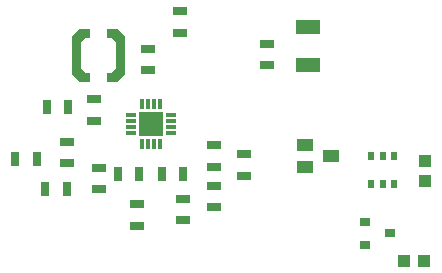
<source format=gtp>
G75*
%MOIN*%
%OFA0B0*%
%FSLAX25Y25*%
%IPPOS*%
%LPD*%
%AMOC8*
5,1,8,0,0,1.08239X$1,22.5*
%
%ADD10R,0.03543X0.03150*%
%ADD11R,0.03200X0.01200*%
%ADD12R,0.01200X0.03200*%
%ADD13R,0.08000X0.08000*%
%ADD14R,0.04724X0.03150*%
%ADD15R,0.03150X0.04724*%
%ADD16R,0.02500X0.05000*%
%ADD17C,0.00000*%
%ADD18C,0.00001*%
%ADD19R,0.04331X0.03937*%
%ADD20R,0.05512X0.03937*%
%ADD21R,0.01969X0.03150*%
%ADD22R,0.07874X0.04724*%
D10*
X0141775Y0019557D03*
X0150043Y0023297D03*
X0141775Y0027037D03*
D11*
X0077201Y0056674D03*
X0077201Y0058674D03*
X0077201Y0060674D03*
X0077201Y0062674D03*
X0063801Y0062674D03*
X0063801Y0060674D03*
X0063801Y0058674D03*
X0063801Y0056674D03*
D12*
X0067501Y0052974D03*
X0069501Y0052974D03*
X0071501Y0052974D03*
X0073501Y0052974D03*
X0073501Y0066374D03*
X0071501Y0066374D03*
X0069501Y0066374D03*
X0067501Y0066374D03*
D13*
X0070501Y0059674D03*
D14*
X0051406Y0060855D03*
X0051406Y0067942D03*
X0069517Y0077587D03*
X0069517Y0084674D03*
X0080146Y0090186D03*
X0080146Y0097272D03*
X0109280Y0086446D03*
X0109280Y0079359D03*
X0091367Y0052587D03*
X0101603Y0049635D03*
X0091367Y0045501D03*
X0091367Y0039202D03*
X0101603Y0042548D03*
X0091367Y0032115D03*
X0081131Y0034871D03*
X0081131Y0027784D03*
X0065776Y0025816D03*
X0065776Y0032902D03*
X0053178Y0038020D03*
X0053178Y0045107D03*
X0042548Y0046682D03*
X0042548Y0053769D03*
D15*
X0035265Y0038217D03*
X0042351Y0038217D03*
X0032312Y0048060D03*
X0025225Y0048060D03*
X0035658Y0065383D03*
X0042745Y0065383D03*
X0059477Y0043139D03*
X0066564Y0043139D03*
X0074044Y0043139D03*
X0081131Y0043139D03*
D16*
X0060068Y0082706D03*
X0045501Y0082706D03*
D17*
X0046879Y0087233D02*
X0046879Y0078178D01*
X0048257Y0076800D01*
X0049831Y0076800D01*
X0049831Y0074044D01*
X0046682Y0074044D01*
X0044123Y0076603D01*
X0044123Y0088808D01*
X0046682Y0091367D01*
X0049831Y0091367D01*
X0049831Y0088611D01*
X0048257Y0088611D01*
X0046879Y0087233D01*
X0055737Y0088611D02*
X0057312Y0088611D01*
X0058690Y0087233D01*
X0058690Y0078178D01*
X0057312Y0076800D01*
X0055737Y0076800D01*
X0055737Y0074044D01*
X0058887Y0074044D01*
X0061446Y0076603D01*
X0061446Y0088808D01*
X0058887Y0091367D01*
X0055737Y0091367D01*
X0055737Y0088611D01*
D18*
X0061446Y0088611D01*
X0061446Y0088610D02*
X0057313Y0088610D01*
X0057314Y0088609D02*
X0061446Y0088609D01*
X0061446Y0088608D02*
X0057315Y0088608D01*
X0057316Y0088607D02*
X0061446Y0088607D01*
X0061446Y0088606D02*
X0057317Y0088606D01*
X0057318Y0088605D02*
X0061446Y0088605D01*
X0061446Y0088604D02*
X0057319Y0088604D01*
X0057320Y0088603D02*
X0061446Y0088603D01*
X0061446Y0088602D02*
X0057321Y0088602D01*
X0057322Y0088601D02*
X0061446Y0088601D01*
X0061446Y0088600D02*
X0057323Y0088600D01*
X0057324Y0088599D02*
X0061446Y0088599D01*
X0061446Y0088598D02*
X0057325Y0088598D01*
X0057326Y0088597D02*
X0061446Y0088597D01*
X0061446Y0088596D02*
X0057327Y0088596D01*
X0057328Y0088595D02*
X0061446Y0088595D01*
X0061446Y0088594D02*
X0057329Y0088594D01*
X0057330Y0088593D02*
X0061446Y0088593D01*
X0061446Y0088592D02*
X0057331Y0088592D01*
X0057331Y0088591D02*
X0061446Y0088591D01*
X0061446Y0088590D02*
X0057332Y0088590D01*
X0057333Y0088589D02*
X0061446Y0088589D01*
X0061446Y0088588D02*
X0057334Y0088588D01*
X0057335Y0088587D02*
X0061446Y0088587D01*
X0061446Y0088586D02*
X0057336Y0088586D01*
X0057337Y0088585D02*
X0061446Y0088585D01*
X0061446Y0088584D02*
X0057338Y0088584D01*
X0057339Y0088583D02*
X0061446Y0088583D01*
X0061446Y0088582D02*
X0057340Y0088582D01*
X0057341Y0088581D02*
X0061446Y0088581D01*
X0057342Y0088581D01*
X0057343Y0088580D02*
X0061446Y0088580D01*
X0061446Y0088579D02*
X0057344Y0088579D01*
X0057345Y0088578D02*
X0061446Y0088578D01*
X0061446Y0088577D02*
X0057346Y0088577D01*
X0057347Y0088576D02*
X0061446Y0088576D01*
X0061446Y0088575D02*
X0057348Y0088575D01*
X0057349Y0088574D02*
X0061446Y0088574D01*
X0061446Y0088573D02*
X0057350Y0088573D01*
X0057351Y0088572D02*
X0061446Y0088572D01*
X0061446Y0088571D02*
X0057352Y0088571D01*
X0057353Y0088570D02*
X0061446Y0088570D01*
X0061446Y0088569D02*
X0057354Y0088569D01*
X0057355Y0088568D02*
X0061446Y0088568D01*
X0061446Y0088567D02*
X0057356Y0088567D01*
X0057357Y0088566D02*
X0061446Y0088566D01*
X0061446Y0088565D02*
X0057358Y0088565D01*
X0057359Y0088564D02*
X0061446Y0088564D01*
X0061446Y0088563D02*
X0057360Y0088563D01*
X0057361Y0088562D02*
X0061446Y0088562D01*
X0061446Y0088561D02*
X0057362Y0088561D01*
X0057363Y0088560D02*
X0061446Y0088560D01*
X0061446Y0088559D02*
X0057364Y0088559D01*
X0057365Y0088558D02*
X0061446Y0088558D01*
X0061446Y0088557D02*
X0057366Y0088557D01*
X0057367Y0088556D02*
X0061446Y0088556D01*
X0061446Y0088555D02*
X0057368Y0088555D01*
X0057369Y0088554D02*
X0061446Y0088554D01*
X0061446Y0088553D02*
X0057370Y0088553D01*
X0057371Y0088552D02*
X0061446Y0088552D01*
X0061446Y0088551D02*
X0057372Y0088551D01*
X0057373Y0088550D02*
X0061446Y0088550D01*
X0061446Y0088549D02*
X0057374Y0088549D01*
X0057375Y0088548D02*
X0061446Y0088548D01*
X0061446Y0088547D02*
X0057376Y0088547D01*
X0057377Y0088546D02*
X0061446Y0088546D01*
X0061446Y0088545D02*
X0057378Y0088545D01*
X0057379Y0088544D02*
X0061446Y0088544D01*
X0061446Y0088543D02*
X0057380Y0088543D01*
X0057381Y0088542D02*
X0061446Y0088542D01*
X0061446Y0088541D02*
X0057382Y0088541D01*
X0057383Y0088540D02*
X0061446Y0088540D01*
X0061446Y0088539D02*
X0057384Y0088539D01*
X0057385Y0088538D02*
X0061446Y0088538D01*
X0061446Y0088537D02*
X0057386Y0088537D01*
X0057387Y0088536D02*
X0061446Y0088536D01*
X0061446Y0088535D02*
X0057388Y0088535D01*
X0057389Y0088534D02*
X0061446Y0088534D01*
X0061446Y0088533D02*
X0057390Y0088533D01*
X0057391Y0088532D02*
X0061446Y0088532D01*
X0061446Y0088531D02*
X0057392Y0088531D01*
X0057393Y0088530D02*
X0061446Y0088530D01*
X0061446Y0088529D02*
X0057394Y0088529D01*
X0057394Y0088528D02*
X0061446Y0088528D01*
X0061446Y0088527D02*
X0057395Y0088527D01*
X0057396Y0088526D02*
X0061446Y0088526D01*
X0061446Y0088525D02*
X0057397Y0088525D01*
X0057398Y0088524D02*
X0061446Y0088524D01*
X0061446Y0088523D02*
X0057399Y0088523D01*
X0057400Y0088522D02*
X0061446Y0088522D01*
X0061446Y0088521D02*
X0057401Y0088521D01*
X0057402Y0088520D02*
X0061446Y0088520D01*
X0061446Y0088519D02*
X0057403Y0088519D01*
X0057404Y0088519D02*
X0061446Y0088519D01*
X0061446Y0088518D02*
X0057405Y0088518D01*
X0057406Y0088517D02*
X0061446Y0088517D01*
X0061446Y0088516D02*
X0057407Y0088516D01*
X0057408Y0088515D02*
X0061446Y0088515D01*
X0061446Y0088514D02*
X0057409Y0088514D01*
X0057410Y0088513D02*
X0061446Y0088513D01*
X0061446Y0088512D02*
X0057411Y0088512D01*
X0057412Y0088511D02*
X0061446Y0088511D01*
X0061446Y0088510D02*
X0057413Y0088510D01*
X0057414Y0088509D02*
X0061446Y0088509D01*
X0061446Y0088508D02*
X0057415Y0088508D01*
X0057416Y0088507D02*
X0061446Y0088507D01*
X0061446Y0088506D02*
X0057417Y0088506D01*
X0057418Y0088505D02*
X0061446Y0088505D01*
X0061446Y0088504D02*
X0057419Y0088504D01*
X0057420Y0088503D02*
X0061446Y0088503D01*
X0061446Y0088502D02*
X0057421Y0088502D01*
X0057422Y0088501D02*
X0061446Y0088501D01*
X0061446Y0088500D02*
X0057423Y0088500D01*
X0057424Y0088499D02*
X0061446Y0088499D01*
X0061446Y0088498D02*
X0057425Y0088498D01*
X0057426Y0088497D02*
X0061446Y0088497D01*
X0061446Y0088496D02*
X0057427Y0088496D01*
X0057428Y0088495D02*
X0061446Y0088495D01*
X0061446Y0088494D02*
X0057429Y0088494D01*
X0057430Y0088493D02*
X0061446Y0088493D01*
X0061446Y0088492D02*
X0057431Y0088492D01*
X0057432Y0088491D02*
X0061446Y0088491D01*
X0061446Y0088490D02*
X0057433Y0088490D01*
X0057434Y0088489D02*
X0061446Y0088489D01*
X0061446Y0088488D02*
X0057435Y0088488D01*
X0057436Y0088487D02*
X0061446Y0088487D01*
X0061446Y0088486D02*
X0057437Y0088486D01*
X0057438Y0088485D02*
X0061446Y0088485D01*
X0061446Y0088484D02*
X0057439Y0088484D01*
X0057440Y0088483D02*
X0061446Y0088483D01*
X0061446Y0088482D02*
X0057441Y0088482D01*
X0057442Y0088481D02*
X0061446Y0088481D01*
X0061446Y0088480D02*
X0057443Y0088480D01*
X0057444Y0088479D02*
X0061446Y0088479D01*
X0061446Y0088478D02*
X0057445Y0088478D01*
X0057446Y0088477D02*
X0061446Y0088477D01*
X0061446Y0088476D02*
X0057447Y0088476D01*
X0057448Y0088475D02*
X0061446Y0088475D01*
X0061446Y0088474D02*
X0057449Y0088474D01*
X0057450Y0088473D02*
X0061446Y0088473D01*
X0061446Y0088472D02*
X0057451Y0088472D01*
X0057452Y0088471D02*
X0061446Y0088471D01*
X0061446Y0088470D02*
X0057453Y0088470D01*
X0057454Y0088469D02*
X0061446Y0088469D01*
X0061446Y0088468D02*
X0057455Y0088468D01*
X0057456Y0088467D02*
X0061446Y0088467D01*
X0061446Y0088466D02*
X0057456Y0088466D01*
X0057457Y0088465D02*
X0061446Y0088465D01*
X0061446Y0088464D02*
X0057458Y0088464D01*
X0057459Y0088463D02*
X0061446Y0088463D01*
X0061446Y0088462D02*
X0057460Y0088462D01*
X0057461Y0088461D02*
X0061446Y0088461D01*
X0061446Y0088460D02*
X0057462Y0088460D01*
X0057463Y0088459D02*
X0061446Y0088459D01*
X0061446Y0088458D02*
X0057464Y0088458D01*
X0057465Y0088457D02*
X0061446Y0088457D01*
X0061446Y0088456D02*
X0057466Y0088456D01*
X0057467Y0088456D02*
X0061446Y0088456D01*
X0061446Y0088455D02*
X0057468Y0088455D01*
X0057469Y0088454D02*
X0061446Y0088454D01*
X0061446Y0088453D02*
X0057470Y0088453D01*
X0057471Y0088452D02*
X0061446Y0088452D01*
X0061446Y0088451D02*
X0057472Y0088451D01*
X0057473Y0088450D02*
X0061446Y0088450D01*
X0061446Y0088449D02*
X0057474Y0088449D01*
X0057475Y0088448D02*
X0061446Y0088448D01*
X0061446Y0088447D02*
X0057476Y0088447D01*
X0057477Y0088446D02*
X0061446Y0088446D01*
X0061446Y0088445D02*
X0057478Y0088445D01*
X0057479Y0088444D02*
X0061446Y0088444D01*
X0061446Y0088443D02*
X0057480Y0088443D01*
X0057481Y0088442D02*
X0061446Y0088442D01*
X0061446Y0088441D02*
X0057482Y0088441D01*
X0057483Y0088440D02*
X0061446Y0088440D01*
X0061446Y0088439D02*
X0057484Y0088439D01*
X0057485Y0088438D02*
X0061446Y0088438D01*
X0061446Y0088437D02*
X0057486Y0088437D01*
X0057487Y0088436D02*
X0061446Y0088436D01*
X0061446Y0088435D02*
X0057488Y0088435D01*
X0057489Y0088434D02*
X0061446Y0088434D01*
X0061446Y0088433D02*
X0057490Y0088433D01*
X0057491Y0088432D02*
X0061446Y0088432D01*
X0061446Y0088431D02*
X0057492Y0088431D01*
X0057493Y0088430D02*
X0061446Y0088430D01*
X0061446Y0088429D02*
X0057494Y0088429D01*
X0057495Y0088428D02*
X0061446Y0088428D01*
X0061446Y0088427D02*
X0057496Y0088427D01*
X0057497Y0088426D02*
X0061446Y0088426D01*
X0061446Y0088425D02*
X0057498Y0088425D01*
X0057499Y0088424D02*
X0061446Y0088424D01*
X0061446Y0088423D02*
X0057500Y0088423D01*
X0057501Y0088422D02*
X0061446Y0088422D01*
X0061446Y0088421D02*
X0057502Y0088421D01*
X0057503Y0088420D02*
X0061446Y0088420D01*
X0061446Y0088419D02*
X0057504Y0088419D01*
X0057505Y0088418D02*
X0061446Y0088418D01*
X0061446Y0088417D02*
X0057506Y0088417D01*
X0057507Y0088416D02*
X0061446Y0088416D01*
X0061446Y0088415D02*
X0057508Y0088415D01*
X0057509Y0088414D02*
X0061446Y0088414D01*
X0061446Y0088413D02*
X0057510Y0088413D01*
X0057511Y0088412D02*
X0061446Y0088412D01*
X0061446Y0088411D02*
X0057512Y0088411D01*
X0057513Y0088410D02*
X0061446Y0088410D01*
X0061446Y0088409D02*
X0057514Y0088409D01*
X0057515Y0088408D02*
X0061446Y0088408D01*
X0061446Y0088407D02*
X0057516Y0088407D01*
X0057517Y0088406D02*
X0061446Y0088406D01*
X0061446Y0088405D02*
X0057518Y0088405D01*
X0057519Y0088404D02*
X0061446Y0088404D01*
X0061446Y0088403D02*
X0057519Y0088403D01*
X0057520Y0088402D02*
X0061446Y0088402D01*
X0061446Y0088401D02*
X0057521Y0088401D01*
X0057522Y0088400D02*
X0061446Y0088400D01*
X0061446Y0088399D02*
X0057523Y0088399D01*
X0057524Y0088398D02*
X0061446Y0088398D01*
X0061446Y0088397D02*
X0057525Y0088397D01*
X0057526Y0088396D02*
X0061446Y0088396D01*
X0061446Y0088395D02*
X0057527Y0088395D01*
X0057528Y0088394D02*
X0061446Y0088394D01*
X0057529Y0088394D01*
X0057530Y0088393D02*
X0061446Y0088393D01*
X0061446Y0088392D02*
X0057531Y0088392D01*
X0057532Y0088391D02*
X0061446Y0088391D01*
X0061446Y0088390D02*
X0057533Y0088390D01*
X0057534Y0088389D02*
X0061446Y0088389D01*
X0061446Y0088388D02*
X0057535Y0088388D01*
X0057536Y0088387D02*
X0061446Y0088387D01*
X0061446Y0088386D02*
X0057537Y0088386D01*
X0057538Y0088385D02*
X0061446Y0088385D01*
X0061446Y0088384D02*
X0057539Y0088384D01*
X0057540Y0088383D02*
X0061446Y0088383D01*
X0061446Y0088382D02*
X0057541Y0088382D01*
X0057542Y0088381D02*
X0061446Y0088381D01*
X0061446Y0088380D02*
X0057543Y0088380D01*
X0057544Y0088379D02*
X0061446Y0088379D01*
X0061446Y0088378D02*
X0057545Y0088378D01*
X0057546Y0088377D02*
X0061446Y0088377D01*
X0061446Y0088376D02*
X0057547Y0088376D01*
X0057548Y0088375D02*
X0061446Y0088375D01*
X0061446Y0088374D02*
X0057549Y0088374D01*
X0057550Y0088373D02*
X0061446Y0088373D01*
X0061446Y0088372D02*
X0057551Y0088372D01*
X0057552Y0088371D02*
X0061446Y0088371D01*
X0061446Y0088370D02*
X0057553Y0088370D01*
X0057554Y0088369D02*
X0061446Y0088369D01*
X0061446Y0088368D02*
X0057555Y0088368D01*
X0057556Y0088367D02*
X0061446Y0088367D01*
X0061446Y0088366D02*
X0057557Y0088366D01*
X0057558Y0088365D02*
X0061446Y0088365D01*
X0061446Y0088364D02*
X0057559Y0088364D01*
X0057560Y0088363D02*
X0061446Y0088363D01*
X0061446Y0088362D02*
X0057561Y0088362D01*
X0057562Y0088361D02*
X0061446Y0088361D01*
X0061446Y0088360D02*
X0057563Y0088360D01*
X0057564Y0088359D02*
X0061446Y0088359D01*
X0061446Y0088358D02*
X0057565Y0088358D01*
X0057566Y0088357D02*
X0061446Y0088357D01*
X0061446Y0088356D02*
X0057567Y0088356D01*
X0057568Y0088355D02*
X0061446Y0088355D01*
X0061446Y0088354D02*
X0057569Y0088354D01*
X0057570Y0088353D02*
X0061446Y0088353D01*
X0061446Y0088352D02*
X0057571Y0088352D01*
X0057572Y0088351D02*
X0061446Y0088351D01*
X0061446Y0088350D02*
X0057573Y0088350D01*
X0057574Y0088349D02*
X0061446Y0088349D01*
X0061446Y0088348D02*
X0057575Y0088348D01*
X0057576Y0088347D02*
X0061446Y0088347D01*
X0061446Y0088346D02*
X0057577Y0088346D01*
X0057578Y0088345D02*
X0061446Y0088345D01*
X0061446Y0088344D02*
X0057579Y0088344D01*
X0057580Y0088343D02*
X0061446Y0088343D01*
X0061446Y0088342D02*
X0057581Y0088342D01*
X0057581Y0088341D02*
X0061446Y0088341D01*
X0061446Y0088340D02*
X0057582Y0088340D01*
X0057583Y0088339D02*
X0061446Y0088339D01*
X0061446Y0088338D02*
X0057584Y0088338D01*
X0057585Y0088337D02*
X0061446Y0088337D01*
X0061446Y0088336D02*
X0057586Y0088336D01*
X0057587Y0088335D02*
X0061446Y0088335D01*
X0061446Y0088334D02*
X0057588Y0088334D01*
X0057589Y0088333D02*
X0061446Y0088333D01*
X0061446Y0088332D02*
X0057590Y0088332D01*
X0057591Y0088331D02*
X0061446Y0088331D01*
X0057592Y0088331D01*
X0057593Y0088330D02*
X0061446Y0088330D01*
X0061446Y0088329D02*
X0057594Y0088329D01*
X0057595Y0088328D02*
X0061446Y0088328D01*
X0061446Y0088327D02*
X0057596Y0088327D01*
X0057597Y0088326D02*
X0061446Y0088326D01*
X0061446Y0088325D02*
X0057598Y0088325D01*
X0057599Y0088324D02*
X0061446Y0088324D01*
X0061446Y0088323D02*
X0057600Y0088323D01*
X0057601Y0088322D02*
X0061446Y0088322D01*
X0061446Y0088321D02*
X0057602Y0088321D01*
X0057603Y0088320D02*
X0061446Y0088320D01*
X0061446Y0088319D02*
X0057604Y0088319D01*
X0057605Y0088318D02*
X0061446Y0088318D01*
X0061446Y0088317D02*
X0057606Y0088317D01*
X0057607Y0088316D02*
X0061446Y0088316D01*
X0061446Y0088315D02*
X0057608Y0088315D01*
X0057609Y0088314D02*
X0061446Y0088314D01*
X0061446Y0088313D02*
X0057610Y0088313D01*
X0057611Y0088312D02*
X0061446Y0088312D01*
X0061446Y0088311D02*
X0057612Y0088311D01*
X0057613Y0088310D02*
X0061446Y0088310D01*
X0061446Y0088309D02*
X0057614Y0088309D01*
X0057615Y0088308D02*
X0061446Y0088308D01*
X0061446Y0088307D02*
X0057616Y0088307D01*
X0057617Y0088306D02*
X0061446Y0088306D01*
X0061446Y0088305D02*
X0057618Y0088305D01*
X0057619Y0088304D02*
X0061446Y0088304D01*
X0061446Y0088303D02*
X0057620Y0088303D01*
X0057621Y0088302D02*
X0061446Y0088302D01*
X0061446Y0088301D02*
X0057622Y0088301D01*
X0057623Y0088300D02*
X0061446Y0088300D01*
X0061446Y0088299D02*
X0057624Y0088299D01*
X0057625Y0088298D02*
X0061446Y0088298D01*
X0061446Y0088297D02*
X0057626Y0088297D01*
X0057627Y0088296D02*
X0061446Y0088296D01*
X0061446Y0088295D02*
X0057628Y0088295D01*
X0057629Y0088294D02*
X0061446Y0088294D01*
X0061446Y0088293D02*
X0057630Y0088293D01*
X0057631Y0088292D02*
X0061446Y0088292D01*
X0061446Y0088291D02*
X0057632Y0088291D01*
X0057633Y0088290D02*
X0061446Y0088290D01*
X0061446Y0088289D02*
X0057634Y0088289D01*
X0057635Y0088288D02*
X0061446Y0088288D01*
X0061446Y0088287D02*
X0057636Y0088287D01*
X0057637Y0088286D02*
X0061446Y0088286D01*
X0061446Y0088285D02*
X0057638Y0088285D01*
X0057639Y0088284D02*
X0061446Y0088284D01*
X0061446Y0088283D02*
X0057640Y0088283D01*
X0057641Y0088282D02*
X0061446Y0088282D01*
X0061446Y0088281D02*
X0057642Y0088281D01*
X0057643Y0088280D02*
X0061446Y0088280D01*
X0061446Y0088279D02*
X0057644Y0088279D01*
X0057644Y0088278D02*
X0061446Y0088278D01*
X0061446Y0088277D02*
X0057645Y0088277D01*
X0057646Y0088276D02*
X0061446Y0088276D01*
X0061446Y0088275D02*
X0057647Y0088275D01*
X0057648Y0088274D02*
X0061446Y0088274D01*
X0061446Y0088273D02*
X0057649Y0088273D01*
X0057650Y0088272D02*
X0061446Y0088272D01*
X0061446Y0088271D02*
X0057651Y0088271D01*
X0057652Y0088270D02*
X0061446Y0088270D01*
X0061446Y0088269D02*
X0057653Y0088269D01*
X0057654Y0088269D02*
X0061446Y0088269D01*
X0061446Y0088268D02*
X0057655Y0088268D01*
X0057656Y0088267D02*
X0061446Y0088267D01*
X0061446Y0088266D02*
X0057657Y0088266D01*
X0057658Y0088265D02*
X0061446Y0088265D01*
X0061446Y0088264D02*
X0057659Y0088264D01*
X0057660Y0088263D02*
X0061446Y0088263D01*
X0061446Y0088262D02*
X0057661Y0088262D01*
X0057662Y0088261D02*
X0061446Y0088261D01*
X0061446Y0088260D02*
X0057663Y0088260D01*
X0057664Y0088259D02*
X0061446Y0088259D01*
X0061446Y0088258D02*
X0057665Y0088258D01*
X0057666Y0088257D02*
X0061446Y0088257D01*
X0061446Y0088256D02*
X0057667Y0088256D01*
X0057668Y0088255D02*
X0061446Y0088255D01*
X0061446Y0088254D02*
X0057669Y0088254D01*
X0057670Y0088253D02*
X0061446Y0088253D01*
X0061446Y0088252D02*
X0057671Y0088252D01*
X0057672Y0088251D02*
X0061446Y0088251D01*
X0061446Y0088250D02*
X0057673Y0088250D01*
X0057674Y0088249D02*
X0061446Y0088249D01*
X0061446Y0088248D02*
X0057675Y0088248D01*
X0057676Y0088247D02*
X0061446Y0088247D01*
X0061446Y0088246D02*
X0057677Y0088246D01*
X0057678Y0088245D02*
X0061446Y0088245D01*
X0061446Y0088244D02*
X0057679Y0088244D01*
X0057680Y0088243D02*
X0061446Y0088243D01*
X0061446Y0088242D02*
X0057681Y0088242D01*
X0057682Y0088241D02*
X0061446Y0088241D01*
X0061446Y0088240D02*
X0057683Y0088240D01*
X0057684Y0088239D02*
X0061446Y0088239D01*
X0061446Y0088238D02*
X0057685Y0088238D01*
X0057686Y0088237D02*
X0061446Y0088237D01*
X0061446Y0088236D02*
X0057687Y0088236D01*
X0057688Y0088235D02*
X0061446Y0088235D01*
X0061446Y0088234D02*
X0057689Y0088234D01*
X0057690Y0088233D02*
X0061446Y0088233D01*
X0061446Y0088232D02*
X0057691Y0088232D01*
X0057692Y0088231D02*
X0061446Y0088231D01*
X0061446Y0088230D02*
X0057693Y0088230D01*
X0057694Y0088229D02*
X0061446Y0088229D01*
X0061446Y0088228D02*
X0057695Y0088228D01*
X0057696Y0088227D02*
X0061446Y0088227D01*
X0061446Y0088226D02*
X0057697Y0088226D01*
X0057698Y0088225D02*
X0061446Y0088225D01*
X0061446Y0088224D02*
X0057699Y0088224D01*
X0057700Y0088223D02*
X0061446Y0088223D01*
X0061446Y0088222D02*
X0057701Y0088222D01*
X0057702Y0088221D02*
X0061446Y0088221D01*
X0061446Y0088220D02*
X0057703Y0088220D01*
X0057704Y0088219D02*
X0061446Y0088219D01*
X0061446Y0088218D02*
X0057705Y0088218D01*
X0057706Y0088217D02*
X0061446Y0088217D01*
X0061446Y0088216D02*
X0057706Y0088216D01*
X0057707Y0088215D02*
X0061446Y0088215D01*
X0061446Y0088214D02*
X0057708Y0088214D01*
X0057709Y0088213D02*
X0061446Y0088213D01*
X0061446Y0088212D02*
X0057710Y0088212D01*
X0057711Y0088211D02*
X0061446Y0088211D01*
X0061446Y0088210D02*
X0057712Y0088210D01*
X0057713Y0088209D02*
X0061446Y0088209D01*
X0061446Y0088208D02*
X0057714Y0088208D01*
X0057715Y0088207D02*
X0061446Y0088207D01*
X0061446Y0088206D02*
X0057716Y0088206D01*
X0057717Y0088206D02*
X0061446Y0088206D01*
X0061446Y0088205D02*
X0057718Y0088205D01*
X0057719Y0088204D02*
X0061446Y0088204D01*
X0061446Y0088203D02*
X0057720Y0088203D01*
X0057721Y0088202D02*
X0061446Y0088202D01*
X0061446Y0088201D02*
X0057722Y0088201D01*
X0057723Y0088200D02*
X0061446Y0088200D01*
X0061446Y0088199D02*
X0057724Y0088199D01*
X0057725Y0088198D02*
X0061446Y0088198D01*
X0061446Y0088197D02*
X0057726Y0088197D01*
X0057727Y0088196D02*
X0061446Y0088196D01*
X0061446Y0088195D02*
X0057728Y0088195D01*
X0057729Y0088194D02*
X0061446Y0088194D01*
X0061446Y0088193D02*
X0057730Y0088193D01*
X0057731Y0088192D02*
X0061446Y0088192D01*
X0061446Y0088191D02*
X0057732Y0088191D01*
X0057733Y0088190D02*
X0061446Y0088190D01*
X0061446Y0088189D02*
X0057734Y0088189D01*
X0057735Y0088188D02*
X0061446Y0088188D01*
X0061446Y0088187D02*
X0057736Y0088187D01*
X0057737Y0088186D02*
X0061446Y0088186D01*
X0061446Y0088185D02*
X0057738Y0088185D01*
X0057739Y0088184D02*
X0061446Y0088184D01*
X0061446Y0088183D02*
X0057740Y0088183D01*
X0057741Y0088182D02*
X0061446Y0088182D01*
X0061446Y0088181D02*
X0057742Y0088181D01*
X0057743Y0088180D02*
X0061446Y0088180D01*
X0061446Y0088179D02*
X0057744Y0088179D01*
X0057745Y0088178D02*
X0061446Y0088178D01*
X0061446Y0088177D02*
X0057746Y0088177D01*
X0057747Y0088176D02*
X0061446Y0088176D01*
X0061446Y0088175D02*
X0057748Y0088175D01*
X0057749Y0088174D02*
X0061446Y0088174D01*
X0061446Y0088173D02*
X0057750Y0088173D01*
X0057751Y0088172D02*
X0061446Y0088172D01*
X0061446Y0088171D02*
X0057752Y0088171D01*
X0057753Y0088170D02*
X0061446Y0088170D01*
X0061446Y0088169D02*
X0057754Y0088169D01*
X0057755Y0088168D02*
X0061446Y0088168D01*
X0061446Y0088167D02*
X0057756Y0088167D01*
X0057757Y0088166D02*
X0061446Y0088166D01*
X0061446Y0088165D02*
X0057758Y0088165D01*
X0057759Y0088164D02*
X0061446Y0088164D01*
X0061446Y0088163D02*
X0057760Y0088163D01*
X0057761Y0088162D02*
X0061446Y0088162D01*
X0061446Y0088161D02*
X0057762Y0088161D01*
X0057763Y0088160D02*
X0061446Y0088160D01*
X0061446Y0088159D02*
X0057764Y0088159D01*
X0057765Y0088158D02*
X0061446Y0088158D01*
X0061446Y0088157D02*
X0057766Y0088157D01*
X0057767Y0088156D02*
X0061446Y0088156D01*
X0061446Y0088155D02*
X0057768Y0088155D01*
X0057769Y0088154D02*
X0061446Y0088154D01*
X0061446Y0088153D02*
X0057769Y0088153D01*
X0057770Y0088152D02*
X0061446Y0088152D01*
X0061446Y0088151D02*
X0057771Y0088151D01*
X0057772Y0088150D02*
X0061446Y0088150D01*
X0061446Y0088149D02*
X0057773Y0088149D01*
X0057774Y0088148D02*
X0061446Y0088148D01*
X0061446Y0088147D02*
X0057775Y0088147D01*
X0057776Y0088146D02*
X0061446Y0088146D01*
X0061446Y0088145D02*
X0057777Y0088145D01*
X0057778Y0088144D02*
X0061446Y0088144D01*
X0057779Y0088144D01*
X0057780Y0088143D02*
X0061446Y0088143D01*
X0061446Y0088142D02*
X0057781Y0088142D01*
X0057782Y0088141D02*
X0061446Y0088141D01*
X0061446Y0088140D02*
X0057783Y0088140D01*
X0057784Y0088139D02*
X0061446Y0088139D01*
X0061446Y0088138D02*
X0057785Y0088138D01*
X0057786Y0088137D02*
X0061446Y0088137D01*
X0061446Y0088136D02*
X0057787Y0088136D01*
X0057788Y0088135D02*
X0061446Y0088135D01*
X0061446Y0088134D02*
X0057789Y0088134D01*
X0057790Y0088133D02*
X0061446Y0088133D01*
X0061446Y0088132D02*
X0057791Y0088132D01*
X0057792Y0088131D02*
X0061446Y0088131D01*
X0061446Y0088130D02*
X0057793Y0088130D01*
X0057794Y0088129D02*
X0061446Y0088129D01*
X0061446Y0088128D02*
X0057795Y0088128D01*
X0057796Y0088127D02*
X0061446Y0088127D01*
X0061446Y0088126D02*
X0057797Y0088126D01*
X0057798Y0088125D02*
X0061446Y0088125D01*
X0061446Y0088124D02*
X0057799Y0088124D01*
X0057800Y0088123D02*
X0061446Y0088123D01*
X0061446Y0088122D02*
X0057801Y0088122D01*
X0057802Y0088121D02*
X0061446Y0088121D01*
X0061446Y0088120D02*
X0057803Y0088120D01*
X0057804Y0088119D02*
X0061446Y0088119D01*
X0061446Y0088118D02*
X0057805Y0088118D01*
X0057806Y0088117D02*
X0061446Y0088117D01*
X0061446Y0088116D02*
X0057807Y0088116D01*
X0057808Y0088115D02*
X0061446Y0088115D01*
X0061446Y0088114D02*
X0057809Y0088114D01*
X0057810Y0088113D02*
X0061446Y0088113D01*
X0061446Y0088112D02*
X0057811Y0088112D01*
X0057812Y0088111D02*
X0061446Y0088111D01*
X0061446Y0088110D02*
X0057813Y0088110D01*
X0057814Y0088109D02*
X0061446Y0088109D01*
X0061446Y0088108D02*
X0057815Y0088108D01*
X0057816Y0088107D02*
X0061446Y0088107D01*
X0061446Y0088106D02*
X0057817Y0088106D01*
X0057818Y0088105D02*
X0061446Y0088105D01*
X0061446Y0088104D02*
X0057819Y0088104D01*
X0057820Y0088103D02*
X0061446Y0088103D01*
X0061446Y0088102D02*
X0057821Y0088102D01*
X0057822Y0088101D02*
X0061446Y0088101D01*
X0061446Y0088100D02*
X0057823Y0088100D01*
X0057824Y0088099D02*
X0061446Y0088099D01*
X0061446Y0088098D02*
X0057825Y0088098D01*
X0057826Y0088097D02*
X0061446Y0088097D01*
X0061446Y0088096D02*
X0057827Y0088096D01*
X0057828Y0088095D02*
X0061446Y0088095D01*
X0061446Y0088094D02*
X0057829Y0088094D01*
X0057830Y0088093D02*
X0061446Y0088093D01*
X0061446Y0088092D02*
X0057831Y0088092D01*
X0057831Y0088091D02*
X0061446Y0088091D01*
X0061446Y0088090D02*
X0057832Y0088090D01*
X0057833Y0088089D02*
X0061446Y0088089D01*
X0061446Y0088088D02*
X0057834Y0088088D01*
X0057835Y0088087D02*
X0061446Y0088087D01*
X0061446Y0088086D02*
X0057836Y0088086D01*
X0057837Y0088085D02*
X0061446Y0088085D01*
X0061446Y0088084D02*
X0057838Y0088084D01*
X0057839Y0088083D02*
X0061446Y0088083D01*
X0061446Y0088082D02*
X0057840Y0088082D01*
X0057841Y0088081D02*
X0061446Y0088081D01*
X0057842Y0088081D01*
X0057843Y0088080D02*
X0061446Y0088080D01*
X0061446Y0088079D02*
X0057844Y0088079D01*
X0057845Y0088078D02*
X0061446Y0088078D01*
X0061446Y0088077D02*
X0057846Y0088077D01*
X0057847Y0088076D02*
X0061446Y0088076D01*
X0061446Y0088075D02*
X0057848Y0088075D01*
X0057849Y0088074D02*
X0061446Y0088074D01*
X0061446Y0088073D02*
X0057850Y0088073D01*
X0057851Y0088072D02*
X0061446Y0088072D01*
X0061446Y0088071D02*
X0057852Y0088071D01*
X0057853Y0088070D02*
X0061446Y0088070D01*
X0061446Y0088069D02*
X0057854Y0088069D01*
X0057855Y0088068D02*
X0061446Y0088068D01*
X0061446Y0088067D02*
X0057856Y0088067D01*
X0057857Y0088066D02*
X0061446Y0088066D01*
X0061446Y0088065D02*
X0057858Y0088065D01*
X0057859Y0088064D02*
X0061446Y0088064D01*
X0061446Y0088063D02*
X0057860Y0088063D01*
X0057861Y0088062D02*
X0061446Y0088062D01*
X0061446Y0088061D02*
X0057862Y0088061D01*
X0057863Y0088060D02*
X0061446Y0088060D01*
X0061446Y0088059D02*
X0057864Y0088059D01*
X0057865Y0088058D02*
X0061446Y0088058D01*
X0061446Y0088057D02*
X0057866Y0088057D01*
X0057867Y0088056D02*
X0061446Y0088056D01*
X0061446Y0088055D02*
X0057868Y0088055D01*
X0057869Y0088054D02*
X0061446Y0088054D01*
X0061446Y0088053D02*
X0057870Y0088053D01*
X0057871Y0088052D02*
X0061446Y0088052D01*
X0061446Y0088051D02*
X0057872Y0088051D01*
X0057873Y0088050D02*
X0061446Y0088050D01*
X0061446Y0088049D02*
X0057874Y0088049D01*
X0057875Y0088048D02*
X0061446Y0088048D01*
X0061446Y0088047D02*
X0057876Y0088047D01*
X0057877Y0088046D02*
X0061446Y0088046D01*
X0061446Y0088045D02*
X0057878Y0088045D01*
X0057879Y0088044D02*
X0061446Y0088044D01*
X0061446Y0088043D02*
X0057880Y0088043D01*
X0057881Y0088042D02*
X0061446Y0088042D01*
X0061446Y0088041D02*
X0057882Y0088041D01*
X0057883Y0088040D02*
X0061446Y0088040D01*
X0061446Y0088039D02*
X0057884Y0088039D01*
X0057885Y0088038D02*
X0061446Y0088038D01*
X0061446Y0088037D02*
X0057886Y0088037D01*
X0057887Y0088036D02*
X0061446Y0088036D01*
X0061446Y0088035D02*
X0057888Y0088035D01*
X0057889Y0088034D02*
X0061446Y0088034D01*
X0061446Y0088033D02*
X0057890Y0088033D01*
X0057891Y0088032D02*
X0061446Y0088032D01*
X0061446Y0088031D02*
X0057892Y0088031D01*
X0057893Y0088030D02*
X0061446Y0088030D01*
X0061446Y0088029D02*
X0057894Y0088029D01*
X0057894Y0088028D02*
X0061446Y0088028D01*
X0061446Y0088027D02*
X0057895Y0088027D01*
X0057896Y0088026D02*
X0061446Y0088026D01*
X0061446Y0088025D02*
X0057897Y0088025D01*
X0057898Y0088024D02*
X0061446Y0088024D01*
X0061446Y0088023D02*
X0057899Y0088023D01*
X0057900Y0088022D02*
X0061446Y0088022D01*
X0061446Y0088021D02*
X0057901Y0088021D01*
X0057902Y0088020D02*
X0061446Y0088020D01*
X0061446Y0088019D02*
X0057903Y0088019D01*
X0057904Y0088019D02*
X0061446Y0088019D01*
X0061446Y0088018D02*
X0057905Y0088018D01*
X0057906Y0088017D02*
X0061446Y0088017D01*
X0061446Y0088016D02*
X0057907Y0088016D01*
X0057908Y0088015D02*
X0061446Y0088015D01*
X0061446Y0088014D02*
X0057909Y0088014D01*
X0057910Y0088013D02*
X0061446Y0088013D01*
X0061446Y0088012D02*
X0057911Y0088012D01*
X0057912Y0088011D02*
X0061446Y0088011D01*
X0061446Y0088010D02*
X0057913Y0088010D01*
X0057914Y0088009D02*
X0061446Y0088009D01*
X0061446Y0088008D02*
X0057915Y0088008D01*
X0057916Y0088007D02*
X0061446Y0088007D01*
X0061446Y0088006D02*
X0057917Y0088006D01*
X0057918Y0088005D02*
X0061446Y0088005D01*
X0061446Y0088004D02*
X0057919Y0088004D01*
X0057920Y0088003D02*
X0061446Y0088003D01*
X0061446Y0088002D02*
X0057921Y0088002D01*
X0057922Y0088001D02*
X0061446Y0088001D01*
X0061446Y0088000D02*
X0057923Y0088000D01*
X0057924Y0087999D02*
X0061446Y0087999D01*
X0061446Y0087998D02*
X0057925Y0087998D01*
X0057926Y0087997D02*
X0061446Y0087997D01*
X0061446Y0087996D02*
X0057927Y0087996D01*
X0057928Y0087995D02*
X0061446Y0087995D01*
X0061446Y0087994D02*
X0057929Y0087994D01*
X0057930Y0087993D02*
X0061446Y0087993D01*
X0061446Y0087992D02*
X0057931Y0087992D01*
X0057932Y0087991D02*
X0061446Y0087991D01*
X0061446Y0087990D02*
X0057933Y0087990D01*
X0057934Y0087989D02*
X0061446Y0087989D01*
X0061446Y0087988D02*
X0057935Y0087988D01*
X0057936Y0087987D02*
X0061446Y0087987D01*
X0061446Y0087986D02*
X0057937Y0087986D01*
X0057938Y0087985D02*
X0061446Y0087985D01*
X0061446Y0087984D02*
X0057939Y0087984D01*
X0057940Y0087983D02*
X0061446Y0087983D01*
X0061446Y0087982D02*
X0057941Y0087982D01*
X0057942Y0087981D02*
X0061446Y0087981D01*
X0061446Y0087980D02*
X0057943Y0087980D01*
X0057944Y0087979D02*
X0061446Y0087979D01*
X0061446Y0087978D02*
X0057945Y0087978D01*
X0057946Y0087977D02*
X0061446Y0087977D01*
X0061446Y0087976D02*
X0057947Y0087976D01*
X0057948Y0087975D02*
X0061446Y0087975D01*
X0061446Y0087974D02*
X0057949Y0087974D01*
X0057950Y0087973D02*
X0061446Y0087973D01*
X0061446Y0087972D02*
X0057951Y0087972D01*
X0057952Y0087971D02*
X0061446Y0087971D01*
X0061446Y0087970D02*
X0057953Y0087970D01*
X0057954Y0087969D02*
X0061446Y0087969D01*
X0061446Y0087968D02*
X0057955Y0087968D01*
X0057956Y0087967D02*
X0061446Y0087967D01*
X0061446Y0087966D02*
X0057956Y0087966D01*
X0057957Y0087965D02*
X0061446Y0087965D01*
X0061446Y0087964D02*
X0057958Y0087964D01*
X0057959Y0087963D02*
X0061446Y0087963D01*
X0061446Y0087962D02*
X0057960Y0087962D01*
X0057961Y0087961D02*
X0061446Y0087961D01*
X0061446Y0087960D02*
X0057962Y0087960D01*
X0057963Y0087959D02*
X0061446Y0087959D01*
X0061446Y0087958D02*
X0057964Y0087958D01*
X0057965Y0087957D02*
X0061446Y0087957D01*
X0061446Y0087956D02*
X0057966Y0087956D01*
X0057967Y0087956D02*
X0061446Y0087956D01*
X0061446Y0087955D02*
X0057968Y0087955D01*
X0057969Y0087954D02*
X0061446Y0087954D01*
X0061446Y0087953D02*
X0057970Y0087953D01*
X0057971Y0087952D02*
X0061446Y0087952D01*
X0061446Y0087951D02*
X0057972Y0087951D01*
X0057973Y0087950D02*
X0061446Y0087950D01*
X0061446Y0087949D02*
X0057974Y0087949D01*
X0057975Y0087948D02*
X0061446Y0087948D01*
X0061446Y0087947D02*
X0057976Y0087947D01*
X0057977Y0087946D02*
X0061446Y0087946D01*
X0061446Y0087945D02*
X0057978Y0087945D01*
X0057979Y0087944D02*
X0061446Y0087944D01*
X0061446Y0087943D02*
X0057980Y0087943D01*
X0057981Y0087942D02*
X0061446Y0087942D01*
X0061446Y0087941D02*
X0057982Y0087941D01*
X0057983Y0087940D02*
X0061446Y0087940D01*
X0061446Y0087939D02*
X0057984Y0087939D01*
X0057985Y0087938D02*
X0061446Y0087938D01*
X0061446Y0087937D02*
X0057986Y0087937D01*
X0057987Y0087936D02*
X0061446Y0087936D01*
X0061446Y0087935D02*
X0057988Y0087935D01*
X0057989Y0087934D02*
X0061446Y0087934D01*
X0061446Y0087933D02*
X0057990Y0087933D01*
X0057991Y0087932D02*
X0061446Y0087932D01*
X0061446Y0087931D02*
X0057992Y0087931D01*
X0057993Y0087930D02*
X0061446Y0087930D01*
X0061446Y0087929D02*
X0057994Y0087929D01*
X0057995Y0087928D02*
X0061446Y0087928D01*
X0061446Y0087927D02*
X0057996Y0087927D01*
X0057997Y0087926D02*
X0061446Y0087926D01*
X0061446Y0087925D02*
X0057998Y0087925D01*
X0057999Y0087924D02*
X0061446Y0087924D01*
X0061446Y0087923D02*
X0058000Y0087923D01*
X0058001Y0087922D02*
X0061446Y0087922D01*
X0061446Y0087921D02*
X0058002Y0087921D01*
X0058003Y0087920D02*
X0061446Y0087920D01*
X0061446Y0087919D02*
X0058004Y0087919D01*
X0058005Y0087918D02*
X0061446Y0087918D01*
X0061446Y0087917D02*
X0058006Y0087917D01*
X0058007Y0087916D02*
X0061446Y0087916D01*
X0061446Y0087915D02*
X0058008Y0087915D01*
X0058009Y0087914D02*
X0061446Y0087914D01*
X0061446Y0087913D02*
X0058010Y0087913D01*
X0058011Y0087912D02*
X0061446Y0087912D01*
X0061446Y0087911D02*
X0058012Y0087911D01*
X0058013Y0087910D02*
X0061446Y0087910D01*
X0061446Y0087909D02*
X0058014Y0087909D01*
X0058015Y0087908D02*
X0061446Y0087908D01*
X0061446Y0087907D02*
X0058016Y0087907D01*
X0058017Y0087906D02*
X0061446Y0087906D01*
X0061446Y0087905D02*
X0058018Y0087905D01*
X0058019Y0087904D02*
X0061446Y0087904D01*
X0061446Y0087903D02*
X0058019Y0087903D01*
X0058020Y0087902D02*
X0061446Y0087902D01*
X0061446Y0087901D02*
X0058021Y0087901D01*
X0058022Y0087900D02*
X0061446Y0087900D01*
X0061446Y0087899D02*
X0058023Y0087899D01*
X0058024Y0087898D02*
X0061446Y0087898D01*
X0061446Y0087897D02*
X0058025Y0087897D01*
X0058026Y0087896D02*
X0061446Y0087896D01*
X0061446Y0087895D02*
X0058027Y0087895D01*
X0058028Y0087894D02*
X0061446Y0087894D01*
X0058029Y0087894D01*
X0058030Y0087893D02*
X0061446Y0087893D01*
X0061446Y0087892D02*
X0058031Y0087892D01*
X0058032Y0087891D02*
X0061446Y0087891D01*
X0061446Y0087890D02*
X0058033Y0087890D01*
X0058034Y0087889D02*
X0061446Y0087889D01*
X0061446Y0087888D02*
X0058035Y0087888D01*
X0058036Y0087887D02*
X0061446Y0087887D01*
X0061446Y0087886D02*
X0058037Y0087886D01*
X0058038Y0087885D02*
X0061446Y0087885D01*
X0061446Y0087884D02*
X0058039Y0087884D01*
X0058040Y0087883D02*
X0061446Y0087883D01*
X0061446Y0087882D02*
X0058041Y0087882D01*
X0058042Y0087881D02*
X0061446Y0087881D01*
X0061446Y0087880D02*
X0058043Y0087880D01*
X0058044Y0087879D02*
X0061446Y0087879D01*
X0061446Y0087878D02*
X0058045Y0087878D01*
X0058046Y0087877D02*
X0061446Y0087877D01*
X0061446Y0087876D02*
X0058047Y0087876D01*
X0058048Y0087875D02*
X0061446Y0087875D01*
X0061446Y0087874D02*
X0058049Y0087874D01*
X0058050Y0087873D02*
X0061446Y0087873D01*
X0061446Y0087872D02*
X0058051Y0087872D01*
X0058052Y0087871D02*
X0061446Y0087871D01*
X0061446Y0087870D02*
X0058053Y0087870D01*
X0058054Y0087869D02*
X0061446Y0087869D01*
X0061446Y0087868D02*
X0058055Y0087868D01*
X0058056Y0087867D02*
X0061446Y0087867D01*
X0061446Y0087866D02*
X0058057Y0087866D01*
X0058058Y0087865D02*
X0061446Y0087865D01*
X0061446Y0087864D02*
X0058059Y0087864D01*
X0058060Y0087863D02*
X0061446Y0087863D01*
X0061446Y0087862D02*
X0058061Y0087862D01*
X0058062Y0087861D02*
X0061446Y0087861D01*
X0061446Y0087860D02*
X0058063Y0087860D01*
X0058064Y0087859D02*
X0061446Y0087859D01*
X0061446Y0087858D02*
X0058065Y0087858D01*
X0058066Y0087857D02*
X0061446Y0087857D01*
X0061446Y0087856D02*
X0058067Y0087856D01*
X0058068Y0087855D02*
X0061446Y0087855D01*
X0061446Y0087854D02*
X0058069Y0087854D01*
X0058070Y0087853D02*
X0061446Y0087853D01*
X0061446Y0087852D02*
X0058071Y0087852D01*
X0058072Y0087851D02*
X0061446Y0087851D01*
X0061446Y0087850D02*
X0058073Y0087850D01*
X0058074Y0087849D02*
X0061446Y0087849D01*
X0061446Y0087848D02*
X0058075Y0087848D01*
X0058076Y0087847D02*
X0061446Y0087847D01*
X0061446Y0087846D02*
X0058077Y0087846D01*
X0058078Y0087845D02*
X0061446Y0087845D01*
X0061446Y0087844D02*
X0058079Y0087844D01*
X0058080Y0087843D02*
X0061446Y0087843D01*
X0061446Y0087842D02*
X0058081Y0087842D01*
X0058081Y0087841D02*
X0061446Y0087841D01*
X0061446Y0087840D02*
X0058082Y0087840D01*
X0058083Y0087839D02*
X0061446Y0087839D01*
X0061446Y0087838D02*
X0058084Y0087838D01*
X0058085Y0087837D02*
X0061446Y0087837D01*
X0061446Y0087836D02*
X0058086Y0087836D01*
X0058087Y0087835D02*
X0061446Y0087835D01*
X0061446Y0087834D02*
X0058088Y0087834D01*
X0058089Y0087833D02*
X0061446Y0087833D01*
X0061446Y0087832D02*
X0058090Y0087832D01*
X0058091Y0087831D02*
X0061446Y0087831D01*
X0058092Y0087831D01*
X0058093Y0087830D02*
X0061446Y0087830D01*
X0061446Y0087829D02*
X0058094Y0087829D01*
X0058095Y0087828D02*
X0061446Y0087828D01*
X0061446Y0087827D02*
X0058096Y0087827D01*
X0058097Y0087826D02*
X0061446Y0087826D01*
X0061446Y0087825D02*
X0058098Y0087825D01*
X0058099Y0087824D02*
X0061446Y0087824D01*
X0061446Y0087823D02*
X0058100Y0087823D01*
X0058101Y0087822D02*
X0061446Y0087822D01*
X0061446Y0087821D02*
X0058102Y0087821D01*
X0058103Y0087820D02*
X0061446Y0087820D01*
X0061446Y0087819D02*
X0058104Y0087819D01*
X0058105Y0087818D02*
X0061446Y0087818D01*
X0061446Y0087817D02*
X0058106Y0087817D01*
X0058107Y0087816D02*
X0061446Y0087816D01*
X0061446Y0087815D02*
X0058108Y0087815D01*
X0058109Y0087814D02*
X0061446Y0087814D01*
X0061446Y0087813D02*
X0058110Y0087813D01*
X0058111Y0087812D02*
X0061446Y0087812D01*
X0061446Y0087811D02*
X0058112Y0087811D01*
X0058113Y0087810D02*
X0061446Y0087810D01*
X0061446Y0087809D02*
X0058114Y0087809D01*
X0058115Y0087808D02*
X0061446Y0087808D01*
X0061446Y0087807D02*
X0058116Y0087807D01*
X0058117Y0087806D02*
X0061446Y0087806D01*
X0061446Y0087805D02*
X0058118Y0087805D01*
X0058119Y0087804D02*
X0061446Y0087804D01*
X0061446Y0087803D02*
X0058120Y0087803D01*
X0058121Y0087802D02*
X0061446Y0087802D01*
X0061446Y0087801D02*
X0058122Y0087801D01*
X0058123Y0087800D02*
X0061446Y0087800D01*
X0061446Y0087799D02*
X0058124Y0087799D01*
X0058125Y0087798D02*
X0061446Y0087798D01*
X0061446Y0087797D02*
X0058126Y0087797D01*
X0058127Y0087796D02*
X0061446Y0087796D01*
X0061446Y0087795D02*
X0058128Y0087795D01*
X0058129Y0087794D02*
X0061446Y0087794D01*
X0061446Y0087793D02*
X0058130Y0087793D01*
X0058131Y0087792D02*
X0061446Y0087792D01*
X0061446Y0087791D02*
X0058132Y0087791D01*
X0058133Y0087790D02*
X0061446Y0087790D01*
X0061446Y0087789D02*
X0058134Y0087789D01*
X0058135Y0087788D02*
X0061446Y0087788D01*
X0061446Y0087787D02*
X0058136Y0087787D01*
X0058137Y0087786D02*
X0061446Y0087786D01*
X0061446Y0087785D02*
X0058138Y0087785D01*
X0058139Y0087784D02*
X0061446Y0087784D01*
X0061446Y0087783D02*
X0058140Y0087783D01*
X0058141Y0087782D02*
X0061446Y0087782D01*
X0061446Y0087781D02*
X0058142Y0087781D01*
X0058143Y0087780D02*
X0061446Y0087780D01*
X0061446Y0087779D02*
X0058144Y0087779D01*
X0058144Y0087778D02*
X0061446Y0087778D01*
X0061446Y0087777D02*
X0058145Y0087777D01*
X0058146Y0087776D02*
X0061446Y0087776D01*
X0061446Y0087775D02*
X0058147Y0087775D01*
X0058148Y0087774D02*
X0061446Y0087774D01*
X0061446Y0087773D02*
X0058149Y0087773D01*
X0058150Y0087772D02*
X0061446Y0087772D01*
X0061446Y0087771D02*
X0058151Y0087771D01*
X0058152Y0087770D02*
X0061446Y0087770D01*
X0061446Y0087769D02*
X0058153Y0087769D01*
X0058154Y0087769D02*
X0061446Y0087769D01*
X0061446Y0087768D02*
X0058155Y0087768D01*
X0058156Y0087767D02*
X0061446Y0087767D01*
X0061446Y0087766D02*
X0058157Y0087766D01*
X0058158Y0087765D02*
X0061446Y0087765D01*
X0061446Y0087764D02*
X0058159Y0087764D01*
X0058160Y0087763D02*
X0061446Y0087763D01*
X0061446Y0087762D02*
X0058161Y0087762D01*
X0058162Y0087761D02*
X0061446Y0087761D01*
X0061446Y0087760D02*
X0058163Y0087760D01*
X0058164Y0087759D02*
X0061446Y0087759D01*
X0061446Y0087758D02*
X0058165Y0087758D01*
X0058166Y0087757D02*
X0061446Y0087757D01*
X0061446Y0087756D02*
X0058167Y0087756D01*
X0058168Y0087755D02*
X0061446Y0087755D01*
X0061446Y0087754D02*
X0058169Y0087754D01*
X0058170Y0087753D02*
X0061446Y0087753D01*
X0061446Y0087752D02*
X0058171Y0087752D01*
X0058172Y0087751D02*
X0061446Y0087751D01*
X0061446Y0087750D02*
X0058173Y0087750D01*
X0058174Y0087749D02*
X0061446Y0087749D01*
X0061446Y0087748D02*
X0058175Y0087748D01*
X0058176Y0087747D02*
X0061446Y0087747D01*
X0061446Y0087746D02*
X0058177Y0087746D01*
X0058178Y0087745D02*
X0061446Y0087745D01*
X0061446Y0087744D02*
X0058179Y0087744D01*
X0058180Y0087743D02*
X0061446Y0087743D01*
X0061446Y0087742D02*
X0058181Y0087742D01*
X0058182Y0087741D02*
X0061446Y0087741D01*
X0061446Y0087740D02*
X0058183Y0087740D01*
X0058184Y0087739D02*
X0061446Y0087739D01*
X0061446Y0087738D02*
X0058185Y0087738D01*
X0058186Y0087737D02*
X0061446Y0087737D01*
X0061446Y0087736D02*
X0058187Y0087736D01*
X0058188Y0087735D02*
X0061446Y0087735D01*
X0061446Y0087734D02*
X0058189Y0087734D01*
X0058190Y0087733D02*
X0061446Y0087733D01*
X0061446Y0087732D02*
X0058191Y0087732D01*
X0058192Y0087731D02*
X0061446Y0087731D01*
X0061446Y0087730D02*
X0058193Y0087730D01*
X0058194Y0087729D02*
X0061446Y0087729D01*
X0061446Y0087728D02*
X0058195Y0087728D01*
X0058196Y0087727D02*
X0061446Y0087727D01*
X0061446Y0087726D02*
X0058197Y0087726D01*
X0058198Y0087725D02*
X0061446Y0087725D01*
X0061446Y0087724D02*
X0058199Y0087724D01*
X0058200Y0087723D02*
X0061446Y0087723D01*
X0061446Y0087722D02*
X0058201Y0087722D01*
X0058202Y0087721D02*
X0061446Y0087721D01*
X0061446Y0087720D02*
X0058203Y0087720D01*
X0058204Y0087719D02*
X0061446Y0087719D01*
X0061446Y0087718D02*
X0058205Y0087718D01*
X0058206Y0087717D02*
X0061446Y0087717D01*
X0061446Y0087716D02*
X0058206Y0087716D01*
X0058207Y0087715D02*
X0061446Y0087715D01*
X0061446Y0087714D02*
X0058208Y0087714D01*
X0058209Y0087713D02*
X0061446Y0087713D01*
X0061446Y0087712D02*
X0058210Y0087712D01*
X0058211Y0087711D02*
X0061446Y0087711D01*
X0061446Y0087710D02*
X0058212Y0087710D01*
X0058213Y0087709D02*
X0061446Y0087709D01*
X0061446Y0087708D02*
X0058214Y0087708D01*
X0058215Y0087707D02*
X0061446Y0087707D01*
X0061446Y0087706D02*
X0058216Y0087706D01*
X0058217Y0087706D02*
X0061446Y0087706D01*
X0061446Y0087705D02*
X0058218Y0087705D01*
X0058219Y0087704D02*
X0061446Y0087704D01*
X0061446Y0087703D02*
X0058220Y0087703D01*
X0058221Y0087702D02*
X0061446Y0087702D01*
X0061446Y0087701D02*
X0058222Y0087701D01*
X0058223Y0087700D02*
X0061446Y0087700D01*
X0061446Y0087699D02*
X0058224Y0087699D01*
X0058225Y0087698D02*
X0061446Y0087698D01*
X0061446Y0087697D02*
X0058226Y0087697D01*
X0058227Y0087696D02*
X0061446Y0087696D01*
X0061446Y0087695D02*
X0058228Y0087695D01*
X0058229Y0087694D02*
X0061446Y0087694D01*
X0061446Y0087693D02*
X0058230Y0087693D01*
X0058231Y0087692D02*
X0061446Y0087692D01*
X0061446Y0087691D02*
X0058232Y0087691D01*
X0058233Y0087690D02*
X0061446Y0087690D01*
X0061446Y0087689D02*
X0058234Y0087689D01*
X0058235Y0087688D02*
X0061446Y0087688D01*
X0061446Y0087687D02*
X0058236Y0087687D01*
X0058237Y0087686D02*
X0061446Y0087686D01*
X0061446Y0087685D02*
X0058238Y0087685D01*
X0058239Y0087684D02*
X0061446Y0087684D01*
X0061446Y0087683D02*
X0058240Y0087683D01*
X0058241Y0087682D02*
X0061446Y0087682D01*
X0061446Y0087681D02*
X0058242Y0087681D01*
X0058243Y0087680D02*
X0061446Y0087680D01*
X0061446Y0087679D02*
X0058244Y0087679D01*
X0058245Y0087678D02*
X0061446Y0087678D01*
X0061446Y0087677D02*
X0058246Y0087677D01*
X0058247Y0087676D02*
X0061446Y0087676D01*
X0061446Y0087675D02*
X0058248Y0087675D01*
X0058249Y0087674D02*
X0061446Y0087674D01*
X0061446Y0087673D02*
X0058250Y0087673D01*
X0058251Y0087672D02*
X0061446Y0087672D01*
X0061446Y0087671D02*
X0058252Y0087671D01*
X0058253Y0087670D02*
X0061446Y0087670D01*
X0061446Y0087669D02*
X0058254Y0087669D01*
X0058255Y0087668D02*
X0061446Y0087668D01*
X0061446Y0087667D02*
X0058256Y0087667D01*
X0058257Y0087666D02*
X0061446Y0087666D01*
X0061446Y0087665D02*
X0058258Y0087665D01*
X0058259Y0087664D02*
X0061446Y0087664D01*
X0061446Y0087663D02*
X0058260Y0087663D01*
X0058261Y0087662D02*
X0061446Y0087662D01*
X0061446Y0087661D02*
X0058262Y0087661D01*
X0058263Y0087660D02*
X0061446Y0087660D01*
X0061446Y0087659D02*
X0058264Y0087659D01*
X0058265Y0087658D02*
X0061446Y0087658D01*
X0061446Y0087657D02*
X0058266Y0087657D01*
X0058267Y0087656D02*
X0061446Y0087656D01*
X0061446Y0087655D02*
X0058268Y0087655D01*
X0058269Y0087654D02*
X0061446Y0087654D01*
X0061446Y0087653D02*
X0058269Y0087653D01*
X0058270Y0087652D02*
X0061446Y0087652D01*
X0061446Y0087651D02*
X0058271Y0087651D01*
X0058272Y0087650D02*
X0061446Y0087650D01*
X0061446Y0087649D02*
X0058273Y0087649D01*
X0058274Y0087648D02*
X0061446Y0087648D01*
X0061446Y0087647D02*
X0058275Y0087647D01*
X0058276Y0087646D02*
X0061446Y0087646D01*
X0061446Y0087645D02*
X0058277Y0087645D01*
X0058278Y0087644D02*
X0061446Y0087644D01*
X0058279Y0087644D01*
X0058280Y0087643D02*
X0061446Y0087643D01*
X0061446Y0087642D02*
X0058281Y0087642D01*
X0058282Y0087641D02*
X0061446Y0087641D01*
X0061446Y0087640D02*
X0058283Y0087640D01*
X0058284Y0087639D02*
X0061446Y0087639D01*
X0061446Y0087638D02*
X0058285Y0087638D01*
X0058286Y0087637D02*
X0061446Y0087637D01*
X0061446Y0087636D02*
X0058287Y0087636D01*
X0058288Y0087635D02*
X0061446Y0087635D01*
X0061446Y0087634D02*
X0058289Y0087634D01*
X0058290Y0087633D02*
X0061446Y0087633D01*
X0061446Y0087632D02*
X0058291Y0087632D01*
X0058292Y0087631D02*
X0061446Y0087631D01*
X0061446Y0087630D02*
X0058293Y0087630D01*
X0058294Y0087629D02*
X0061446Y0087629D01*
X0061446Y0087628D02*
X0058295Y0087628D01*
X0058296Y0087627D02*
X0061446Y0087627D01*
X0061446Y0087626D02*
X0058297Y0087626D01*
X0058298Y0087625D02*
X0061446Y0087625D01*
X0061446Y0087624D02*
X0058299Y0087624D01*
X0058300Y0087623D02*
X0061446Y0087623D01*
X0061446Y0087622D02*
X0058301Y0087622D01*
X0058302Y0087621D02*
X0061446Y0087621D01*
X0061446Y0087620D02*
X0058303Y0087620D01*
X0058304Y0087619D02*
X0061446Y0087619D01*
X0061446Y0087618D02*
X0058305Y0087618D01*
X0058306Y0087617D02*
X0061446Y0087617D01*
X0061446Y0087616D02*
X0058307Y0087616D01*
X0058308Y0087615D02*
X0061446Y0087615D01*
X0061446Y0087614D02*
X0058309Y0087614D01*
X0058310Y0087613D02*
X0061446Y0087613D01*
X0061446Y0087612D02*
X0058311Y0087612D01*
X0058312Y0087611D02*
X0061446Y0087611D01*
X0061446Y0087610D02*
X0058313Y0087610D01*
X0058314Y0087609D02*
X0061446Y0087609D01*
X0061446Y0087608D02*
X0058315Y0087608D01*
X0058316Y0087607D02*
X0061446Y0087607D01*
X0061446Y0087606D02*
X0058317Y0087606D01*
X0058318Y0087605D02*
X0061446Y0087605D01*
X0061446Y0087604D02*
X0058319Y0087604D01*
X0058320Y0087603D02*
X0061446Y0087603D01*
X0061446Y0087602D02*
X0058321Y0087602D01*
X0058322Y0087601D02*
X0061446Y0087601D01*
X0061446Y0087600D02*
X0058323Y0087600D01*
X0058324Y0087599D02*
X0061446Y0087599D01*
X0061446Y0087598D02*
X0058325Y0087598D01*
X0058326Y0087597D02*
X0061446Y0087597D01*
X0061446Y0087596D02*
X0058327Y0087596D01*
X0058328Y0087595D02*
X0061446Y0087595D01*
X0061446Y0087594D02*
X0058329Y0087594D01*
X0058330Y0087593D02*
X0061446Y0087593D01*
X0061446Y0087592D02*
X0058331Y0087592D01*
X0058331Y0087591D02*
X0061446Y0087591D01*
X0061446Y0087590D02*
X0058332Y0087590D01*
X0058333Y0087589D02*
X0061446Y0087589D01*
X0061446Y0087588D02*
X0058334Y0087588D01*
X0058335Y0087587D02*
X0061446Y0087587D01*
X0061446Y0087586D02*
X0058336Y0087586D01*
X0058337Y0087585D02*
X0061446Y0087585D01*
X0061446Y0087584D02*
X0058338Y0087584D01*
X0058339Y0087583D02*
X0061446Y0087583D01*
X0061446Y0087582D02*
X0058340Y0087582D01*
X0058341Y0087581D02*
X0061446Y0087581D01*
X0058342Y0087581D01*
X0058343Y0087580D02*
X0061446Y0087580D01*
X0061446Y0087579D02*
X0058344Y0087579D01*
X0058345Y0087578D02*
X0061446Y0087578D01*
X0061446Y0087577D02*
X0058346Y0087577D01*
X0058347Y0087576D02*
X0061446Y0087576D01*
X0061446Y0087575D02*
X0058348Y0087575D01*
X0058349Y0087574D02*
X0061446Y0087574D01*
X0061446Y0087573D02*
X0058350Y0087573D01*
X0058351Y0087572D02*
X0061446Y0087572D01*
X0061446Y0087571D02*
X0058352Y0087571D01*
X0058353Y0087570D02*
X0061446Y0087570D01*
X0061446Y0087569D02*
X0058354Y0087569D01*
X0058355Y0087568D02*
X0061446Y0087568D01*
X0061446Y0087567D02*
X0058356Y0087567D01*
X0058357Y0087566D02*
X0061446Y0087566D01*
X0061446Y0087565D02*
X0058358Y0087565D01*
X0058359Y0087564D02*
X0061446Y0087564D01*
X0061446Y0087563D02*
X0058360Y0087563D01*
X0058361Y0087562D02*
X0061446Y0087562D01*
X0061446Y0087561D02*
X0058362Y0087561D01*
X0058363Y0087560D02*
X0061446Y0087560D01*
X0061446Y0087559D02*
X0058364Y0087559D01*
X0058365Y0087558D02*
X0061446Y0087558D01*
X0061446Y0087557D02*
X0058366Y0087557D01*
X0058367Y0087556D02*
X0061446Y0087556D01*
X0061446Y0087555D02*
X0058368Y0087555D01*
X0058369Y0087554D02*
X0061446Y0087554D01*
X0061446Y0087553D02*
X0058370Y0087553D01*
X0058371Y0087552D02*
X0061446Y0087552D01*
X0061446Y0087551D02*
X0058372Y0087551D01*
X0058373Y0087550D02*
X0061446Y0087550D01*
X0061446Y0087549D02*
X0058374Y0087549D01*
X0058375Y0087548D02*
X0061446Y0087548D01*
X0061446Y0087547D02*
X0058376Y0087547D01*
X0058377Y0087546D02*
X0061446Y0087546D01*
X0061446Y0087545D02*
X0058378Y0087545D01*
X0058379Y0087544D02*
X0061446Y0087544D01*
X0061446Y0087543D02*
X0058380Y0087543D01*
X0058381Y0087542D02*
X0061446Y0087542D01*
X0061446Y0087541D02*
X0058382Y0087541D01*
X0058383Y0087540D02*
X0061446Y0087540D01*
X0061446Y0087539D02*
X0058384Y0087539D01*
X0058385Y0087538D02*
X0061446Y0087538D01*
X0061446Y0087537D02*
X0058386Y0087537D01*
X0058387Y0087536D02*
X0061446Y0087536D01*
X0061446Y0087535D02*
X0058388Y0087535D01*
X0058389Y0087534D02*
X0061446Y0087534D01*
X0061446Y0087533D02*
X0058390Y0087533D01*
X0058391Y0087532D02*
X0061446Y0087532D01*
X0061446Y0087531D02*
X0058392Y0087531D01*
X0058393Y0087530D02*
X0061446Y0087530D01*
X0061446Y0087529D02*
X0058394Y0087529D01*
X0058394Y0087528D02*
X0061446Y0087528D01*
X0061446Y0087527D02*
X0058395Y0087527D01*
X0058396Y0087526D02*
X0061446Y0087526D01*
X0061446Y0087525D02*
X0058397Y0087525D01*
X0058398Y0087524D02*
X0061446Y0087524D01*
X0061446Y0087523D02*
X0058399Y0087523D01*
X0058400Y0087522D02*
X0061446Y0087522D01*
X0061446Y0087521D02*
X0058401Y0087521D01*
X0058402Y0087520D02*
X0061446Y0087520D01*
X0061446Y0087519D02*
X0058403Y0087519D01*
X0058404Y0087519D02*
X0061446Y0087519D01*
X0061446Y0087518D02*
X0058405Y0087518D01*
X0058406Y0087517D02*
X0061446Y0087517D01*
X0061446Y0087516D02*
X0058407Y0087516D01*
X0058408Y0087515D02*
X0061446Y0087515D01*
X0061446Y0087514D02*
X0058409Y0087514D01*
X0058410Y0087513D02*
X0061446Y0087513D01*
X0061446Y0087512D02*
X0058411Y0087512D01*
X0058412Y0087511D02*
X0061446Y0087511D01*
X0061446Y0087510D02*
X0058413Y0087510D01*
X0058414Y0087509D02*
X0061446Y0087509D01*
X0061446Y0087508D02*
X0058415Y0087508D01*
X0058416Y0087507D02*
X0061446Y0087507D01*
X0061446Y0087506D02*
X0058417Y0087506D01*
X0058418Y0087505D02*
X0061446Y0087505D01*
X0061446Y0087504D02*
X0058419Y0087504D01*
X0058420Y0087503D02*
X0061446Y0087503D01*
X0061446Y0087502D02*
X0058421Y0087502D01*
X0058422Y0087501D02*
X0061446Y0087501D01*
X0061446Y0087500D02*
X0058423Y0087500D01*
X0058424Y0087499D02*
X0061446Y0087499D01*
X0061446Y0087498D02*
X0058425Y0087498D01*
X0058426Y0087497D02*
X0061446Y0087497D01*
X0061446Y0087496D02*
X0058427Y0087496D01*
X0058428Y0087495D02*
X0061446Y0087495D01*
X0061446Y0087494D02*
X0058429Y0087494D01*
X0058430Y0087493D02*
X0061446Y0087493D01*
X0061446Y0087492D02*
X0058431Y0087492D01*
X0058432Y0087491D02*
X0061446Y0087491D01*
X0061446Y0087490D02*
X0058433Y0087490D01*
X0058434Y0087489D02*
X0061446Y0087489D01*
X0061446Y0087488D02*
X0058435Y0087488D01*
X0058436Y0087487D02*
X0061446Y0087487D01*
X0061446Y0087486D02*
X0058437Y0087486D01*
X0058438Y0087485D02*
X0061446Y0087485D01*
X0061446Y0087484D02*
X0058439Y0087484D01*
X0058440Y0087483D02*
X0061446Y0087483D01*
X0061446Y0087482D02*
X0058441Y0087482D01*
X0058442Y0087481D02*
X0061446Y0087481D01*
X0061446Y0087480D02*
X0058443Y0087480D01*
X0058444Y0087479D02*
X0061446Y0087479D01*
X0061446Y0087478D02*
X0058445Y0087478D01*
X0058446Y0087477D02*
X0061446Y0087477D01*
X0061446Y0087476D02*
X0058447Y0087476D01*
X0058448Y0087475D02*
X0061446Y0087475D01*
X0061446Y0087474D02*
X0058449Y0087474D01*
X0058450Y0087473D02*
X0061446Y0087473D01*
X0061446Y0087472D02*
X0058451Y0087472D01*
X0058452Y0087471D02*
X0061446Y0087471D01*
X0061446Y0087470D02*
X0058453Y0087470D01*
X0058454Y0087469D02*
X0061446Y0087469D01*
X0061446Y0087468D02*
X0058455Y0087468D01*
X0058456Y0087467D02*
X0061446Y0087467D01*
X0061446Y0087466D02*
X0058456Y0087466D01*
X0058457Y0087465D02*
X0061446Y0087465D01*
X0061446Y0087464D02*
X0058458Y0087464D01*
X0058459Y0087463D02*
X0061446Y0087463D01*
X0061446Y0087462D02*
X0058460Y0087462D01*
X0058461Y0087461D02*
X0061446Y0087461D01*
X0061446Y0087460D02*
X0058462Y0087460D01*
X0058463Y0087459D02*
X0061446Y0087459D01*
X0061446Y0087458D02*
X0058464Y0087458D01*
X0058465Y0087457D02*
X0061446Y0087457D01*
X0061446Y0087456D02*
X0058466Y0087456D01*
X0058467Y0087456D02*
X0061446Y0087456D01*
X0061446Y0087455D02*
X0058468Y0087455D01*
X0058469Y0087454D02*
X0061446Y0087454D01*
X0061446Y0087453D02*
X0058470Y0087453D01*
X0058471Y0087452D02*
X0061446Y0087452D01*
X0061446Y0087451D02*
X0058472Y0087451D01*
X0058473Y0087450D02*
X0061446Y0087450D01*
X0061446Y0087449D02*
X0058474Y0087449D01*
X0058475Y0087448D02*
X0061446Y0087448D01*
X0061446Y0087447D02*
X0058476Y0087447D01*
X0058477Y0087446D02*
X0061446Y0087446D01*
X0061446Y0087445D02*
X0058478Y0087445D01*
X0058479Y0087444D02*
X0061446Y0087444D01*
X0061446Y0087443D02*
X0058480Y0087443D01*
X0058481Y0087442D02*
X0061446Y0087442D01*
X0061446Y0087441D02*
X0058482Y0087441D01*
X0058483Y0087440D02*
X0061446Y0087440D01*
X0061446Y0087439D02*
X0058484Y0087439D01*
X0058485Y0087438D02*
X0061446Y0087438D01*
X0061446Y0087437D02*
X0058486Y0087437D01*
X0058487Y0087436D02*
X0061446Y0087436D01*
X0061446Y0087435D02*
X0058488Y0087435D01*
X0058489Y0087434D02*
X0061446Y0087434D01*
X0061446Y0087433D02*
X0058490Y0087433D01*
X0058491Y0087432D02*
X0061446Y0087432D01*
X0061446Y0087431D02*
X0058492Y0087431D01*
X0058493Y0087430D02*
X0061446Y0087430D01*
X0061446Y0087429D02*
X0058494Y0087429D01*
X0058495Y0087428D02*
X0061446Y0087428D01*
X0061446Y0087427D02*
X0058496Y0087427D01*
X0058497Y0087426D02*
X0061446Y0087426D01*
X0061446Y0087425D02*
X0058498Y0087425D01*
X0058499Y0087424D02*
X0061446Y0087424D01*
X0061446Y0087423D02*
X0058500Y0087423D01*
X0058501Y0087422D02*
X0061446Y0087422D01*
X0061446Y0087421D02*
X0058502Y0087421D01*
X0058503Y0087420D02*
X0061446Y0087420D01*
X0061446Y0087419D02*
X0058504Y0087419D01*
X0058505Y0087418D02*
X0061446Y0087418D01*
X0061446Y0087417D02*
X0058506Y0087417D01*
X0058507Y0087416D02*
X0061446Y0087416D01*
X0061446Y0087415D02*
X0058508Y0087415D01*
X0058509Y0087414D02*
X0061446Y0087414D01*
X0061446Y0087413D02*
X0058510Y0087413D01*
X0058511Y0087412D02*
X0061446Y0087412D01*
X0061446Y0087411D02*
X0058512Y0087411D01*
X0058513Y0087410D02*
X0061446Y0087410D01*
X0061446Y0087409D02*
X0058514Y0087409D01*
X0058515Y0087408D02*
X0061446Y0087408D01*
X0061446Y0087407D02*
X0058516Y0087407D01*
X0058517Y0087406D02*
X0061446Y0087406D01*
X0061446Y0087405D02*
X0058518Y0087405D01*
X0058519Y0087404D02*
X0061446Y0087404D01*
X0061446Y0087403D02*
X0058519Y0087403D01*
X0058520Y0087402D02*
X0061446Y0087402D01*
X0061446Y0087401D02*
X0058521Y0087401D01*
X0058522Y0087400D02*
X0061446Y0087400D01*
X0061446Y0087399D02*
X0058523Y0087399D01*
X0058524Y0087398D02*
X0061446Y0087398D01*
X0061446Y0087397D02*
X0058525Y0087397D01*
X0058526Y0087396D02*
X0061446Y0087396D01*
X0061446Y0087395D02*
X0058527Y0087395D01*
X0058528Y0087394D02*
X0061446Y0087394D01*
X0058529Y0087394D01*
X0058530Y0087393D02*
X0061446Y0087393D01*
X0061446Y0087392D02*
X0058531Y0087392D01*
X0058532Y0087391D02*
X0061446Y0087391D01*
X0061446Y0087390D02*
X0058533Y0087390D01*
X0058534Y0087389D02*
X0061446Y0087389D01*
X0061446Y0087388D02*
X0058535Y0087388D01*
X0058536Y0087387D02*
X0061446Y0087387D01*
X0061446Y0087386D02*
X0058537Y0087386D01*
X0058538Y0087385D02*
X0061446Y0087385D01*
X0061446Y0087384D02*
X0058539Y0087384D01*
X0058540Y0087383D02*
X0061446Y0087383D01*
X0061446Y0087382D02*
X0058541Y0087382D01*
X0058542Y0087381D02*
X0061446Y0087381D01*
X0061446Y0087380D02*
X0058543Y0087380D01*
X0058544Y0087379D02*
X0061446Y0087379D01*
X0061446Y0087378D02*
X0058545Y0087378D01*
X0058546Y0087377D02*
X0061446Y0087377D01*
X0061446Y0087376D02*
X0058547Y0087376D01*
X0058548Y0087375D02*
X0061446Y0087375D01*
X0061446Y0087374D02*
X0058549Y0087374D01*
X0058550Y0087373D02*
X0061446Y0087373D01*
X0061446Y0087372D02*
X0058551Y0087372D01*
X0058552Y0087371D02*
X0061446Y0087371D01*
X0061446Y0087370D02*
X0058553Y0087370D01*
X0058554Y0087369D02*
X0061446Y0087369D01*
X0061446Y0087368D02*
X0058555Y0087368D01*
X0058556Y0087367D02*
X0061446Y0087367D01*
X0061446Y0087366D02*
X0058557Y0087366D01*
X0058558Y0087365D02*
X0061446Y0087365D01*
X0061446Y0087364D02*
X0058559Y0087364D01*
X0058560Y0087363D02*
X0061446Y0087363D01*
X0061446Y0087362D02*
X0058561Y0087362D01*
X0058562Y0087361D02*
X0061446Y0087361D01*
X0061446Y0087360D02*
X0058563Y0087360D01*
X0058564Y0087359D02*
X0061446Y0087359D01*
X0061446Y0087358D02*
X0058565Y0087358D01*
X0058566Y0087357D02*
X0061446Y0087357D01*
X0061446Y0087356D02*
X0058567Y0087356D01*
X0058568Y0087355D02*
X0061446Y0087355D01*
X0061446Y0087354D02*
X0058569Y0087354D01*
X0058570Y0087353D02*
X0061446Y0087353D01*
X0061446Y0087352D02*
X0058571Y0087352D01*
X0058572Y0087351D02*
X0061446Y0087351D01*
X0061446Y0087350D02*
X0058573Y0087350D01*
X0058574Y0087349D02*
X0061446Y0087349D01*
X0061446Y0087348D02*
X0058575Y0087348D01*
X0058576Y0087347D02*
X0061446Y0087347D01*
X0061446Y0087346D02*
X0058577Y0087346D01*
X0058578Y0087345D02*
X0061446Y0087345D01*
X0061446Y0087344D02*
X0058579Y0087344D01*
X0058580Y0087343D02*
X0061446Y0087343D01*
X0061446Y0087342D02*
X0058581Y0087342D01*
X0058581Y0087341D02*
X0061446Y0087341D01*
X0061446Y0087340D02*
X0058582Y0087340D01*
X0058583Y0087339D02*
X0061446Y0087339D01*
X0061446Y0087338D02*
X0058584Y0087338D01*
X0058585Y0087337D02*
X0061446Y0087337D01*
X0061446Y0087336D02*
X0058586Y0087336D01*
X0058587Y0087335D02*
X0061446Y0087335D01*
X0061446Y0087334D02*
X0058588Y0087334D01*
X0058589Y0087333D02*
X0061446Y0087333D01*
X0061446Y0087332D02*
X0058590Y0087332D01*
X0058591Y0087331D02*
X0061446Y0087331D01*
X0058592Y0087331D01*
X0058593Y0087330D02*
X0061446Y0087330D01*
X0061446Y0087329D02*
X0058594Y0087329D01*
X0058595Y0087328D02*
X0061446Y0087328D01*
X0061446Y0087327D02*
X0058596Y0087327D01*
X0058597Y0087326D02*
X0061446Y0087326D01*
X0061446Y0087325D02*
X0058598Y0087325D01*
X0058599Y0087324D02*
X0061446Y0087324D01*
X0061446Y0087323D02*
X0058600Y0087323D01*
X0058601Y0087322D02*
X0061446Y0087322D01*
X0061446Y0087321D02*
X0058602Y0087321D01*
X0058603Y0087320D02*
X0061446Y0087320D01*
X0061446Y0087319D02*
X0058604Y0087319D01*
X0058605Y0087318D02*
X0061446Y0087318D01*
X0061446Y0087317D02*
X0058606Y0087317D01*
X0058607Y0087316D02*
X0061446Y0087316D01*
X0061446Y0087315D02*
X0058608Y0087315D01*
X0058609Y0087314D02*
X0061446Y0087314D01*
X0061446Y0087313D02*
X0058610Y0087313D01*
X0058611Y0087312D02*
X0061446Y0087312D01*
X0061446Y0087311D02*
X0058612Y0087311D01*
X0058613Y0087310D02*
X0061446Y0087310D01*
X0061446Y0087309D02*
X0058614Y0087309D01*
X0058615Y0087308D02*
X0061446Y0087308D01*
X0061446Y0087307D02*
X0058616Y0087307D01*
X0058617Y0087306D02*
X0061446Y0087306D01*
X0061446Y0087305D02*
X0058618Y0087305D01*
X0058619Y0087304D02*
X0061446Y0087304D01*
X0061446Y0087303D02*
X0058620Y0087303D01*
X0058621Y0087302D02*
X0061446Y0087302D01*
X0061446Y0087301D02*
X0058622Y0087301D01*
X0058623Y0087300D02*
X0061446Y0087300D01*
X0061446Y0087299D02*
X0058624Y0087299D01*
X0058625Y0087298D02*
X0061446Y0087298D01*
X0061446Y0087297D02*
X0058626Y0087297D01*
X0058627Y0087296D02*
X0061446Y0087296D01*
X0061446Y0087295D02*
X0058628Y0087295D01*
X0058629Y0087294D02*
X0061446Y0087294D01*
X0061446Y0087293D02*
X0058630Y0087293D01*
X0058631Y0087292D02*
X0061446Y0087292D01*
X0061446Y0087291D02*
X0058632Y0087291D01*
X0058633Y0087290D02*
X0061446Y0087290D01*
X0061446Y0087289D02*
X0058634Y0087289D01*
X0058635Y0087288D02*
X0061446Y0087288D01*
X0061446Y0087287D02*
X0058636Y0087287D01*
X0058637Y0087286D02*
X0061446Y0087286D01*
X0061446Y0087285D02*
X0058638Y0087285D01*
X0058639Y0087284D02*
X0061446Y0087284D01*
X0061446Y0087283D02*
X0058640Y0087283D01*
X0058641Y0087282D02*
X0061446Y0087282D01*
X0061446Y0087281D02*
X0058642Y0087281D01*
X0058643Y0087280D02*
X0061446Y0087280D01*
X0061446Y0087279D02*
X0058644Y0087279D01*
X0058644Y0087278D02*
X0061446Y0087278D01*
X0061446Y0087277D02*
X0058645Y0087277D01*
X0058646Y0087276D02*
X0061446Y0087276D01*
X0061446Y0087275D02*
X0058647Y0087275D01*
X0058648Y0087274D02*
X0061446Y0087274D01*
X0061446Y0087273D02*
X0058649Y0087273D01*
X0058650Y0087272D02*
X0061446Y0087272D01*
X0061446Y0087271D02*
X0058651Y0087271D01*
X0058652Y0087270D02*
X0061446Y0087270D01*
X0061446Y0087269D02*
X0058653Y0087269D01*
X0058654Y0087269D02*
X0061446Y0087269D01*
X0061446Y0087268D02*
X0058655Y0087268D01*
X0058656Y0087267D02*
X0061446Y0087267D01*
X0061446Y0087266D02*
X0058657Y0087266D01*
X0058658Y0087265D02*
X0061446Y0087265D01*
X0061446Y0087264D02*
X0058659Y0087264D01*
X0058660Y0087263D02*
X0061446Y0087263D01*
X0061446Y0087262D02*
X0058661Y0087262D01*
X0058662Y0087261D02*
X0061446Y0087261D01*
X0061446Y0087260D02*
X0058663Y0087260D01*
X0058664Y0087259D02*
X0061446Y0087259D01*
X0061446Y0087258D02*
X0058665Y0087258D01*
X0058666Y0087257D02*
X0061446Y0087257D01*
X0061446Y0087256D02*
X0058667Y0087256D01*
X0058668Y0087255D02*
X0061446Y0087255D01*
X0061446Y0087254D02*
X0058669Y0087254D01*
X0058670Y0087253D02*
X0061446Y0087253D01*
X0061446Y0087252D02*
X0058671Y0087252D01*
X0058672Y0087251D02*
X0061446Y0087251D01*
X0061446Y0087250D02*
X0058673Y0087250D01*
X0058674Y0087249D02*
X0061446Y0087249D01*
X0061446Y0087248D02*
X0058675Y0087248D01*
X0058676Y0087247D02*
X0061446Y0087247D01*
X0061446Y0087246D02*
X0058677Y0087246D01*
X0058678Y0087245D02*
X0061446Y0087245D01*
X0061446Y0087244D02*
X0058679Y0087244D01*
X0058680Y0087243D02*
X0061446Y0087243D01*
X0061446Y0087242D02*
X0058681Y0087242D01*
X0058682Y0087241D02*
X0061446Y0087241D01*
X0061446Y0087240D02*
X0058683Y0087240D01*
X0058684Y0087239D02*
X0061446Y0087239D01*
X0061446Y0087238D02*
X0058685Y0087238D01*
X0058686Y0087237D02*
X0061446Y0087237D01*
X0061446Y0087236D02*
X0058687Y0087236D01*
X0058688Y0087235D02*
X0061446Y0087235D01*
X0061446Y0087234D02*
X0058689Y0087234D01*
X0058690Y0087233D02*
X0061446Y0087233D01*
X0061446Y0087232D02*
X0058690Y0087232D01*
X0058690Y0087231D02*
X0061446Y0087231D01*
X0061446Y0087230D02*
X0058690Y0087230D01*
X0058690Y0087229D02*
X0061446Y0087229D01*
X0061446Y0087228D02*
X0058690Y0087228D01*
X0058690Y0087227D02*
X0061446Y0087227D01*
X0061446Y0087226D02*
X0058690Y0087226D01*
X0058690Y0087225D02*
X0061446Y0087225D01*
X0061446Y0087224D02*
X0058690Y0087224D01*
X0058690Y0087223D02*
X0061446Y0087223D01*
X0061446Y0087222D02*
X0058690Y0087222D01*
X0058690Y0087221D02*
X0061446Y0087221D01*
X0061446Y0087220D02*
X0058690Y0087220D01*
X0058690Y0087219D02*
X0061446Y0087219D01*
X0061446Y0087218D02*
X0058690Y0087218D01*
X0058690Y0087217D02*
X0061446Y0087217D01*
X0061446Y0087216D02*
X0058690Y0087216D01*
X0058690Y0087215D02*
X0061446Y0087215D01*
X0061446Y0087214D02*
X0058690Y0087214D01*
X0058690Y0087213D02*
X0061446Y0087213D01*
X0061446Y0087212D02*
X0058690Y0087212D01*
X0058690Y0087211D02*
X0061446Y0087211D01*
X0061446Y0087210D02*
X0058690Y0087210D01*
X0058690Y0087209D02*
X0061446Y0087209D01*
X0061446Y0087208D02*
X0058690Y0087208D01*
X0058690Y0087207D02*
X0061446Y0087207D01*
X0061446Y0087206D02*
X0058690Y0087206D01*
X0061446Y0087206D01*
X0061446Y0087205D02*
X0058690Y0087205D01*
X0058690Y0087204D02*
X0061446Y0087204D01*
X0061446Y0087203D02*
X0058690Y0087203D01*
X0058690Y0087202D02*
X0061446Y0087202D01*
X0061446Y0087201D02*
X0058690Y0087201D01*
X0058690Y0087200D02*
X0061446Y0087200D01*
X0061446Y0087199D02*
X0058690Y0087199D01*
X0058690Y0087198D02*
X0061446Y0087198D01*
X0061446Y0087197D02*
X0058690Y0087197D01*
X0058690Y0087196D02*
X0061446Y0087196D01*
X0061446Y0087195D02*
X0058690Y0087195D01*
X0058690Y0087194D02*
X0061446Y0087194D01*
X0061446Y0087193D02*
X0058690Y0087193D01*
X0058690Y0087192D02*
X0061446Y0087192D01*
X0061446Y0087191D02*
X0058690Y0087191D01*
X0058690Y0087190D02*
X0061446Y0087190D01*
X0061446Y0087189D02*
X0058690Y0087189D01*
X0058690Y0087188D02*
X0061446Y0087188D01*
X0061446Y0087187D02*
X0058690Y0087187D01*
X0058690Y0087186D02*
X0061446Y0087186D01*
X0061446Y0087185D02*
X0058690Y0087185D01*
X0058690Y0087184D02*
X0061446Y0087184D01*
X0061446Y0087183D02*
X0058690Y0087183D01*
X0058690Y0087182D02*
X0061446Y0087182D01*
X0061446Y0087181D02*
X0058690Y0087181D01*
X0058690Y0087180D02*
X0061446Y0087180D01*
X0061446Y0087179D02*
X0058690Y0087179D01*
X0058690Y0087178D02*
X0061446Y0087178D01*
X0061446Y0087177D02*
X0058690Y0087177D01*
X0058690Y0087176D02*
X0061446Y0087176D01*
X0061446Y0087175D02*
X0058690Y0087175D01*
X0058690Y0087174D02*
X0061446Y0087174D01*
X0061446Y0087173D02*
X0058690Y0087173D01*
X0058690Y0087172D02*
X0061446Y0087172D01*
X0061446Y0087171D02*
X0058690Y0087171D01*
X0058690Y0087170D02*
X0061446Y0087170D01*
X0061446Y0087169D02*
X0058690Y0087169D01*
X0058690Y0087168D02*
X0061446Y0087168D01*
X0061446Y0087167D02*
X0058690Y0087167D01*
X0058690Y0087166D02*
X0061446Y0087166D01*
X0061446Y0087165D02*
X0058690Y0087165D01*
X0058690Y0087164D02*
X0061446Y0087164D01*
X0061446Y0087163D02*
X0058690Y0087163D01*
X0058690Y0087162D02*
X0061446Y0087162D01*
X0061446Y0087161D02*
X0058690Y0087161D01*
X0058690Y0087160D02*
X0061446Y0087160D01*
X0061446Y0087159D02*
X0058690Y0087159D01*
X0058690Y0087158D02*
X0061446Y0087158D01*
X0061446Y0087157D02*
X0058690Y0087157D01*
X0058690Y0087156D02*
X0061446Y0087156D01*
X0061446Y0087155D02*
X0058690Y0087155D01*
X0058690Y0087154D02*
X0061446Y0087154D01*
X0061446Y0087153D02*
X0058690Y0087153D01*
X0058690Y0087152D02*
X0061446Y0087152D01*
X0061446Y0087151D02*
X0058690Y0087151D01*
X0058690Y0087150D02*
X0061446Y0087150D01*
X0061446Y0087149D02*
X0058690Y0087149D01*
X0058690Y0087148D02*
X0061446Y0087148D01*
X0061446Y0087147D02*
X0058690Y0087147D01*
X0058690Y0087146D02*
X0061446Y0087146D01*
X0061446Y0087145D02*
X0058690Y0087145D01*
X0058690Y0087144D02*
X0061446Y0087144D01*
X0058690Y0087144D01*
X0058690Y0087143D02*
X0061446Y0087143D01*
X0061446Y0087142D02*
X0058690Y0087142D01*
X0058690Y0087141D02*
X0061446Y0087141D01*
X0061446Y0087140D02*
X0058690Y0087140D01*
X0058690Y0087139D02*
X0061446Y0087139D01*
X0061446Y0087138D02*
X0058690Y0087138D01*
X0058690Y0087137D02*
X0061446Y0087137D01*
X0061446Y0087136D02*
X0058690Y0087136D01*
X0058690Y0087135D02*
X0061446Y0087135D01*
X0061446Y0087134D02*
X0058690Y0087134D01*
X0058690Y0087133D02*
X0061446Y0087133D01*
X0061446Y0087132D02*
X0058690Y0087132D01*
X0058690Y0087131D02*
X0061446Y0087131D01*
X0061446Y0087130D02*
X0058690Y0087130D01*
X0058690Y0087129D02*
X0061446Y0087129D01*
X0061446Y0087128D02*
X0058690Y0087128D01*
X0058690Y0087127D02*
X0061446Y0087127D01*
X0061446Y0087126D02*
X0058690Y0087126D01*
X0058690Y0087125D02*
X0061446Y0087125D01*
X0061446Y0087124D02*
X0058690Y0087124D01*
X0058690Y0087123D02*
X0061446Y0087123D01*
X0061446Y0087122D02*
X0058690Y0087122D01*
X0058690Y0087121D02*
X0061446Y0087121D01*
X0061446Y0087120D02*
X0058690Y0087120D01*
X0058690Y0087119D02*
X0061446Y0087119D01*
X0061446Y0087118D02*
X0058690Y0087118D01*
X0058690Y0087117D02*
X0061446Y0087117D01*
X0061446Y0087116D02*
X0058690Y0087116D01*
X0058690Y0087115D02*
X0061446Y0087115D01*
X0061446Y0087114D02*
X0058690Y0087114D01*
X0058690Y0087113D02*
X0061446Y0087113D01*
X0061446Y0087112D02*
X0058690Y0087112D01*
X0058690Y0087111D02*
X0061446Y0087111D01*
X0061446Y0087110D02*
X0058690Y0087110D01*
X0058690Y0087109D02*
X0061446Y0087109D01*
X0061446Y0087108D02*
X0058690Y0087108D01*
X0058690Y0087107D02*
X0061446Y0087107D01*
X0061446Y0087106D02*
X0058690Y0087106D01*
X0058690Y0087105D02*
X0061446Y0087105D01*
X0061446Y0087104D02*
X0058690Y0087104D01*
X0058690Y0087103D02*
X0061446Y0087103D01*
X0061446Y0087102D02*
X0058690Y0087102D01*
X0058690Y0087101D02*
X0061446Y0087101D01*
X0061446Y0087100D02*
X0058690Y0087100D01*
X0058690Y0087099D02*
X0061446Y0087099D01*
X0061446Y0087098D02*
X0058690Y0087098D01*
X0058690Y0087097D02*
X0061446Y0087097D01*
X0061446Y0087096D02*
X0058690Y0087096D01*
X0058690Y0087095D02*
X0061446Y0087095D01*
X0061446Y0087094D02*
X0058690Y0087094D01*
X0058690Y0087093D02*
X0061446Y0087093D01*
X0061446Y0087092D02*
X0058690Y0087092D01*
X0058690Y0087091D02*
X0061446Y0087091D01*
X0061446Y0087090D02*
X0058690Y0087090D01*
X0058690Y0087089D02*
X0061446Y0087089D01*
X0061446Y0087088D02*
X0058690Y0087088D01*
X0058690Y0087087D02*
X0061446Y0087087D01*
X0061446Y0087086D02*
X0058690Y0087086D01*
X0058690Y0087085D02*
X0061446Y0087085D01*
X0061446Y0087084D02*
X0058690Y0087084D01*
X0058690Y0087083D02*
X0061446Y0087083D01*
X0061446Y0087082D02*
X0058690Y0087082D01*
X0058690Y0087081D02*
X0061446Y0087081D01*
X0058690Y0087081D01*
X0058690Y0087080D02*
X0061446Y0087080D01*
X0061446Y0087079D02*
X0058690Y0087079D01*
X0058690Y0087078D02*
X0061446Y0087078D01*
X0061446Y0087077D02*
X0058690Y0087077D01*
X0058690Y0087076D02*
X0061446Y0087076D01*
X0061446Y0087075D02*
X0058690Y0087075D01*
X0058690Y0087074D02*
X0061446Y0087074D01*
X0061446Y0087073D02*
X0058690Y0087073D01*
X0058690Y0087072D02*
X0061446Y0087072D01*
X0061446Y0087071D02*
X0058690Y0087071D01*
X0058690Y0087070D02*
X0061446Y0087070D01*
X0061446Y0087069D02*
X0058690Y0087069D01*
X0058690Y0087068D02*
X0061446Y0087068D01*
X0061446Y0087067D02*
X0058690Y0087067D01*
X0058690Y0087066D02*
X0061446Y0087066D01*
X0061446Y0087065D02*
X0058690Y0087065D01*
X0058690Y0087064D02*
X0061446Y0087064D01*
X0061446Y0087063D02*
X0058690Y0087063D01*
X0058690Y0087062D02*
X0061446Y0087062D01*
X0061446Y0087061D02*
X0058690Y0087061D01*
X0058690Y0087060D02*
X0061446Y0087060D01*
X0061446Y0087059D02*
X0058690Y0087059D01*
X0058690Y0087058D02*
X0061446Y0087058D01*
X0061446Y0087057D02*
X0058690Y0087057D01*
X0058690Y0087056D02*
X0061446Y0087056D01*
X0061446Y0087055D02*
X0058690Y0087055D01*
X0058690Y0087054D02*
X0061446Y0087054D01*
X0061446Y0087053D02*
X0058690Y0087053D01*
X0058690Y0087052D02*
X0061446Y0087052D01*
X0061446Y0087051D02*
X0058690Y0087051D01*
X0058690Y0087050D02*
X0061446Y0087050D01*
X0061446Y0087049D02*
X0058690Y0087049D01*
X0058690Y0087048D02*
X0061446Y0087048D01*
X0061446Y0087047D02*
X0058690Y0087047D01*
X0058690Y0087046D02*
X0061446Y0087046D01*
X0061446Y0087045D02*
X0058690Y0087045D01*
X0058690Y0087044D02*
X0061446Y0087044D01*
X0061446Y0087043D02*
X0058690Y0087043D01*
X0058690Y0087042D02*
X0061446Y0087042D01*
X0061446Y0087041D02*
X0058690Y0087041D01*
X0058690Y0087040D02*
X0061446Y0087040D01*
X0061446Y0087039D02*
X0058690Y0087039D01*
X0058690Y0087038D02*
X0061446Y0087038D01*
X0061446Y0087037D02*
X0058690Y0087037D01*
X0058690Y0087036D02*
X0061446Y0087036D01*
X0061446Y0087035D02*
X0058690Y0087035D01*
X0058690Y0087034D02*
X0061446Y0087034D01*
X0061446Y0087033D02*
X0058690Y0087033D01*
X0058690Y0087032D02*
X0061446Y0087032D01*
X0061446Y0087031D02*
X0058690Y0087031D01*
X0058690Y0087030D02*
X0061446Y0087030D01*
X0061446Y0087029D02*
X0058690Y0087029D01*
X0058690Y0087028D02*
X0061446Y0087028D01*
X0061446Y0087027D02*
X0058690Y0087027D01*
X0058690Y0087026D02*
X0061446Y0087026D01*
X0061446Y0087025D02*
X0058690Y0087025D01*
X0058690Y0087024D02*
X0061446Y0087024D01*
X0061446Y0087023D02*
X0058690Y0087023D01*
X0058690Y0087022D02*
X0061446Y0087022D01*
X0061446Y0087021D02*
X0058690Y0087021D01*
X0058690Y0087020D02*
X0061446Y0087020D01*
X0061446Y0087019D02*
X0058690Y0087019D01*
X0061446Y0087019D01*
X0061446Y0087018D02*
X0058690Y0087018D01*
X0058690Y0087017D02*
X0061446Y0087017D01*
X0061446Y0087016D02*
X0058690Y0087016D01*
X0058690Y0087015D02*
X0061446Y0087015D01*
X0061446Y0087014D02*
X0058690Y0087014D01*
X0058690Y0087013D02*
X0061446Y0087013D01*
X0061446Y0087012D02*
X0058690Y0087012D01*
X0058690Y0087011D02*
X0061446Y0087011D01*
X0061446Y0087010D02*
X0058690Y0087010D01*
X0058690Y0087009D02*
X0061446Y0087009D01*
X0061446Y0087008D02*
X0058690Y0087008D01*
X0058690Y0087007D02*
X0061446Y0087007D01*
X0061446Y0087006D02*
X0058690Y0087006D01*
X0058690Y0087005D02*
X0061446Y0087005D01*
X0061446Y0087004D02*
X0058690Y0087004D01*
X0058690Y0087003D02*
X0061446Y0087003D01*
X0061446Y0087002D02*
X0058690Y0087002D01*
X0058690Y0087001D02*
X0061446Y0087001D01*
X0061446Y0087000D02*
X0058690Y0087000D01*
X0058690Y0086999D02*
X0061446Y0086999D01*
X0061446Y0086998D02*
X0058690Y0086998D01*
X0058690Y0086997D02*
X0061446Y0086997D01*
X0061446Y0086996D02*
X0058690Y0086996D01*
X0058690Y0086995D02*
X0061446Y0086995D01*
X0061446Y0086994D02*
X0058690Y0086994D01*
X0058690Y0086993D02*
X0061446Y0086993D01*
X0061446Y0086992D02*
X0058690Y0086992D01*
X0058690Y0086991D02*
X0061446Y0086991D01*
X0061446Y0086990D02*
X0058690Y0086990D01*
X0058690Y0086989D02*
X0061446Y0086989D01*
X0061446Y0086988D02*
X0058690Y0086988D01*
X0058690Y0086987D02*
X0061446Y0086987D01*
X0061446Y0086986D02*
X0058690Y0086986D01*
X0058690Y0086985D02*
X0061446Y0086985D01*
X0061446Y0086984D02*
X0058690Y0086984D01*
X0058690Y0086983D02*
X0061446Y0086983D01*
X0061446Y0086982D02*
X0058690Y0086982D01*
X0058690Y0086981D02*
X0061446Y0086981D01*
X0061446Y0086980D02*
X0058690Y0086980D01*
X0058690Y0086979D02*
X0061446Y0086979D01*
X0061446Y0086978D02*
X0058690Y0086978D01*
X0058690Y0086977D02*
X0061446Y0086977D01*
X0061446Y0086976D02*
X0058690Y0086976D01*
X0058690Y0086975D02*
X0061446Y0086975D01*
X0061446Y0086974D02*
X0058690Y0086974D01*
X0058690Y0086973D02*
X0061446Y0086973D01*
X0061446Y0086972D02*
X0058690Y0086972D01*
X0058690Y0086971D02*
X0061446Y0086971D01*
X0061446Y0086970D02*
X0058690Y0086970D01*
X0058690Y0086969D02*
X0061446Y0086969D01*
X0061446Y0086968D02*
X0058690Y0086968D01*
X0058690Y0086967D02*
X0061446Y0086967D01*
X0061446Y0086966D02*
X0058690Y0086966D01*
X0058690Y0086965D02*
X0061446Y0086965D01*
X0061446Y0086964D02*
X0058690Y0086964D01*
X0058690Y0086963D02*
X0061446Y0086963D01*
X0061446Y0086962D02*
X0058690Y0086962D01*
X0058690Y0086961D02*
X0061446Y0086961D01*
X0061446Y0086960D02*
X0058690Y0086960D01*
X0058690Y0086959D02*
X0061446Y0086959D01*
X0061446Y0086958D02*
X0058690Y0086958D01*
X0058690Y0086957D02*
X0061446Y0086957D01*
X0061446Y0086956D02*
X0058690Y0086956D01*
X0061446Y0086956D01*
X0061446Y0086955D02*
X0058690Y0086955D01*
X0058690Y0086954D02*
X0061446Y0086954D01*
X0061446Y0086953D02*
X0058690Y0086953D01*
X0058690Y0086952D02*
X0061446Y0086952D01*
X0061446Y0086951D02*
X0058690Y0086951D01*
X0058690Y0086950D02*
X0061446Y0086950D01*
X0061446Y0086949D02*
X0058690Y0086949D01*
X0058690Y0086948D02*
X0061446Y0086948D01*
X0061446Y0086947D02*
X0058690Y0086947D01*
X0058690Y0086946D02*
X0061446Y0086946D01*
X0061446Y0086945D02*
X0058690Y0086945D01*
X0058690Y0086944D02*
X0061446Y0086944D01*
X0061446Y0086943D02*
X0058690Y0086943D01*
X0058690Y0086942D02*
X0061446Y0086942D01*
X0061446Y0086941D02*
X0058690Y0086941D01*
X0058690Y0086940D02*
X0061446Y0086940D01*
X0061446Y0086939D02*
X0058690Y0086939D01*
X0058690Y0086938D02*
X0061446Y0086938D01*
X0061446Y0086937D02*
X0058690Y0086937D01*
X0058690Y0086936D02*
X0061446Y0086936D01*
X0061446Y0086935D02*
X0058690Y0086935D01*
X0058690Y0086934D02*
X0061446Y0086934D01*
X0061446Y0086933D02*
X0058690Y0086933D01*
X0058690Y0086932D02*
X0061446Y0086932D01*
X0061446Y0086931D02*
X0058690Y0086931D01*
X0058690Y0086930D02*
X0061446Y0086930D01*
X0061446Y0086929D02*
X0058690Y0086929D01*
X0058690Y0086928D02*
X0061446Y0086928D01*
X0061446Y0086927D02*
X0058690Y0086927D01*
X0058690Y0086926D02*
X0061446Y0086926D01*
X0061446Y0086925D02*
X0058690Y0086925D01*
X0058690Y0086924D02*
X0061446Y0086924D01*
X0061446Y0086923D02*
X0058690Y0086923D01*
X0058690Y0086922D02*
X0061446Y0086922D01*
X0061446Y0086921D02*
X0058690Y0086921D01*
X0058690Y0086920D02*
X0061446Y0086920D01*
X0061446Y0086919D02*
X0058690Y0086919D01*
X0058690Y0086918D02*
X0061446Y0086918D01*
X0061446Y0086917D02*
X0058690Y0086917D01*
X0058690Y0086916D02*
X0061446Y0086916D01*
X0061446Y0086915D02*
X0058690Y0086915D01*
X0058690Y0086914D02*
X0061446Y0086914D01*
X0061446Y0086913D02*
X0058690Y0086913D01*
X0058690Y0086912D02*
X0061446Y0086912D01*
X0061446Y0086911D02*
X0058690Y0086911D01*
X0058690Y0086910D02*
X0061446Y0086910D01*
X0061446Y0086909D02*
X0058690Y0086909D01*
X0058690Y0086908D02*
X0061446Y0086908D01*
X0061446Y0086907D02*
X0058690Y0086907D01*
X0058690Y0086906D02*
X0061446Y0086906D01*
X0061446Y0086905D02*
X0058690Y0086905D01*
X0058690Y0086904D02*
X0061446Y0086904D01*
X0061446Y0086903D02*
X0058690Y0086903D01*
X0058690Y0086902D02*
X0061446Y0086902D01*
X0061446Y0086901D02*
X0058690Y0086901D01*
X0058690Y0086900D02*
X0061446Y0086900D01*
X0061446Y0086899D02*
X0058690Y0086899D01*
X0058690Y0086898D02*
X0061446Y0086898D01*
X0061446Y0086897D02*
X0058690Y0086897D01*
X0058690Y0086896D02*
X0061446Y0086896D01*
X0061446Y0086895D02*
X0058690Y0086895D01*
X0058690Y0086894D02*
X0061446Y0086894D01*
X0058690Y0086894D01*
X0058690Y0086893D02*
X0061446Y0086893D01*
X0061446Y0086892D02*
X0058690Y0086892D01*
X0058690Y0086891D02*
X0061446Y0086891D01*
X0061446Y0086890D02*
X0058690Y0086890D01*
X0058690Y0086889D02*
X0061446Y0086889D01*
X0061446Y0086888D02*
X0058690Y0086888D01*
X0058690Y0086887D02*
X0061446Y0086887D01*
X0061446Y0086886D02*
X0058690Y0086886D01*
X0058690Y0086885D02*
X0061446Y0086885D01*
X0061446Y0086884D02*
X0058690Y0086884D01*
X0058690Y0086883D02*
X0061446Y0086883D01*
X0061446Y0086882D02*
X0058690Y0086882D01*
X0058690Y0086881D02*
X0061446Y0086881D01*
X0061446Y0086880D02*
X0058690Y0086880D01*
X0058690Y0086879D02*
X0061446Y0086879D01*
X0061446Y0086878D02*
X0058690Y0086878D01*
X0058690Y0086877D02*
X0061446Y0086877D01*
X0061446Y0086876D02*
X0058690Y0086876D01*
X0058690Y0086875D02*
X0061446Y0086875D01*
X0061446Y0086874D02*
X0058690Y0086874D01*
X0058690Y0086873D02*
X0061446Y0086873D01*
X0061446Y0086872D02*
X0058690Y0086872D01*
X0058690Y0086871D02*
X0061446Y0086871D01*
X0061446Y0086870D02*
X0058690Y0086870D01*
X0058690Y0086869D02*
X0061446Y0086869D01*
X0061446Y0086868D02*
X0058690Y0086868D01*
X0058690Y0086867D02*
X0061446Y0086867D01*
X0061446Y0086866D02*
X0058690Y0086866D01*
X0058690Y0086865D02*
X0061446Y0086865D01*
X0061446Y0086864D02*
X0058690Y0086864D01*
X0058690Y0086863D02*
X0061446Y0086863D01*
X0061446Y0086862D02*
X0058690Y0086862D01*
X0058690Y0086861D02*
X0061446Y0086861D01*
X0061446Y0086860D02*
X0058690Y0086860D01*
X0058690Y0086859D02*
X0061446Y0086859D01*
X0061446Y0086858D02*
X0058690Y0086858D01*
X0058690Y0086857D02*
X0061446Y0086857D01*
X0061446Y0086856D02*
X0058690Y0086856D01*
X0058690Y0086855D02*
X0061446Y0086855D01*
X0061446Y0086854D02*
X0058690Y0086854D01*
X0058690Y0086853D02*
X0061446Y0086853D01*
X0061446Y0086852D02*
X0058690Y0086852D01*
X0058690Y0086851D02*
X0061446Y0086851D01*
X0061446Y0086850D02*
X0058690Y0086850D01*
X0058690Y0086849D02*
X0061446Y0086849D01*
X0061446Y0086848D02*
X0058690Y0086848D01*
X0058690Y0086847D02*
X0061446Y0086847D01*
X0061446Y0086846D02*
X0058690Y0086846D01*
X0058690Y0086845D02*
X0061446Y0086845D01*
X0061446Y0086844D02*
X0058690Y0086844D01*
X0058690Y0086843D02*
X0061446Y0086843D01*
X0061446Y0086842D02*
X0058690Y0086842D01*
X0058690Y0086841D02*
X0061446Y0086841D01*
X0061446Y0086840D02*
X0058690Y0086840D01*
X0058690Y0086839D02*
X0061446Y0086839D01*
X0061446Y0086838D02*
X0058690Y0086838D01*
X0058690Y0086837D02*
X0061446Y0086837D01*
X0061446Y0086836D02*
X0058690Y0086836D01*
X0058690Y0086835D02*
X0061446Y0086835D01*
X0061446Y0086834D02*
X0058690Y0086834D01*
X0058690Y0086833D02*
X0061446Y0086833D01*
X0061446Y0086832D02*
X0058690Y0086832D01*
X0058690Y0086831D02*
X0061446Y0086831D01*
X0058690Y0086831D01*
X0058690Y0086830D02*
X0061446Y0086830D01*
X0061446Y0086829D02*
X0058690Y0086829D01*
X0058690Y0086828D02*
X0061446Y0086828D01*
X0061446Y0086827D02*
X0058690Y0086827D01*
X0058690Y0086826D02*
X0061446Y0086826D01*
X0061446Y0086825D02*
X0058690Y0086825D01*
X0058690Y0086824D02*
X0061446Y0086824D01*
X0061446Y0086823D02*
X0058690Y0086823D01*
X0058690Y0086822D02*
X0061446Y0086822D01*
X0061446Y0086821D02*
X0058690Y0086821D01*
X0058690Y0086820D02*
X0061446Y0086820D01*
X0061446Y0086819D02*
X0058690Y0086819D01*
X0058690Y0086818D02*
X0061446Y0086818D01*
X0061446Y0086817D02*
X0058690Y0086817D01*
X0058690Y0086816D02*
X0061446Y0086816D01*
X0061446Y0086815D02*
X0058690Y0086815D01*
X0058690Y0086814D02*
X0061446Y0086814D01*
X0061446Y0086813D02*
X0058690Y0086813D01*
X0058690Y0086812D02*
X0061446Y0086812D01*
X0061446Y0086811D02*
X0058690Y0086811D01*
X0058690Y0086810D02*
X0061446Y0086810D01*
X0061446Y0086809D02*
X0058690Y0086809D01*
X0058690Y0086808D02*
X0061446Y0086808D01*
X0061446Y0086807D02*
X0058690Y0086807D01*
X0058690Y0086806D02*
X0061446Y0086806D01*
X0061446Y0086805D02*
X0058690Y0086805D01*
X0058690Y0086804D02*
X0061446Y0086804D01*
X0061446Y0086803D02*
X0058690Y0086803D01*
X0058690Y0086802D02*
X0061446Y0086802D01*
X0061446Y0086801D02*
X0058690Y0086801D01*
X0058690Y0086800D02*
X0061446Y0086800D01*
X0061446Y0086799D02*
X0058690Y0086799D01*
X0058690Y0086798D02*
X0061446Y0086798D01*
X0061446Y0086797D02*
X0058690Y0086797D01*
X0058690Y0086796D02*
X0061446Y0086796D01*
X0061446Y0086795D02*
X0058690Y0086795D01*
X0058690Y0086794D02*
X0061446Y0086794D01*
X0061446Y0086793D02*
X0058690Y0086793D01*
X0058690Y0086792D02*
X0061446Y0086792D01*
X0061446Y0086791D02*
X0058690Y0086791D01*
X0058690Y0086790D02*
X0061446Y0086790D01*
X0061446Y0086789D02*
X0058690Y0086789D01*
X0058690Y0086788D02*
X0061446Y0086788D01*
X0061446Y0086787D02*
X0058690Y0086787D01*
X0058690Y0086786D02*
X0061446Y0086786D01*
X0061446Y0086785D02*
X0058690Y0086785D01*
X0058690Y0086784D02*
X0061446Y0086784D01*
X0061446Y0086783D02*
X0058690Y0086783D01*
X0058690Y0086782D02*
X0061446Y0086782D01*
X0061446Y0086781D02*
X0058690Y0086781D01*
X0058690Y0086780D02*
X0061446Y0086780D01*
X0061446Y0086779D02*
X0058690Y0086779D01*
X0058690Y0086778D02*
X0061446Y0086778D01*
X0061446Y0086777D02*
X0058690Y0086777D01*
X0058690Y0086776D02*
X0061446Y0086776D01*
X0061446Y0086775D02*
X0058690Y0086775D01*
X0058690Y0086774D02*
X0061446Y0086774D01*
X0061446Y0086773D02*
X0058690Y0086773D01*
X0058690Y0086772D02*
X0061446Y0086772D01*
X0061446Y0086771D02*
X0058690Y0086771D01*
X0058690Y0086770D02*
X0061446Y0086770D01*
X0061446Y0086769D02*
X0058690Y0086769D01*
X0061446Y0086769D01*
X0061446Y0086768D02*
X0058690Y0086768D01*
X0058690Y0086767D02*
X0061446Y0086767D01*
X0061446Y0086766D02*
X0058690Y0086766D01*
X0058690Y0086765D02*
X0061446Y0086765D01*
X0061446Y0086764D02*
X0058690Y0086764D01*
X0058690Y0086763D02*
X0061446Y0086763D01*
X0061446Y0086762D02*
X0058690Y0086762D01*
X0058690Y0086761D02*
X0061446Y0086761D01*
X0061446Y0086760D02*
X0058690Y0086760D01*
X0058690Y0086759D02*
X0061446Y0086759D01*
X0061446Y0086758D02*
X0058690Y0086758D01*
X0058690Y0086757D02*
X0061446Y0086757D01*
X0061446Y0086756D02*
X0058690Y0086756D01*
X0058690Y0086755D02*
X0061446Y0086755D01*
X0061446Y0086754D02*
X0058690Y0086754D01*
X0058690Y0086753D02*
X0061446Y0086753D01*
X0061446Y0086752D02*
X0058690Y0086752D01*
X0058690Y0086751D02*
X0061446Y0086751D01*
X0061446Y0086750D02*
X0058690Y0086750D01*
X0058690Y0086749D02*
X0061446Y0086749D01*
X0061446Y0086748D02*
X0058690Y0086748D01*
X0058690Y0086747D02*
X0061446Y0086747D01*
X0061446Y0086746D02*
X0058690Y0086746D01*
X0058690Y0086745D02*
X0061446Y0086745D01*
X0061446Y0086744D02*
X0058690Y0086744D01*
X0058690Y0086743D02*
X0061446Y0086743D01*
X0061446Y0086742D02*
X0058690Y0086742D01*
X0058690Y0086741D02*
X0061446Y0086741D01*
X0061446Y0086740D02*
X0058690Y0086740D01*
X0058690Y0086739D02*
X0061446Y0086739D01*
X0061446Y0086738D02*
X0058690Y0086738D01*
X0058690Y0086737D02*
X0061446Y0086737D01*
X0061446Y0086736D02*
X0058690Y0086736D01*
X0058690Y0086735D02*
X0061446Y0086735D01*
X0061446Y0086734D02*
X0058690Y0086734D01*
X0058690Y0086733D02*
X0061446Y0086733D01*
X0061446Y0086732D02*
X0058690Y0086732D01*
X0058690Y0086731D02*
X0061446Y0086731D01*
X0061446Y0086730D02*
X0058690Y0086730D01*
X0058690Y0086729D02*
X0061446Y0086729D01*
X0061446Y0086728D02*
X0058690Y0086728D01*
X0058690Y0086727D02*
X0061446Y0086727D01*
X0061446Y0086726D02*
X0058690Y0086726D01*
X0058690Y0086725D02*
X0061446Y0086725D01*
X0061446Y0086724D02*
X0058690Y0086724D01*
X0058690Y0086723D02*
X0061446Y0086723D01*
X0061446Y0086722D02*
X0058690Y0086722D01*
X0058690Y0086721D02*
X0061446Y0086721D01*
X0061446Y0086720D02*
X0058690Y0086720D01*
X0058690Y0086719D02*
X0061446Y0086719D01*
X0061446Y0086718D02*
X0058690Y0086718D01*
X0058690Y0086717D02*
X0061446Y0086717D01*
X0061446Y0086716D02*
X0058690Y0086716D01*
X0058690Y0086715D02*
X0061446Y0086715D01*
X0061446Y0086714D02*
X0058690Y0086714D01*
X0058690Y0086713D02*
X0061446Y0086713D01*
X0061446Y0086712D02*
X0058690Y0086712D01*
X0058690Y0086711D02*
X0061446Y0086711D01*
X0061446Y0086710D02*
X0058690Y0086710D01*
X0058690Y0086709D02*
X0061446Y0086709D01*
X0061446Y0086708D02*
X0058690Y0086708D01*
X0058690Y0086707D02*
X0061446Y0086707D01*
X0061446Y0086706D02*
X0058690Y0086706D01*
X0061446Y0086706D01*
X0061446Y0086705D02*
X0058690Y0086705D01*
X0058690Y0086704D02*
X0061446Y0086704D01*
X0061446Y0086703D02*
X0058690Y0086703D01*
X0058690Y0086702D02*
X0061446Y0086702D01*
X0061446Y0086701D02*
X0058690Y0086701D01*
X0058690Y0086700D02*
X0061446Y0086700D01*
X0061446Y0086699D02*
X0058690Y0086699D01*
X0058690Y0086698D02*
X0061446Y0086698D01*
X0061446Y0086697D02*
X0058690Y0086697D01*
X0058690Y0086696D02*
X0061446Y0086696D01*
X0061446Y0086695D02*
X0058690Y0086695D01*
X0058690Y0086694D02*
X0061446Y0086694D01*
X0061446Y0086693D02*
X0058690Y0086693D01*
X0058690Y0086692D02*
X0061446Y0086692D01*
X0061446Y0086691D02*
X0058690Y0086691D01*
X0058690Y0086690D02*
X0061446Y0086690D01*
X0061446Y0086689D02*
X0058690Y0086689D01*
X0058690Y0086688D02*
X0061446Y0086688D01*
X0061446Y0086687D02*
X0058690Y0086687D01*
X0058690Y0086686D02*
X0061446Y0086686D01*
X0061446Y0086685D02*
X0058690Y0086685D01*
X0058690Y0086684D02*
X0061446Y0086684D01*
X0061446Y0086683D02*
X0058690Y0086683D01*
X0058690Y0086682D02*
X0061446Y0086682D01*
X0061446Y0086681D02*
X0058690Y0086681D01*
X0058690Y0086680D02*
X0061446Y0086680D01*
X0061446Y0086679D02*
X0058690Y0086679D01*
X0058690Y0086678D02*
X0061446Y0086678D01*
X0061446Y0086677D02*
X0058690Y0086677D01*
X0058690Y0086676D02*
X0061446Y0086676D01*
X0061446Y0086675D02*
X0058690Y0086675D01*
X0058690Y0086674D02*
X0061446Y0086674D01*
X0061446Y0086673D02*
X0058690Y0086673D01*
X0058690Y0086672D02*
X0061446Y0086672D01*
X0061446Y0086671D02*
X0058690Y0086671D01*
X0058690Y0086670D02*
X0061446Y0086670D01*
X0061446Y0086669D02*
X0058690Y0086669D01*
X0058690Y0086668D02*
X0061446Y0086668D01*
X0061446Y0086667D02*
X0058690Y0086667D01*
X0058690Y0086666D02*
X0061446Y0086666D01*
X0061446Y0086665D02*
X0058690Y0086665D01*
X0058690Y0086664D02*
X0061446Y0086664D01*
X0061446Y0086663D02*
X0058690Y0086663D01*
X0058690Y0086662D02*
X0061446Y0086662D01*
X0061446Y0086661D02*
X0058690Y0086661D01*
X0058690Y0086660D02*
X0061446Y0086660D01*
X0061446Y0086659D02*
X0058690Y0086659D01*
X0058690Y0086658D02*
X0061446Y0086658D01*
X0061446Y0086657D02*
X0058690Y0086657D01*
X0058690Y0086656D02*
X0061446Y0086656D01*
X0061446Y0086655D02*
X0058690Y0086655D01*
X0058690Y0086654D02*
X0061446Y0086654D01*
X0061446Y0086653D02*
X0058690Y0086653D01*
X0058690Y0086652D02*
X0061446Y0086652D01*
X0061446Y0086651D02*
X0058690Y0086651D01*
X0058690Y0086650D02*
X0061446Y0086650D01*
X0061446Y0086649D02*
X0058690Y0086649D01*
X0058690Y0086648D02*
X0061446Y0086648D01*
X0061446Y0086647D02*
X0058690Y0086647D01*
X0058690Y0086646D02*
X0061446Y0086646D01*
X0061446Y0086645D02*
X0058690Y0086645D01*
X0058690Y0086644D02*
X0061446Y0086644D01*
X0058690Y0086644D01*
X0058690Y0086643D02*
X0061446Y0086643D01*
X0061446Y0086642D02*
X0058690Y0086642D01*
X0058690Y0086641D02*
X0061446Y0086641D01*
X0061446Y0086640D02*
X0058690Y0086640D01*
X0058690Y0086639D02*
X0061446Y0086639D01*
X0061446Y0086638D02*
X0058690Y0086638D01*
X0058690Y0086637D02*
X0061446Y0086637D01*
X0061446Y0086636D02*
X0058690Y0086636D01*
X0058690Y0086635D02*
X0061446Y0086635D01*
X0061446Y0086634D02*
X0058690Y0086634D01*
X0058690Y0086633D02*
X0061446Y0086633D01*
X0061446Y0086632D02*
X0058690Y0086632D01*
X0058690Y0086631D02*
X0061446Y0086631D01*
X0061446Y0086630D02*
X0058690Y0086630D01*
X0058690Y0086629D02*
X0061446Y0086629D01*
X0061446Y0086628D02*
X0058690Y0086628D01*
X0058690Y0086627D02*
X0061446Y0086627D01*
X0061446Y0086626D02*
X0058690Y0086626D01*
X0058690Y0086625D02*
X0061446Y0086625D01*
X0061446Y0086624D02*
X0058690Y0086624D01*
X0058690Y0086623D02*
X0061446Y0086623D01*
X0061446Y0086622D02*
X0058690Y0086622D01*
X0058690Y0086621D02*
X0061446Y0086621D01*
X0061446Y0086620D02*
X0058690Y0086620D01*
X0058690Y0086619D02*
X0061446Y0086619D01*
X0061446Y0086618D02*
X0058690Y0086618D01*
X0058690Y0086617D02*
X0061446Y0086617D01*
X0061446Y0086616D02*
X0058690Y0086616D01*
X0058690Y0086615D02*
X0061446Y0086615D01*
X0061446Y0086614D02*
X0058690Y0086614D01*
X0058690Y0086613D02*
X0061446Y0086613D01*
X0061446Y0086612D02*
X0058690Y0086612D01*
X0058690Y0086611D02*
X0061446Y0086611D01*
X0061446Y0086610D02*
X0058690Y0086610D01*
X0058690Y0086609D02*
X0061446Y0086609D01*
X0061446Y0086608D02*
X0058690Y0086608D01*
X0058690Y0086607D02*
X0061446Y0086607D01*
X0061446Y0086606D02*
X0058690Y0086606D01*
X0058690Y0086605D02*
X0061446Y0086605D01*
X0061446Y0086604D02*
X0058690Y0086604D01*
X0058690Y0086603D02*
X0061446Y0086603D01*
X0061446Y0086602D02*
X0058690Y0086602D01*
X0058690Y0086601D02*
X0061446Y0086601D01*
X0061446Y0086600D02*
X0058690Y0086600D01*
X0058690Y0086599D02*
X0061446Y0086599D01*
X0061446Y0086598D02*
X0058690Y0086598D01*
X0058690Y0086597D02*
X0061446Y0086597D01*
X0061446Y0086596D02*
X0058690Y0086596D01*
X0058690Y0086595D02*
X0061446Y0086595D01*
X0061446Y0086594D02*
X0058690Y0086594D01*
X0058690Y0086593D02*
X0061446Y0086593D01*
X0061446Y0086592D02*
X0058690Y0086592D01*
X0058690Y0086591D02*
X0061446Y0086591D01*
X0061446Y0086590D02*
X0058690Y0086590D01*
X0058690Y0086589D02*
X0061446Y0086589D01*
X0061446Y0086588D02*
X0058690Y0086588D01*
X0058690Y0086587D02*
X0061446Y0086587D01*
X0061446Y0086586D02*
X0058690Y0086586D01*
X0058690Y0086585D02*
X0061446Y0086585D01*
X0061446Y0086584D02*
X0058690Y0086584D01*
X0058690Y0086583D02*
X0061446Y0086583D01*
X0061446Y0086582D02*
X0058690Y0086582D01*
X0058690Y0086581D02*
X0061446Y0086581D01*
X0058690Y0086581D01*
X0058690Y0086580D02*
X0061446Y0086580D01*
X0061446Y0086579D02*
X0058690Y0086579D01*
X0058690Y0086578D02*
X0061446Y0086578D01*
X0061446Y0086577D02*
X0058690Y0086577D01*
X0058690Y0086576D02*
X0061446Y0086576D01*
X0061446Y0086575D02*
X0058690Y0086575D01*
X0058690Y0086574D02*
X0061446Y0086574D01*
X0061446Y0086573D02*
X0058690Y0086573D01*
X0058690Y0086572D02*
X0061446Y0086572D01*
X0061446Y0086571D02*
X0058690Y0086571D01*
X0058690Y0086570D02*
X0061446Y0086570D01*
X0061446Y0086569D02*
X0058690Y0086569D01*
X0058690Y0086568D02*
X0061446Y0086568D01*
X0061446Y0086567D02*
X0058690Y0086567D01*
X0058690Y0086566D02*
X0061446Y0086566D01*
X0061446Y0086565D02*
X0058690Y0086565D01*
X0058690Y0086564D02*
X0061446Y0086564D01*
X0061446Y0086563D02*
X0058690Y0086563D01*
X0058690Y0086562D02*
X0061446Y0086562D01*
X0061446Y0086561D02*
X0058690Y0086561D01*
X0058690Y0086560D02*
X0061446Y0086560D01*
X0061446Y0086559D02*
X0058690Y0086559D01*
X0058690Y0086558D02*
X0061446Y0086558D01*
X0061446Y0086557D02*
X0058690Y0086557D01*
X0058690Y0086556D02*
X0061446Y0086556D01*
X0061446Y0086555D02*
X0058690Y0086555D01*
X0058690Y0086554D02*
X0061446Y0086554D01*
X0061446Y0086553D02*
X0058690Y0086553D01*
X0058690Y0086552D02*
X0061446Y0086552D01*
X0061446Y0086551D02*
X0058690Y0086551D01*
X0058690Y0086550D02*
X0061446Y0086550D01*
X0061446Y0086549D02*
X0058690Y0086549D01*
X0058690Y0086548D02*
X0061446Y0086548D01*
X0061446Y0086547D02*
X0058690Y0086547D01*
X0058690Y0086546D02*
X0061446Y0086546D01*
X0061446Y0086545D02*
X0058690Y0086545D01*
X0058690Y0086544D02*
X0061446Y0086544D01*
X0061446Y0086543D02*
X0058690Y0086543D01*
X0058690Y0086542D02*
X0061446Y0086542D01*
X0061446Y0086541D02*
X0058690Y0086541D01*
X0058690Y0086540D02*
X0061446Y0086540D01*
X0061446Y0086539D02*
X0058690Y0086539D01*
X0058690Y0086538D02*
X0061446Y0086538D01*
X0061446Y0086537D02*
X0058690Y0086537D01*
X0058690Y0086536D02*
X0061446Y0086536D01*
X0061446Y0086535D02*
X0058690Y0086535D01*
X0058690Y0086534D02*
X0061446Y0086534D01*
X0061446Y0086533D02*
X0058690Y0086533D01*
X0058690Y0086532D02*
X0061446Y0086532D01*
X0061446Y0086531D02*
X0058690Y0086531D01*
X0058690Y0086530D02*
X0061446Y0086530D01*
X0061446Y0086529D02*
X0058690Y0086529D01*
X0058690Y0086528D02*
X0061446Y0086528D01*
X0061446Y0086527D02*
X0058690Y0086527D01*
X0058690Y0086526D02*
X0061446Y0086526D01*
X0061446Y0086525D02*
X0058690Y0086525D01*
X0058690Y0086524D02*
X0061446Y0086524D01*
X0061446Y0086523D02*
X0058690Y0086523D01*
X0058690Y0086522D02*
X0061446Y0086522D01*
X0061446Y0086521D02*
X0058690Y0086521D01*
X0058690Y0086520D02*
X0061446Y0086520D01*
X0061446Y0086519D02*
X0058690Y0086519D01*
X0061446Y0086519D01*
X0061446Y0086518D02*
X0058690Y0086518D01*
X0058690Y0086517D02*
X0061446Y0086517D01*
X0061446Y0086516D02*
X0058690Y0086516D01*
X0058690Y0086515D02*
X0061446Y0086515D01*
X0061446Y0086514D02*
X0058690Y0086514D01*
X0058690Y0086513D02*
X0061446Y0086513D01*
X0061446Y0086512D02*
X0058690Y0086512D01*
X0058690Y0086511D02*
X0061446Y0086511D01*
X0061446Y0086510D02*
X0058690Y0086510D01*
X0058690Y0086509D02*
X0061446Y0086509D01*
X0061446Y0086508D02*
X0058690Y0086508D01*
X0058690Y0086507D02*
X0061446Y0086507D01*
X0061446Y0086506D02*
X0058690Y0086506D01*
X0058690Y0086505D02*
X0061446Y0086505D01*
X0061446Y0086504D02*
X0058690Y0086504D01*
X0058690Y0086503D02*
X0061446Y0086503D01*
X0061446Y0086502D02*
X0058690Y0086502D01*
X0058690Y0086501D02*
X0061446Y0086501D01*
X0061446Y0086500D02*
X0058690Y0086500D01*
X0058690Y0086499D02*
X0061446Y0086499D01*
X0061446Y0086498D02*
X0058690Y0086498D01*
X0058690Y0086497D02*
X0061446Y0086497D01*
X0061446Y0086496D02*
X0058690Y0086496D01*
X0058690Y0086495D02*
X0061446Y0086495D01*
X0061446Y0086494D02*
X0058690Y0086494D01*
X0058690Y0086493D02*
X0061446Y0086493D01*
X0061446Y0086492D02*
X0058690Y0086492D01*
X0058690Y0086491D02*
X0061446Y0086491D01*
X0061446Y0086490D02*
X0058690Y0086490D01*
X0058690Y0086489D02*
X0061446Y0086489D01*
X0061446Y0086488D02*
X0058690Y0086488D01*
X0058690Y0086487D02*
X0061446Y0086487D01*
X0061446Y0086486D02*
X0058690Y0086486D01*
X0058690Y0086485D02*
X0061446Y0086485D01*
X0061446Y0086484D02*
X0058690Y0086484D01*
X0058690Y0086483D02*
X0061446Y0086483D01*
X0061446Y0086482D02*
X0058690Y0086482D01*
X0058690Y0086481D02*
X0061446Y0086481D01*
X0061446Y0086480D02*
X0058690Y0086480D01*
X0058690Y0086479D02*
X0061446Y0086479D01*
X0061446Y0086478D02*
X0058690Y0086478D01*
X0058690Y0086477D02*
X0061446Y0086477D01*
X0061446Y0086476D02*
X0058690Y0086476D01*
X0058690Y0086475D02*
X0061446Y0086475D01*
X0061446Y0086474D02*
X0058690Y0086474D01*
X0058690Y0086473D02*
X0061446Y0086473D01*
X0061446Y0086472D02*
X0058690Y0086472D01*
X0058690Y0086471D02*
X0061446Y0086471D01*
X0061446Y0086470D02*
X0058690Y0086470D01*
X0058690Y0086469D02*
X0061446Y0086469D01*
X0061446Y0086468D02*
X0058690Y0086468D01*
X0058690Y0086467D02*
X0061446Y0086467D01*
X0061446Y0086466D02*
X0058690Y0086466D01*
X0058690Y0086465D02*
X0061446Y0086465D01*
X0061446Y0086464D02*
X0058690Y0086464D01*
X0058690Y0086463D02*
X0061446Y0086463D01*
X0061446Y0086462D02*
X0058690Y0086462D01*
X0058690Y0086461D02*
X0061446Y0086461D01*
X0061446Y0086460D02*
X0058690Y0086460D01*
X0058690Y0086459D02*
X0061446Y0086459D01*
X0061446Y0086458D02*
X0058690Y0086458D01*
X0058690Y0086457D02*
X0061446Y0086457D01*
X0061446Y0086456D02*
X0058690Y0086456D01*
X0061446Y0086456D01*
X0061446Y0086455D02*
X0058690Y0086455D01*
X0058690Y0086454D02*
X0061446Y0086454D01*
X0061446Y0086453D02*
X0058690Y0086453D01*
X0058690Y0086452D02*
X0061446Y0086452D01*
X0061446Y0086451D02*
X0058690Y0086451D01*
X0058690Y0086450D02*
X0061446Y0086450D01*
X0061446Y0086449D02*
X0058690Y0086449D01*
X0058690Y0086448D02*
X0061446Y0086448D01*
X0061446Y0086447D02*
X0058690Y0086447D01*
X0058690Y0086446D02*
X0061446Y0086446D01*
X0061446Y0086445D02*
X0058690Y0086445D01*
X0058690Y0086444D02*
X0061446Y0086444D01*
X0061446Y0086443D02*
X0058690Y0086443D01*
X0058690Y0086442D02*
X0061446Y0086442D01*
X0061446Y0086441D02*
X0058690Y0086441D01*
X0058690Y0086440D02*
X0061446Y0086440D01*
X0061446Y0086439D02*
X0058690Y0086439D01*
X0058690Y0086438D02*
X0061446Y0086438D01*
X0061446Y0086437D02*
X0058690Y0086437D01*
X0058690Y0086436D02*
X0061446Y0086436D01*
X0061446Y0086435D02*
X0058690Y0086435D01*
X0058690Y0086434D02*
X0061446Y0086434D01*
X0061446Y0086433D02*
X0058690Y0086433D01*
X0058690Y0086432D02*
X0061446Y0086432D01*
X0061446Y0086431D02*
X0058690Y0086431D01*
X0058690Y0086430D02*
X0061446Y0086430D01*
X0061446Y0086429D02*
X0058690Y0086429D01*
X0058690Y0086428D02*
X0061446Y0086428D01*
X0061446Y0086427D02*
X0058690Y0086427D01*
X0058690Y0086426D02*
X0061446Y0086426D01*
X0061446Y0086425D02*
X0058690Y0086425D01*
X0058690Y0086424D02*
X0061446Y0086424D01*
X0061446Y0086423D02*
X0058690Y0086423D01*
X0058690Y0086422D02*
X0061446Y0086422D01*
X0061446Y0086421D02*
X0058690Y0086421D01*
X0058690Y0086420D02*
X0061446Y0086420D01*
X0061446Y0086419D02*
X0058690Y0086419D01*
X0058690Y0086418D02*
X0061446Y0086418D01*
X0061446Y0086417D02*
X0058690Y0086417D01*
X0058690Y0086416D02*
X0061446Y0086416D01*
X0061446Y0086415D02*
X0058690Y0086415D01*
X0058690Y0086414D02*
X0061446Y0086414D01*
X0061446Y0086413D02*
X0058690Y0086413D01*
X0058690Y0086412D02*
X0061446Y0086412D01*
X0061446Y0086411D02*
X0058690Y0086411D01*
X0058690Y0086410D02*
X0061446Y0086410D01*
X0061446Y0086409D02*
X0058690Y0086409D01*
X0058690Y0086408D02*
X0061446Y0086408D01*
X0061446Y0086407D02*
X0058690Y0086407D01*
X0058690Y0086406D02*
X0061446Y0086406D01*
X0061446Y0086405D02*
X0058690Y0086405D01*
X0058690Y0086404D02*
X0061446Y0086404D01*
X0061446Y0086403D02*
X0058690Y0086403D01*
X0058690Y0086402D02*
X0061446Y0086402D01*
X0061446Y0086401D02*
X0058690Y0086401D01*
X0058690Y0086400D02*
X0061446Y0086400D01*
X0061446Y0086399D02*
X0058690Y0086399D01*
X0058690Y0086398D02*
X0061446Y0086398D01*
X0061446Y0086397D02*
X0058690Y0086397D01*
X0058690Y0086396D02*
X0061446Y0086396D01*
X0061446Y0086395D02*
X0058690Y0086395D01*
X0058690Y0086394D02*
X0061446Y0086394D01*
X0058690Y0086394D01*
X0058690Y0086393D02*
X0061446Y0086393D01*
X0061446Y0086392D02*
X0058690Y0086392D01*
X0058690Y0086391D02*
X0061446Y0086391D01*
X0061446Y0086390D02*
X0058690Y0086390D01*
X0058690Y0086389D02*
X0061446Y0086389D01*
X0061446Y0086388D02*
X0058690Y0086388D01*
X0058690Y0086387D02*
X0061446Y0086387D01*
X0061446Y0086386D02*
X0058690Y0086386D01*
X0058690Y0086385D02*
X0061446Y0086385D01*
X0061446Y0086384D02*
X0058690Y0086384D01*
X0058690Y0086383D02*
X0061446Y0086383D01*
X0061446Y0086382D02*
X0058690Y0086382D01*
X0058690Y0086381D02*
X0061446Y0086381D01*
X0061446Y0086380D02*
X0058690Y0086380D01*
X0058690Y0086379D02*
X0061446Y0086379D01*
X0061446Y0086378D02*
X0058690Y0086378D01*
X0058690Y0086377D02*
X0061446Y0086377D01*
X0061446Y0086376D02*
X0058690Y0086376D01*
X0058690Y0086375D02*
X0061446Y0086375D01*
X0061446Y0086374D02*
X0058690Y0086374D01*
X0058690Y0086373D02*
X0061446Y0086373D01*
X0061446Y0086372D02*
X0058690Y0086372D01*
X0058690Y0086371D02*
X0061446Y0086371D01*
X0061446Y0086370D02*
X0058690Y0086370D01*
X0058690Y0086369D02*
X0061446Y0086369D01*
X0061446Y0086368D02*
X0058690Y0086368D01*
X0058690Y0086367D02*
X0061446Y0086367D01*
X0061446Y0086366D02*
X0058690Y0086366D01*
X0058690Y0086365D02*
X0061446Y0086365D01*
X0061446Y0086364D02*
X0058690Y0086364D01*
X0058690Y0086363D02*
X0061446Y0086363D01*
X0061446Y0086362D02*
X0058690Y0086362D01*
X0058690Y0086361D02*
X0061446Y0086361D01*
X0061446Y0086360D02*
X0058690Y0086360D01*
X0058690Y0086359D02*
X0061446Y0086359D01*
X0061446Y0086358D02*
X0058690Y0086358D01*
X0058690Y0086357D02*
X0061446Y0086357D01*
X0061446Y0086356D02*
X0058690Y0086356D01*
X0058690Y0086355D02*
X0061446Y0086355D01*
X0061446Y0086354D02*
X0058690Y0086354D01*
X0058690Y0086353D02*
X0061446Y0086353D01*
X0061446Y0086352D02*
X0058690Y0086352D01*
X0058690Y0086351D02*
X0061446Y0086351D01*
X0061446Y0086350D02*
X0058690Y0086350D01*
X0058690Y0086349D02*
X0061446Y0086349D01*
X0061446Y0086348D02*
X0058690Y0086348D01*
X0058690Y0086347D02*
X0061446Y0086347D01*
X0061446Y0086346D02*
X0058690Y0086346D01*
X0058690Y0086345D02*
X0061446Y0086345D01*
X0061446Y0086344D02*
X0058690Y0086344D01*
X0058690Y0086343D02*
X0061446Y0086343D01*
X0061446Y0086342D02*
X0058690Y0086342D01*
X0058690Y0086341D02*
X0061446Y0086341D01*
X0061446Y0086340D02*
X0058690Y0086340D01*
X0058690Y0086339D02*
X0061446Y0086339D01*
X0061446Y0086338D02*
X0058690Y0086338D01*
X0058690Y0086337D02*
X0061446Y0086337D01*
X0061446Y0086336D02*
X0058690Y0086336D01*
X0058690Y0086335D02*
X0061446Y0086335D01*
X0061446Y0086334D02*
X0058690Y0086334D01*
X0058690Y0086333D02*
X0061446Y0086333D01*
X0061446Y0086332D02*
X0058690Y0086332D01*
X0058690Y0086331D02*
X0061446Y0086331D01*
X0058690Y0086331D01*
X0058690Y0086330D02*
X0061446Y0086330D01*
X0061446Y0086329D02*
X0058690Y0086329D01*
X0058690Y0086328D02*
X0061446Y0086328D01*
X0061446Y0086327D02*
X0058690Y0086327D01*
X0058690Y0086326D02*
X0061446Y0086326D01*
X0061446Y0086325D02*
X0058690Y0086325D01*
X0058690Y0086324D02*
X0061446Y0086324D01*
X0061446Y0086323D02*
X0058690Y0086323D01*
X0058690Y0086322D02*
X0061446Y0086322D01*
X0061446Y0086321D02*
X0058690Y0086321D01*
X0058690Y0086320D02*
X0061446Y0086320D01*
X0061446Y0086319D02*
X0058690Y0086319D01*
X0058690Y0086318D02*
X0061446Y0086318D01*
X0061446Y0086317D02*
X0058690Y0086317D01*
X0058690Y0086316D02*
X0061446Y0086316D01*
X0061446Y0086315D02*
X0058690Y0086315D01*
X0058690Y0086314D02*
X0061446Y0086314D01*
X0061446Y0086313D02*
X0058690Y0086313D01*
X0058690Y0086312D02*
X0061446Y0086312D01*
X0061446Y0086311D02*
X0058690Y0086311D01*
X0058690Y0086310D02*
X0061446Y0086310D01*
X0061446Y0086309D02*
X0058690Y0086309D01*
X0058690Y0086308D02*
X0061446Y0086308D01*
X0061446Y0086307D02*
X0058690Y0086307D01*
X0058690Y0086306D02*
X0061446Y0086306D01*
X0061446Y0086305D02*
X0058690Y0086305D01*
X0058690Y0086304D02*
X0061446Y0086304D01*
X0061446Y0086303D02*
X0058690Y0086303D01*
X0058690Y0086302D02*
X0061446Y0086302D01*
X0061446Y0086301D02*
X0058690Y0086301D01*
X0058690Y0086300D02*
X0061446Y0086300D01*
X0061446Y0086299D02*
X0058690Y0086299D01*
X0058690Y0086298D02*
X0061446Y0086298D01*
X0061446Y0086297D02*
X0058690Y0086297D01*
X0058690Y0086296D02*
X0061446Y0086296D01*
X0061446Y0086295D02*
X0058690Y0086295D01*
X0058690Y0086294D02*
X0061446Y0086294D01*
X0061446Y0086293D02*
X0058690Y0086293D01*
X0058690Y0086292D02*
X0061446Y0086292D01*
X0061446Y0086291D02*
X0058690Y0086291D01*
X0058690Y0086290D02*
X0061446Y0086290D01*
X0061446Y0086289D02*
X0058690Y0086289D01*
X0058690Y0086288D02*
X0061446Y0086288D01*
X0061446Y0086287D02*
X0058690Y0086287D01*
X0058690Y0086286D02*
X0061446Y0086286D01*
X0061446Y0086285D02*
X0058690Y0086285D01*
X0058690Y0086284D02*
X0061446Y0086284D01*
X0061446Y0086283D02*
X0058690Y0086283D01*
X0058690Y0086282D02*
X0061446Y0086282D01*
X0061446Y0086281D02*
X0058690Y0086281D01*
X0058690Y0086280D02*
X0061446Y0086280D01*
X0061446Y0086279D02*
X0058690Y0086279D01*
X0058690Y0086278D02*
X0061446Y0086278D01*
X0061446Y0086277D02*
X0058690Y0086277D01*
X0058690Y0086276D02*
X0061446Y0086276D01*
X0061446Y0086275D02*
X0058690Y0086275D01*
X0058690Y0086274D02*
X0061446Y0086274D01*
X0061446Y0086273D02*
X0058690Y0086273D01*
X0058690Y0086272D02*
X0061446Y0086272D01*
X0061446Y0086271D02*
X0058690Y0086271D01*
X0058690Y0086270D02*
X0061446Y0086270D01*
X0061446Y0086269D02*
X0058690Y0086269D01*
X0061446Y0086269D01*
X0061446Y0086268D02*
X0058690Y0086268D01*
X0058690Y0086267D02*
X0061446Y0086267D01*
X0061446Y0086266D02*
X0058690Y0086266D01*
X0058690Y0086265D02*
X0061446Y0086265D01*
X0061446Y0086264D02*
X0058690Y0086264D01*
X0058690Y0086263D02*
X0061446Y0086263D01*
X0061446Y0086262D02*
X0058690Y0086262D01*
X0058690Y0086261D02*
X0061446Y0086261D01*
X0061446Y0086260D02*
X0058690Y0086260D01*
X0058690Y0086259D02*
X0061446Y0086259D01*
X0061446Y0086258D02*
X0058690Y0086258D01*
X0058690Y0086257D02*
X0061446Y0086257D01*
X0061446Y0086256D02*
X0058690Y0086256D01*
X0058690Y0086255D02*
X0061446Y0086255D01*
X0061446Y0086254D02*
X0058690Y0086254D01*
X0058690Y0086253D02*
X0061446Y0086253D01*
X0061446Y0086252D02*
X0058690Y0086252D01*
X0058690Y0086251D02*
X0061446Y0086251D01*
X0061446Y0086250D02*
X0058690Y0086250D01*
X0058690Y0086249D02*
X0061446Y0086249D01*
X0061446Y0086248D02*
X0058690Y0086248D01*
X0058690Y0086247D02*
X0061446Y0086247D01*
X0061446Y0086246D02*
X0058690Y0086246D01*
X0058690Y0086245D02*
X0061446Y0086245D01*
X0061446Y0086244D02*
X0058690Y0086244D01*
X0058690Y0086243D02*
X0061446Y0086243D01*
X0061446Y0086242D02*
X0058690Y0086242D01*
X0058690Y0086241D02*
X0061446Y0086241D01*
X0061446Y0086240D02*
X0058690Y0086240D01*
X0058690Y0086239D02*
X0061446Y0086239D01*
X0061446Y0086238D02*
X0058690Y0086238D01*
X0058690Y0086237D02*
X0061446Y0086237D01*
X0061446Y0086236D02*
X0058690Y0086236D01*
X0058690Y0086235D02*
X0061446Y0086235D01*
X0061446Y0086234D02*
X0058690Y0086234D01*
X0058690Y0086233D02*
X0061446Y0086233D01*
X0061446Y0086232D02*
X0058690Y0086232D01*
X0058690Y0086231D02*
X0061446Y0086231D01*
X0061446Y0086230D02*
X0058690Y0086230D01*
X0058690Y0086229D02*
X0061446Y0086229D01*
X0061446Y0086228D02*
X0058690Y0086228D01*
X0058690Y0086227D02*
X0061446Y0086227D01*
X0061446Y0086226D02*
X0058690Y0086226D01*
X0058690Y0086225D02*
X0061446Y0086225D01*
X0061446Y0086224D02*
X0058690Y0086224D01*
X0058690Y0086223D02*
X0061446Y0086223D01*
X0061446Y0086222D02*
X0058690Y0086222D01*
X0058690Y0086221D02*
X0061446Y0086221D01*
X0061446Y0086220D02*
X0058690Y0086220D01*
X0058690Y0086219D02*
X0061446Y0086219D01*
X0061446Y0086218D02*
X0058690Y0086218D01*
X0058690Y0086217D02*
X0061446Y0086217D01*
X0061446Y0086216D02*
X0058690Y0086216D01*
X0058690Y0086215D02*
X0061446Y0086215D01*
X0061446Y0086214D02*
X0058690Y0086214D01*
X0058690Y0086213D02*
X0061446Y0086213D01*
X0061446Y0086212D02*
X0058690Y0086212D01*
X0058690Y0086211D02*
X0061446Y0086211D01*
X0061446Y0086210D02*
X0058690Y0086210D01*
X0058690Y0086209D02*
X0061446Y0086209D01*
X0061446Y0086208D02*
X0058690Y0086208D01*
X0058690Y0086207D02*
X0061446Y0086207D01*
X0061446Y0086206D02*
X0058690Y0086206D01*
X0061446Y0086206D01*
X0061446Y0086205D02*
X0058690Y0086205D01*
X0058690Y0086204D02*
X0061446Y0086204D01*
X0061446Y0086203D02*
X0058690Y0086203D01*
X0058690Y0086202D02*
X0061446Y0086202D01*
X0061446Y0086201D02*
X0058690Y0086201D01*
X0058690Y0086200D02*
X0061446Y0086200D01*
X0061446Y0086199D02*
X0058690Y0086199D01*
X0058690Y0086198D02*
X0061446Y0086198D01*
X0061446Y0086197D02*
X0058690Y0086197D01*
X0058690Y0086196D02*
X0061446Y0086196D01*
X0061446Y0086195D02*
X0058690Y0086195D01*
X0058690Y0086194D02*
X0061446Y0086194D01*
X0061446Y0086193D02*
X0058690Y0086193D01*
X0058690Y0086192D02*
X0061446Y0086192D01*
X0061446Y0086191D02*
X0058690Y0086191D01*
X0058690Y0086190D02*
X0061446Y0086190D01*
X0061446Y0086189D02*
X0058690Y0086189D01*
X0058690Y0086188D02*
X0061446Y0086188D01*
X0061446Y0086187D02*
X0058690Y0086187D01*
X0058690Y0086186D02*
X0061446Y0086186D01*
X0061446Y0086185D02*
X0058690Y0086185D01*
X0058690Y0086184D02*
X0061446Y0086184D01*
X0061446Y0086183D02*
X0058690Y0086183D01*
X0058690Y0086182D02*
X0061446Y0086182D01*
X0061446Y0086181D02*
X0058690Y0086181D01*
X0058690Y0086180D02*
X0061446Y0086180D01*
X0061446Y0086179D02*
X0058690Y0086179D01*
X0058690Y0086178D02*
X0061446Y0086178D01*
X0061446Y0086177D02*
X0058690Y0086177D01*
X0058690Y0086176D02*
X0061446Y0086176D01*
X0061446Y0086175D02*
X0058690Y0086175D01*
X0058690Y0086174D02*
X0061446Y0086174D01*
X0061446Y0086173D02*
X0058690Y0086173D01*
X0058690Y0086172D02*
X0061446Y0086172D01*
X0061446Y0086171D02*
X0058690Y0086171D01*
X0058690Y0086170D02*
X0061446Y0086170D01*
X0061446Y0086169D02*
X0058690Y0086169D01*
X0058690Y0086168D02*
X0061446Y0086168D01*
X0061446Y0086167D02*
X0058690Y0086167D01*
X0058690Y0086166D02*
X0061446Y0086166D01*
X0061446Y0086165D02*
X0058690Y0086165D01*
X0058690Y0086164D02*
X0061446Y0086164D01*
X0061446Y0086163D02*
X0058690Y0086163D01*
X0058690Y0086162D02*
X0061446Y0086162D01*
X0061446Y0086161D02*
X0058690Y0086161D01*
X0058690Y0086160D02*
X0061446Y0086160D01*
X0061446Y0086159D02*
X0058690Y0086159D01*
X0058690Y0086158D02*
X0061446Y0086158D01*
X0061446Y0086157D02*
X0058690Y0086157D01*
X0058690Y0086156D02*
X0061446Y0086156D01*
X0061446Y0086155D02*
X0058690Y0086155D01*
X0058690Y0086154D02*
X0061446Y0086154D01*
X0061446Y0086153D02*
X0058690Y0086153D01*
X0058690Y0086152D02*
X0061446Y0086152D01*
X0061446Y0086151D02*
X0058690Y0086151D01*
X0058690Y0086150D02*
X0061446Y0086150D01*
X0061446Y0086149D02*
X0058690Y0086149D01*
X0058690Y0086148D02*
X0061446Y0086148D01*
X0061446Y0086147D02*
X0058690Y0086147D01*
X0058690Y0086146D02*
X0061446Y0086146D01*
X0061446Y0086145D02*
X0058690Y0086145D01*
X0058690Y0086144D02*
X0061446Y0086144D01*
X0058690Y0086144D01*
X0058690Y0086143D02*
X0061446Y0086143D01*
X0061446Y0086142D02*
X0058690Y0086142D01*
X0058690Y0086141D02*
X0061446Y0086141D01*
X0061446Y0086140D02*
X0058690Y0086140D01*
X0058690Y0086139D02*
X0061446Y0086139D01*
X0061446Y0086138D02*
X0058690Y0086138D01*
X0058690Y0086137D02*
X0061446Y0086137D01*
X0061446Y0086136D02*
X0058690Y0086136D01*
X0058690Y0086135D02*
X0061446Y0086135D01*
X0061446Y0086134D02*
X0058690Y0086134D01*
X0058690Y0086133D02*
X0061446Y0086133D01*
X0061446Y0086132D02*
X0058690Y0086132D01*
X0058690Y0086131D02*
X0061446Y0086131D01*
X0061446Y0086130D02*
X0058690Y0086130D01*
X0058690Y0086129D02*
X0061446Y0086129D01*
X0061446Y0086128D02*
X0058690Y0086128D01*
X0058690Y0086127D02*
X0061446Y0086127D01*
X0061446Y0086126D02*
X0058690Y0086126D01*
X0058690Y0086125D02*
X0061446Y0086125D01*
X0061446Y0086124D02*
X0058690Y0086124D01*
X0058690Y0086123D02*
X0061446Y0086123D01*
X0061446Y0086122D02*
X0058690Y0086122D01*
X0058690Y0086121D02*
X0061446Y0086121D01*
X0061446Y0086120D02*
X0058690Y0086120D01*
X0058690Y0086119D02*
X0061446Y0086119D01*
X0061446Y0086118D02*
X0058690Y0086118D01*
X0058690Y0086117D02*
X0061446Y0086117D01*
X0061446Y0086116D02*
X0058690Y0086116D01*
X0058690Y0086115D02*
X0061446Y0086115D01*
X0061446Y0086114D02*
X0058690Y0086114D01*
X0058690Y0086113D02*
X0061446Y0086113D01*
X0061446Y0086112D02*
X0058690Y0086112D01*
X0058690Y0086111D02*
X0061446Y0086111D01*
X0061446Y0086110D02*
X0058690Y0086110D01*
X0058690Y0086109D02*
X0061446Y0086109D01*
X0061446Y0086108D02*
X0058690Y0086108D01*
X0058690Y0086107D02*
X0061446Y0086107D01*
X0061446Y0086106D02*
X0058690Y0086106D01*
X0058690Y0086105D02*
X0061446Y0086105D01*
X0061446Y0086104D02*
X0058690Y0086104D01*
X0058690Y0086103D02*
X0061446Y0086103D01*
X0061446Y0086102D02*
X0058690Y0086102D01*
X0058690Y0086101D02*
X0061446Y0086101D01*
X0061446Y0086100D02*
X0058690Y0086100D01*
X0058690Y0086099D02*
X0061446Y0086099D01*
X0061446Y0086098D02*
X0058690Y0086098D01*
X0058690Y0086097D02*
X0061446Y0086097D01*
X0061446Y0086096D02*
X0058690Y0086096D01*
X0058690Y0086095D02*
X0061446Y0086095D01*
X0061446Y0086094D02*
X0058690Y0086094D01*
X0058690Y0086093D02*
X0061446Y0086093D01*
X0061446Y0086092D02*
X0058690Y0086092D01*
X0058690Y0086091D02*
X0061446Y0086091D01*
X0061446Y0086090D02*
X0058690Y0086090D01*
X0058690Y0086089D02*
X0061446Y0086089D01*
X0061446Y0086088D02*
X0058690Y0086088D01*
X0058690Y0086087D02*
X0061446Y0086087D01*
X0061446Y0086086D02*
X0058690Y0086086D01*
X0058690Y0086085D02*
X0061446Y0086085D01*
X0061446Y0086084D02*
X0058690Y0086084D01*
X0058690Y0086083D02*
X0061446Y0086083D01*
X0061446Y0086082D02*
X0058690Y0086082D01*
X0058690Y0086081D02*
X0061446Y0086081D01*
X0058690Y0086081D01*
X0058690Y0086080D02*
X0061446Y0086080D01*
X0061446Y0086079D02*
X0058690Y0086079D01*
X0058690Y0086078D02*
X0061446Y0086078D01*
X0061446Y0086077D02*
X0058690Y0086077D01*
X0058690Y0086076D02*
X0061446Y0086076D01*
X0061446Y0086075D02*
X0058690Y0086075D01*
X0058690Y0086074D02*
X0061446Y0086074D01*
X0061446Y0086073D02*
X0058690Y0086073D01*
X0058690Y0086072D02*
X0061446Y0086072D01*
X0061446Y0086071D02*
X0058690Y0086071D01*
X0058690Y0086070D02*
X0061446Y0086070D01*
X0061446Y0086069D02*
X0058690Y0086069D01*
X0058690Y0086068D02*
X0061446Y0086068D01*
X0061446Y0086067D02*
X0058690Y0086067D01*
X0058690Y0086066D02*
X0061446Y0086066D01*
X0061446Y0086065D02*
X0058690Y0086065D01*
X0058690Y0086064D02*
X0061446Y0086064D01*
X0061446Y0086063D02*
X0058690Y0086063D01*
X0058690Y0086062D02*
X0061446Y0086062D01*
X0061446Y0086061D02*
X0058690Y0086061D01*
X0058690Y0086060D02*
X0061446Y0086060D01*
X0061446Y0086059D02*
X0058690Y0086059D01*
X0058690Y0086058D02*
X0061446Y0086058D01*
X0061446Y0086057D02*
X0058690Y0086057D01*
X0058690Y0086056D02*
X0061446Y0086056D01*
X0061446Y0086055D02*
X0058690Y0086055D01*
X0058690Y0086054D02*
X0061446Y0086054D01*
X0061446Y0086053D02*
X0058690Y0086053D01*
X0058690Y0086052D02*
X0061446Y0086052D01*
X0061446Y0086051D02*
X0058690Y0086051D01*
X0058690Y0086050D02*
X0061446Y0086050D01*
X0061446Y0086049D02*
X0058690Y0086049D01*
X0058690Y0086048D02*
X0061446Y0086048D01*
X0061446Y0086047D02*
X0058690Y0086047D01*
X0058690Y0086046D02*
X0061446Y0086046D01*
X0061446Y0086045D02*
X0058690Y0086045D01*
X0058690Y0086044D02*
X0061446Y0086044D01*
X0061446Y0086043D02*
X0058690Y0086043D01*
X0058690Y0086042D02*
X0061446Y0086042D01*
X0061446Y0086041D02*
X0058690Y0086041D01*
X0058690Y0086040D02*
X0061446Y0086040D01*
X0061446Y0086039D02*
X0058690Y0086039D01*
X0058690Y0086038D02*
X0061446Y0086038D01*
X0061446Y0086037D02*
X0058690Y0086037D01*
X0058690Y0086036D02*
X0061446Y0086036D01*
X0061446Y0086035D02*
X0058690Y0086035D01*
X0058690Y0086034D02*
X0061446Y0086034D01*
X0061446Y0086033D02*
X0058690Y0086033D01*
X0058690Y0086032D02*
X0061446Y0086032D01*
X0061446Y0086031D02*
X0058690Y0086031D01*
X0058690Y0086030D02*
X0061446Y0086030D01*
X0061446Y0086029D02*
X0058690Y0086029D01*
X0058690Y0086028D02*
X0061446Y0086028D01*
X0061446Y0086027D02*
X0058690Y0086027D01*
X0058690Y0086026D02*
X0061446Y0086026D01*
X0061446Y0086025D02*
X0058690Y0086025D01*
X0058690Y0086024D02*
X0061446Y0086024D01*
X0061446Y0086023D02*
X0058690Y0086023D01*
X0058690Y0086022D02*
X0061446Y0086022D01*
X0061446Y0086021D02*
X0058690Y0086021D01*
X0058690Y0086020D02*
X0061446Y0086020D01*
X0061446Y0086019D02*
X0058690Y0086019D01*
X0061446Y0086019D01*
X0061446Y0086018D02*
X0058690Y0086018D01*
X0058690Y0086017D02*
X0061446Y0086017D01*
X0061446Y0086016D02*
X0058690Y0086016D01*
X0058690Y0086015D02*
X0061446Y0086015D01*
X0061446Y0086014D02*
X0058690Y0086014D01*
X0058690Y0086013D02*
X0061446Y0086013D01*
X0061446Y0086012D02*
X0058690Y0086012D01*
X0058690Y0086011D02*
X0061446Y0086011D01*
X0061446Y0086010D02*
X0058690Y0086010D01*
X0058690Y0086009D02*
X0061446Y0086009D01*
X0061446Y0086008D02*
X0058690Y0086008D01*
X0058690Y0086007D02*
X0061446Y0086007D01*
X0061446Y0086006D02*
X0058690Y0086006D01*
X0058690Y0086005D02*
X0061446Y0086005D01*
X0061446Y0086004D02*
X0058690Y0086004D01*
X0058690Y0086003D02*
X0061446Y0086003D01*
X0061446Y0086002D02*
X0058690Y0086002D01*
X0058690Y0086001D02*
X0061446Y0086001D01*
X0061446Y0086000D02*
X0058690Y0086000D01*
X0058690Y0085999D02*
X0061446Y0085999D01*
X0061446Y0085998D02*
X0058690Y0085998D01*
X0058690Y0085997D02*
X0061446Y0085997D01*
X0061446Y0085996D02*
X0058690Y0085996D01*
X0058690Y0085995D02*
X0061446Y0085995D01*
X0061446Y0085994D02*
X0058690Y0085994D01*
X0058690Y0085993D02*
X0061446Y0085993D01*
X0061446Y0085992D02*
X0058690Y0085992D01*
X0058690Y0085991D02*
X0061446Y0085991D01*
X0061446Y0085990D02*
X0058690Y0085990D01*
X0058690Y0085989D02*
X0061446Y0085989D01*
X0061446Y0085988D02*
X0058690Y0085988D01*
X0058690Y0085987D02*
X0061446Y0085987D01*
X0061446Y0085986D02*
X0058690Y0085986D01*
X0058690Y0085985D02*
X0061446Y0085985D01*
X0061446Y0085984D02*
X0058690Y0085984D01*
X0058690Y0085983D02*
X0061446Y0085983D01*
X0061446Y0085982D02*
X0058690Y0085982D01*
X0058690Y0085981D02*
X0061446Y0085981D01*
X0061446Y0085980D02*
X0058690Y0085980D01*
X0058690Y0085979D02*
X0061446Y0085979D01*
X0061446Y0085978D02*
X0058690Y0085978D01*
X0058690Y0085977D02*
X0061446Y0085977D01*
X0061446Y0085976D02*
X0058690Y0085976D01*
X0058690Y0085975D02*
X0061446Y0085975D01*
X0061446Y0085974D02*
X0058690Y0085974D01*
X0058690Y0085973D02*
X0061446Y0085973D01*
X0061446Y0085972D02*
X0058690Y0085972D01*
X0058690Y0085971D02*
X0061446Y0085971D01*
X0061446Y0085970D02*
X0058690Y0085970D01*
X0058690Y0085969D02*
X0061446Y0085969D01*
X0061446Y0085968D02*
X0058690Y0085968D01*
X0058690Y0085967D02*
X0061446Y0085967D01*
X0061446Y0085966D02*
X0058690Y0085966D01*
X0058690Y0085965D02*
X0061446Y0085965D01*
X0061446Y0085964D02*
X0058690Y0085964D01*
X0058690Y0085963D02*
X0061446Y0085963D01*
X0061446Y0085962D02*
X0058690Y0085962D01*
X0058690Y0085961D02*
X0061446Y0085961D01*
X0061446Y0085960D02*
X0058690Y0085960D01*
X0058690Y0085959D02*
X0061446Y0085959D01*
X0061446Y0085958D02*
X0058690Y0085958D01*
X0058690Y0085957D02*
X0061446Y0085957D01*
X0061446Y0085956D02*
X0058690Y0085956D01*
X0061446Y0085956D01*
X0061446Y0085955D02*
X0058690Y0085955D01*
X0058690Y0085954D02*
X0061446Y0085954D01*
X0061446Y0085953D02*
X0058690Y0085953D01*
X0058690Y0085952D02*
X0061446Y0085952D01*
X0061446Y0085951D02*
X0058690Y0085951D01*
X0058690Y0085950D02*
X0061446Y0085950D01*
X0061446Y0085949D02*
X0058690Y0085949D01*
X0058690Y0085948D02*
X0061446Y0085948D01*
X0061446Y0085947D02*
X0058690Y0085947D01*
X0058690Y0085946D02*
X0061446Y0085946D01*
X0061446Y0085945D02*
X0058690Y0085945D01*
X0058690Y0085944D02*
X0061446Y0085944D01*
X0061446Y0085943D02*
X0058690Y0085943D01*
X0058690Y0085942D02*
X0061446Y0085942D01*
X0061446Y0085941D02*
X0058690Y0085941D01*
X0058690Y0085940D02*
X0061446Y0085940D01*
X0061446Y0085939D02*
X0058690Y0085939D01*
X0058690Y0085938D02*
X0061446Y0085938D01*
X0061446Y0085937D02*
X0058690Y0085937D01*
X0058690Y0085936D02*
X0061446Y0085936D01*
X0061446Y0085935D02*
X0058690Y0085935D01*
X0058690Y0085934D02*
X0061446Y0085934D01*
X0061446Y0085933D02*
X0058690Y0085933D01*
X0058690Y0085932D02*
X0061446Y0085932D01*
X0061446Y0085931D02*
X0058690Y0085931D01*
X0058690Y0085930D02*
X0061446Y0085930D01*
X0061446Y0085929D02*
X0058690Y0085929D01*
X0058690Y0085928D02*
X0061446Y0085928D01*
X0061446Y0085927D02*
X0058690Y0085927D01*
X0058690Y0085926D02*
X0061446Y0085926D01*
X0061446Y0085925D02*
X0058690Y0085925D01*
X0058690Y0085924D02*
X0061446Y0085924D01*
X0061446Y0085923D02*
X0058690Y0085923D01*
X0058690Y0085922D02*
X0061446Y0085922D01*
X0061446Y0085921D02*
X0058690Y0085921D01*
X0058690Y0085920D02*
X0061446Y0085920D01*
X0061446Y0085919D02*
X0058690Y0085919D01*
X0058690Y0085918D02*
X0061446Y0085918D01*
X0061446Y0085917D02*
X0058690Y0085917D01*
X0058690Y0085916D02*
X0061446Y0085916D01*
X0061446Y0085915D02*
X0058690Y0085915D01*
X0058690Y0085914D02*
X0061446Y0085914D01*
X0061446Y0085913D02*
X0058690Y0085913D01*
X0058690Y0085912D02*
X0061446Y0085912D01*
X0061446Y0085911D02*
X0058690Y0085911D01*
X0058690Y0085910D02*
X0061446Y0085910D01*
X0061446Y0085909D02*
X0058690Y0085909D01*
X0058690Y0085908D02*
X0061446Y0085908D01*
X0061446Y0085907D02*
X0058690Y0085907D01*
X0058690Y0085906D02*
X0061446Y0085906D01*
X0061446Y0085905D02*
X0058690Y0085905D01*
X0058690Y0085904D02*
X0061446Y0085904D01*
X0061446Y0085903D02*
X0058690Y0085903D01*
X0058690Y0085902D02*
X0061446Y0085902D01*
X0061446Y0085901D02*
X0058690Y0085901D01*
X0058690Y0085900D02*
X0061446Y0085900D01*
X0061446Y0085899D02*
X0058690Y0085899D01*
X0058690Y0085898D02*
X0061446Y0085898D01*
X0061446Y0085897D02*
X0058690Y0085897D01*
X0058690Y0085896D02*
X0061446Y0085896D01*
X0061446Y0085895D02*
X0058690Y0085895D01*
X0058690Y0085894D02*
X0061446Y0085894D01*
X0058690Y0085894D01*
X0058690Y0085893D02*
X0061446Y0085893D01*
X0061446Y0085892D02*
X0058690Y0085892D01*
X0058690Y0085891D02*
X0061446Y0085891D01*
X0061446Y0085890D02*
X0058690Y0085890D01*
X0058690Y0085889D02*
X0061446Y0085889D01*
X0061446Y0085888D02*
X0058690Y0085888D01*
X0058690Y0085887D02*
X0061446Y0085887D01*
X0061446Y0085886D02*
X0058690Y0085886D01*
X0058690Y0085885D02*
X0061446Y0085885D01*
X0061446Y0085884D02*
X0058690Y0085884D01*
X0058690Y0085883D02*
X0061446Y0085883D01*
X0061446Y0085882D02*
X0058690Y0085882D01*
X0058690Y0085881D02*
X0061446Y0085881D01*
X0061446Y0085880D02*
X0058690Y0085880D01*
X0058690Y0085879D02*
X0061446Y0085879D01*
X0061446Y0085878D02*
X0058690Y0085878D01*
X0058690Y0085877D02*
X0061446Y0085877D01*
X0061446Y0085876D02*
X0058690Y0085876D01*
X0058690Y0085875D02*
X0061446Y0085875D01*
X0061446Y0085874D02*
X0058690Y0085874D01*
X0058690Y0085873D02*
X0061446Y0085873D01*
X0061446Y0085872D02*
X0058690Y0085872D01*
X0058690Y0085871D02*
X0061446Y0085871D01*
X0061446Y0085870D02*
X0058690Y0085870D01*
X0058690Y0085869D02*
X0061446Y0085869D01*
X0061446Y0085868D02*
X0058690Y0085868D01*
X0058690Y0085867D02*
X0061446Y0085867D01*
X0061446Y0085866D02*
X0058690Y0085866D01*
X0058690Y0085865D02*
X0061446Y0085865D01*
X0061446Y0085864D02*
X0058690Y0085864D01*
X0058690Y0085863D02*
X0061446Y0085863D01*
X0061446Y0085862D02*
X0058690Y0085862D01*
X0058690Y0085861D02*
X0061446Y0085861D01*
X0061446Y0085860D02*
X0058690Y0085860D01*
X0058690Y0085859D02*
X0061446Y0085859D01*
X0061446Y0085858D02*
X0058690Y0085858D01*
X0058690Y0085857D02*
X0061446Y0085857D01*
X0061446Y0085856D02*
X0058690Y0085856D01*
X0058690Y0085855D02*
X0061446Y0085855D01*
X0061446Y0085854D02*
X0058690Y0085854D01*
X0058690Y0085853D02*
X0061446Y0085853D01*
X0061446Y0085852D02*
X0058690Y0085852D01*
X0058690Y0085851D02*
X0061446Y0085851D01*
X0061446Y0085850D02*
X0058690Y0085850D01*
X0058690Y0085849D02*
X0061446Y0085849D01*
X0061446Y0085848D02*
X0058690Y0085848D01*
X0058690Y0085847D02*
X0061446Y0085847D01*
X0061446Y0085846D02*
X0058690Y0085846D01*
X0058690Y0085845D02*
X0061446Y0085845D01*
X0061446Y0085844D02*
X0058690Y0085844D01*
X0058690Y0085843D02*
X0061446Y0085843D01*
X0061446Y0085842D02*
X0058690Y0085842D01*
X0058690Y0085841D02*
X0061446Y0085841D01*
X0061446Y0085840D02*
X0058690Y0085840D01*
X0058690Y0085839D02*
X0061446Y0085839D01*
X0061446Y0085838D02*
X0058690Y0085838D01*
X0058690Y0085837D02*
X0061446Y0085837D01*
X0061446Y0085836D02*
X0058690Y0085836D01*
X0058690Y0085835D02*
X0061446Y0085835D01*
X0061446Y0085834D02*
X0058690Y0085834D01*
X0058690Y0085833D02*
X0061446Y0085833D01*
X0061446Y0085832D02*
X0058690Y0085832D01*
X0058690Y0085831D02*
X0061446Y0085831D01*
X0058690Y0085831D01*
X0058690Y0085830D02*
X0061446Y0085830D01*
X0061446Y0085829D02*
X0058690Y0085829D01*
X0058690Y0085828D02*
X0061446Y0085828D01*
X0061446Y0085827D02*
X0058690Y0085827D01*
X0058690Y0085826D02*
X0061446Y0085826D01*
X0061446Y0085825D02*
X0058690Y0085825D01*
X0058690Y0085824D02*
X0061446Y0085824D01*
X0061446Y0085823D02*
X0058690Y0085823D01*
X0058690Y0085822D02*
X0061446Y0085822D01*
X0061446Y0085821D02*
X0058690Y0085821D01*
X0058690Y0085820D02*
X0061446Y0085820D01*
X0061446Y0085819D02*
X0058690Y0085819D01*
X0058690Y0085818D02*
X0061446Y0085818D01*
X0061446Y0085817D02*
X0058690Y0085817D01*
X0058690Y0085816D02*
X0061446Y0085816D01*
X0061446Y0085815D02*
X0058690Y0085815D01*
X0058690Y0085814D02*
X0061446Y0085814D01*
X0061446Y0085813D02*
X0058690Y0085813D01*
X0058690Y0085812D02*
X0061446Y0085812D01*
X0061446Y0085811D02*
X0058690Y0085811D01*
X0058690Y0085810D02*
X0061446Y0085810D01*
X0061446Y0085809D02*
X0058690Y0085809D01*
X0058690Y0085808D02*
X0061446Y0085808D01*
X0061446Y0085807D02*
X0058690Y0085807D01*
X0058690Y0085806D02*
X0061446Y0085806D01*
X0061446Y0085805D02*
X0058690Y0085805D01*
X0058690Y0085804D02*
X0061446Y0085804D01*
X0061446Y0085803D02*
X0058690Y0085803D01*
X0058690Y0085802D02*
X0061446Y0085802D01*
X0061446Y0085801D02*
X0058690Y0085801D01*
X0058690Y0085800D02*
X0061446Y0085800D01*
X0061446Y0085799D02*
X0058690Y0085799D01*
X0058690Y0085798D02*
X0061446Y0085798D01*
X0061446Y0085797D02*
X0058690Y0085797D01*
X0058690Y0085796D02*
X0061446Y0085796D01*
X0061446Y0085795D02*
X0058690Y0085795D01*
X0058690Y0085794D02*
X0061446Y0085794D01*
X0061446Y0085793D02*
X0058690Y0085793D01*
X0058690Y0085792D02*
X0061446Y0085792D01*
X0061446Y0085791D02*
X0058690Y0085791D01*
X0058690Y0085790D02*
X0061446Y0085790D01*
X0061446Y0085789D02*
X0058690Y0085789D01*
X0058690Y0085788D02*
X0061446Y0085788D01*
X0061446Y0085787D02*
X0058690Y0085787D01*
X0058690Y0085786D02*
X0061446Y0085786D01*
X0061446Y0085785D02*
X0058690Y0085785D01*
X0058690Y0085784D02*
X0061446Y0085784D01*
X0061446Y0085783D02*
X0058690Y0085783D01*
X0058690Y0085782D02*
X0061446Y0085782D01*
X0061446Y0085781D02*
X0058690Y0085781D01*
X0058690Y0085780D02*
X0061446Y0085780D01*
X0061446Y0085779D02*
X0058690Y0085779D01*
X0058690Y0085778D02*
X0061446Y0085778D01*
X0061446Y0085777D02*
X0058690Y0085777D01*
X0058690Y0085776D02*
X0061446Y0085776D01*
X0061446Y0085775D02*
X0058690Y0085775D01*
X0058690Y0085774D02*
X0061446Y0085774D01*
X0061446Y0085773D02*
X0058690Y0085773D01*
X0058690Y0085772D02*
X0061446Y0085772D01*
X0061446Y0085771D02*
X0058690Y0085771D01*
X0058690Y0085770D02*
X0061446Y0085770D01*
X0061446Y0085769D02*
X0058690Y0085769D01*
X0061446Y0085769D01*
X0061446Y0085768D02*
X0058690Y0085768D01*
X0058690Y0085767D02*
X0061446Y0085767D01*
X0061446Y0085766D02*
X0058690Y0085766D01*
X0058690Y0085765D02*
X0061446Y0085765D01*
X0061446Y0085764D02*
X0058690Y0085764D01*
X0058690Y0085763D02*
X0061446Y0085763D01*
X0061446Y0085762D02*
X0058690Y0085762D01*
X0058690Y0085761D02*
X0061446Y0085761D01*
X0061446Y0085760D02*
X0058690Y0085760D01*
X0058690Y0085759D02*
X0061446Y0085759D01*
X0061446Y0085758D02*
X0058690Y0085758D01*
X0058690Y0085757D02*
X0061446Y0085757D01*
X0061446Y0085756D02*
X0058690Y0085756D01*
X0058690Y0085755D02*
X0061446Y0085755D01*
X0061446Y0085754D02*
X0058690Y0085754D01*
X0058690Y0085753D02*
X0061446Y0085753D01*
X0061446Y0085752D02*
X0058690Y0085752D01*
X0058690Y0085751D02*
X0061446Y0085751D01*
X0061446Y0085750D02*
X0058690Y0085750D01*
X0058690Y0085749D02*
X0061446Y0085749D01*
X0061446Y0085748D02*
X0058690Y0085748D01*
X0058690Y0085747D02*
X0061446Y0085747D01*
X0061446Y0085746D02*
X0058690Y0085746D01*
X0058690Y0085745D02*
X0061446Y0085745D01*
X0061446Y0085744D02*
X0058690Y0085744D01*
X0058690Y0085743D02*
X0061446Y0085743D01*
X0061446Y0085742D02*
X0058690Y0085742D01*
X0058690Y0085741D02*
X0061446Y0085741D01*
X0061446Y0085740D02*
X0058690Y0085740D01*
X0058690Y0085739D02*
X0061446Y0085739D01*
X0061446Y0085738D02*
X0058690Y0085738D01*
X0058690Y0085737D02*
X0061446Y0085737D01*
X0061446Y0085736D02*
X0058690Y0085736D01*
X0058690Y0085735D02*
X0061446Y0085735D01*
X0061446Y0085734D02*
X0058690Y0085734D01*
X0058690Y0085733D02*
X0061446Y0085733D01*
X0061446Y0085732D02*
X0058690Y0085732D01*
X0058690Y0085731D02*
X0061446Y0085731D01*
X0061446Y0085730D02*
X0058690Y0085730D01*
X0058690Y0085729D02*
X0061446Y0085729D01*
X0061446Y0085728D02*
X0058690Y0085728D01*
X0058690Y0085727D02*
X0061446Y0085727D01*
X0061446Y0085726D02*
X0058690Y0085726D01*
X0058690Y0085725D02*
X0061446Y0085725D01*
X0061446Y0085724D02*
X0058690Y0085724D01*
X0058690Y0085723D02*
X0061446Y0085723D01*
X0061446Y0085722D02*
X0058690Y0085722D01*
X0058690Y0085721D02*
X0061446Y0085721D01*
X0061446Y0085720D02*
X0058690Y0085720D01*
X0058690Y0085719D02*
X0061446Y0085719D01*
X0061446Y0085718D02*
X0058690Y0085718D01*
X0058690Y0085717D02*
X0061446Y0085717D01*
X0061446Y0085716D02*
X0058690Y0085716D01*
X0058690Y0085715D02*
X0061446Y0085715D01*
X0061446Y0085714D02*
X0058690Y0085714D01*
X0058690Y0085713D02*
X0061446Y0085713D01*
X0061446Y0085712D02*
X0058690Y0085712D01*
X0058690Y0085711D02*
X0061446Y0085711D01*
X0061446Y0085710D02*
X0058690Y0085710D01*
X0058690Y0085709D02*
X0061446Y0085709D01*
X0061446Y0085708D02*
X0058690Y0085708D01*
X0058690Y0085707D02*
X0061446Y0085707D01*
X0061446Y0085706D02*
X0058690Y0085706D01*
X0061446Y0085706D01*
X0061446Y0085705D02*
X0058690Y0085705D01*
X0058690Y0085704D02*
X0061446Y0085704D01*
X0061446Y0085703D02*
X0058690Y0085703D01*
X0058690Y0085702D02*
X0061446Y0085702D01*
X0061446Y0085701D02*
X0058690Y0085701D01*
X0058690Y0085700D02*
X0061446Y0085700D01*
X0061446Y0085699D02*
X0058690Y0085699D01*
X0058690Y0085698D02*
X0061446Y0085698D01*
X0061446Y0085697D02*
X0058690Y0085697D01*
X0058690Y0085696D02*
X0061446Y0085696D01*
X0061446Y0085695D02*
X0058690Y0085695D01*
X0058690Y0085694D02*
X0061446Y0085694D01*
X0061446Y0085693D02*
X0058690Y0085693D01*
X0058690Y0085692D02*
X0061446Y0085692D01*
X0061446Y0085691D02*
X0058690Y0085691D01*
X0058690Y0085690D02*
X0061446Y0085690D01*
X0061446Y0085689D02*
X0058690Y0085689D01*
X0058690Y0085688D02*
X0061446Y0085688D01*
X0061446Y0085687D02*
X0058690Y0085687D01*
X0058690Y0085686D02*
X0061446Y0085686D01*
X0061446Y0085685D02*
X0058690Y0085685D01*
X0058690Y0085684D02*
X0061446Y0085684D01*
X0061446Y0085683D02*
X0058690Y0085683D01*
X0058690Y0085682D02*
X0061446Y0085682D01*
X0061446Y0085681D02*
X0058690Y0085681D01*
X0058690Y0085680D02*
X0061446Y0085680D01*
X0061446Y0085679D02*
X0058690Y0085679D01*
X0058690Y0085678D02*
X0061446Y0085678D01*
X0061446Y0085677D02*
X0058690Y0085677D01*
X0058690Y0085676D02*
X0061446Y0085676D01*
X0061446Y0085675D02*
X0058690Y0085675D01*
X0058690Y0085674D02*
X0061446Y0085674D01*
X0061446Y0085673D02*
X0058690Y0085673D01*
X0058690Y0085672D02*
X0061446Y0085672D01*
X0061446Y0085671D02*
X0058690Y0085671D01*
X0058690Y0085670D02*
X0061446Y0085670D01*
X0061446Y0085669D02*
X0058690Y0085669D01*
X0058690Y0085668D02*
X0061446Y0085668D01*
X0061446Y0085667D02*
X0058690Y0085667D01*
X0058690Y0085666D02*
X0061446Y0085666D01*
X0061446Y0085665D02*
X0058690Y0085665D01*
X0058690Y0085664D02*
X0061446Y0085664D01*
X0061446Y0085663D02*
X0058690Y0085663D01*
X0058690Y0085662D02*
X0061446Y0085662D01*
X0061446Y0085661D02*
X0058690Y0085661D01*
X0058690Y0085660D02*
X0061446Y0085660D01*
X0061446Y0085659D02*
X0058690Y0085659D01*
X0058690Y0085658D02*
X0061446Y0085658D01*
X0061446Y0085657D02*
X0058690Y0085657D01*
X0058690Y0085656D02*
X0061446Y0085656D01*
X0061446Y0085655D02*
X0058690Y0085655D01*
X0058690Y0085654D02*
X0061446Y0085654D01*
X0061446Y0085653D02*
X0058690Y0085653D01*
X0058690Y0085652D02*
X0061446Y0085652D01*
X0061446Y0085651D02*
X0058690Y0085651D01*
X0058690Y0085650D02*
X0061446Y0085650D01*
X0061446Y0085649D02*
X0058690Y0085649D01*
X0058690Y0085648D02*
X0061446Y0085648D01*
X0061446Y0085647D02*
X0058690Y0085647D01*
X0058690Y0085646D02*
X0061446Y0085646D01*
X0061446Y0085645D02*
X0058690Y0085645D01*
X0058690Y0085644D02*
X0061446Y0085644D01*
X0058690Y0085644D01*
X0058690Y0085643D02*
X0061446Y0085643D01*
X0061446Y0085642D02*
X0058690Y0085642D01*
X0058690Y0085641D02*
X0061446Y0085641D01*
X0061446Y0085640D02*
X0058690Y0085640D01*
X0058690Y0085639D02*
X0061446Y0085639D01*
X0061446Y0085638D02*
X0058690Y0085638D01*
X0058690Y0085637D02*
X0061446Y0085637D01*
X0061446Y0085636D02*
X0058690Y0085636D01*
X0058690Y0085635D02*
X0061446Y0085635D01*
X0061446Y0085634D02*
X0058690Y0085634D01*
X0058690Y0085633D02*
X0061446Y0085633D01*
X0061446Y0085632D02*
X0058690Y0085632D01*
X0058690Y0085631D02*
X0061446Y0085631D01*
X0061446Y0085630D02*
X0058690Y0085630D01*
X0058690Y0085629D02*
X0061446Y0085629D01*
X0061446Y0085628D02*
X0058690Y0085628D01*
X0058690Y0085627D02*
X0061446Y0085627D01*
X0061446Y0085626D02*
X0058690Y0085626D01*
X0058690Y0085625D02*
X0061446Y0085625D01*
X0061446Y0085624D02*
X0058690Y0085624D01*
X0058690Y0085623D02*
X0061446Y0085623D01*
X0061446Y0085622D02*
X0058690Y0085622D01*
X0058690Y0085621D02*
X0061446Y0085621D01*
X0061446Y0085620D02*
X0058690Y0085620D01*
X0058690Y0085619D02*
X0061446Y0085619D01*
X0061446Y0085618D02*
X0058690Y0085618D01*
X0058690Y0085617D02*
X0061446Y0085617D01*
X0061446Y0085616D02*
X0058690Y0085616D01*
X0058690Y0085615D02*
X0061446Y0085615D01*
X0061446Y0085614D02*
X0058690Y0085614D01*
X0058690Y0085613D02*
X0061446Y0085613D01*
X0061446Y0085612D02*
X0058690Y0085612D01*
X0058690Y0085611D02*
X0061446Y0085611D01*
X0061446Y0085610D02*
X0058690Y0085610D01*
X0058690Y0085609D02*
X0061446Y0085609D01*
X0061446Y0085608D02*
X0058690Y0085608D01*
X0058690Y0085607D02*
X0061446Y0085607D01*
X0061446Y0085606D02*
X0058690Y0085606D01*
X0058690Y0085605D02*
X0061446Y0085605D01*
X0061446Y0085604D02*
X0058690Y0085604D01*
X0058690Y0085603D02*
X0061446Y0085603D01*
X0061446Y0085602D02*
X0058690Y0085602D01*
X0058690Y0085601D02*
X0061446Y0085601D01*
X0061446Y0085600D02*
X0058690Y0085600D01*
X0058690Y0085599D02*
X0061446Y0085599D01*
X0061446Y0085598D02*
X0058690Y0085598D01*
X0058690Y0085597D02*
X0061446Y0085597D01*
X0061446Y0085596D02*
X0058690Y0085596D01*
X0058690Y0085595D02*
X0061446Y0085595D01*
X0061446Y0085594D02*
X0058690Y0085594D01*
X0058690Y0085593D02*
X0061446Y0085593D01*
X0061446Y0085592D02*
X0058690Y0085592D01*
X0058690Y0085591D02*
X0061446Y0085591D01*
X0061446Y0085590D02*
X0058690Y0085590D01*
X0058690Y0085589D02*
X0061446Y0085589D01*
X0061446Y0085588D02*
X0058690Y0085588D01*
X0058690Y0085587D02*
X0061446Y0085587D01*
X0061446Y0085586D02*
X0058690Y0085586D01*
X0058690Y0085585D02*
X0061446Y0085585D01*
X0061446Y0085584D02*
X0058690Y0085584D01*
X0058690Y0085583D02*
X0061446Y0085583D01*
X0061446Y0085582D02*
X0058690Y0085582D01*
X0058690Y0085581D02*
X0061446Y0085581D01*
X0058690Y0085581D01*
X0058690Y0085580D02*
X0061446Y0085580D01*
X0061446Y0085579D02*
X0058690Y0085579D01*
X0058690Y0085578D02*
X0061446Y0085578D01*
X0061446Y0085577D02*
X0058690Y0085577D01*
X0058690Y0085576D02*
X0061446Y0085576D01*
X0061446Y0085575D02*
X0058690Y0085575D01*
X0058690Y0085574D02*
X0061446Y0085574D01*
X0061446Y0085573D02*
X0058690Y0085573D01*
X0058690Y0085572D02*
X0061446Y0085572D01*
X0061446Y0085571D02*
X0058690Y0085571D01*
X0058690Y0085570D02*
X0061446Y0085570D01*
X0061446Y0085569D02*
X0058690Y0085569D01*
X0058690Y0085568D02*
X0061446Y0085568D01*
X0061446Y0085567D02*
X0058690Y0085567D01*
X0058690Y0085566D02*
X0061446Y0085566D01*
X0061446Y0085565D02*
X0058690Y0085565D01*
X0058690Y0085564D02*
X0061446Y0085564D01*
X0061446Y0085563D02*
X0058690Y0085563D01*
X0058690Y0085562D02*
X0061446Y0085562D01*
X0061446Y0085561D02*
X0058690Y0085561D01*
X0058690Y0085560D02*
X0061446Y0085560D01*
X0061446Y0085559D02*
X0058690Y0085559D01*
X0058690Y0085558D02*
X0061446Y0085558D01*
X0061446Y0085557D02*
X0058690Y0085557D01*
X0058690Y0085556D02*
X0061446Y0085556D01*
X0061446Y0085555D02*
X0058690Y0085555D01*
X0058690Y0085554D02*
X0061446Y0085554D01*
X0061446Y0085553D02*
X0058690Y0085553D01*
X0058690Y0085552D02*
X0061446Y0085552D01*
X0061446Y0085551D02*
X0058690Y0085551D01*
X0058690Y0085550D02*
X0061446Y0085550D01*
X0061446Y0085549D02*
X0058690Y0085549D01*
X0058690Y0085548D02*
X0061446Y0085548D01*
X0061446Y0085547D02*
X0058690Y0085547D01*
X0058690Y0085546D02*
X0061446Y0085546D01*
X0061446Y0085545D02*
X0058690Y0085545D01*
X0058690Y0085544D02*
X0061446Y0085544D01*
X0061446Y0085543D02*
X0058690Y0085543D01*
X0058690Y0085542D02*
X0061446Y0085542D01*
X0061446Y0085541D02*
X0058690Y0085541D01*
X0058690Y0085540D02*
X0061446Y0085540D01*
X0061446Y0085539D02*
X0058690Y0085539D01*
X0058690Y0085538D02*
X0061446Y0085538D01*
X0061446Y0085537D02*
X0058690Y0085537D01*
X0058690Y0085536D02*
X0061446Y0085536D01*
X0061446Y0085535D02*
X0058690Y0085535D01*
X0058690Y0085534D02*
X0061446Y0085534D01*
X0061446Y0085533D02*
X0058690Y0085533D01*
X0058690Y0085532D02*
X0061446Y0085532D01*
X0061446Y0085531D02*
X0058690Y0085531D01*
X0058690Y0085530D02*
X0061446Y0085530D01*
X0061446Y0085529D02*
X0058690Y0085529D01*
X0058690Y0085528D02*
X0061446Y0085528D01*
X0061446Y0085527D02*
X0058690Y0085527D01*
X0058690Y0085526D02*
X0061446Y0085526D01*
X0061446Y0085525D02*
X0058690Y0085525D01*
X0058690Y0085524D02*
X0061446Y0085524D01*
X0061446Y0085523D02*
X0058690Y0085523D01*
X0058690Y0085522D02*
X0061446Y0085522D01*
X0061446Y0085521D02*
X0058690Y0085521D01*
X0058690Y0085520D02*
X0061446Y0085520D01*
X0061446Y0085519D02*
X0058690Y0085519D01*
X0061446Y0085519D01*
X0061446Y0085518D02*
X0058690Y0085518D01*
X0058690Y0085517D02*
X0061446Y0085517D01*
X0061446Y0085516D02*
X0058690Y0085516D01*
X0058690Y0085515D02*
X0061446Y0085515D01*
X0061446Y0085514D02*
X0058690Y0085514D01*
X0058690Y0085513D02*
X0061446Y0085513D01*
X0061446Y0085512D02*
X0058690Y0085512D01*
X0058690Y0085511D02*
X0061446Y0085511D01*
X0061446Y0085510D02*
X0058690Y0085510D01*
X0058690Y0085509D02*
X0061446Y0085509D01*
X0061446Y0085508D02*
X0058690Y0085508D01*
X0058690Y0085507D02*
X0061446Y0085507D01*
X0061446Y0085506D02*
X0058690Y0085506D01*
X0058690Y0085505D02*
X0061446Y0085505D01*
X0061446Y0085504D02*
X0058690Y0085504D01*
X0058690Y0085503D02*
X0061446Y0085503D01*
X0061446Y0085502D02*
X0058690Y0085502D01*
X0058690Y0085501D02*
X0061446Y0085501D01*
X0061446Y0085500D02*
X0058690Y0085500D01*
X0058690Y0085499D02*
X0061446Y0085499D01*
X0061446Y0085498D02*
X0058690Y0085498D01*
X0058690Y0085497D02*
X0061446Y0085497D01*
X0061446Y0085496D02*
X0058690Y0085496D01*
X0058690Y0085495D02*
X0061446Y0085495D01*
X0061446Y0085494D02*
X0058690Y0085494D01*
X0058690Y0085493D02*
X0061446Y0085493D01*
X0061446Y0085492D02*
X0058690Y0085492D01*
X0058690Y0085491D02*
X0061446Y0085491D01*
X0061446Y0085490D02*
X0058690Y0085490D01*
X0058690Y0085489D02*
X0061446Y0085489D01*
X0061446Y0085488D02*
X0058690Y0085488D01*
X0058690Y0085487D02*
X0061446Y0085487D01*
X0061446Y0085486D02*
X0058690Y0085486D01*
X0058690Y0085485D02*
X0061446Y0085485D01*
X0061446Y0085484D02*
X0058690Y0085484D01*
X0058690Y0085483D02*
X0061446Y0085483D01*
X0061446Y0085482D02*
X0058690Y0085482D01*
X0058690Y0085481D02*
X0061446Y0085481D01*
X0061446Y0085480D02*
X0058690Y0085480D01*
X0058690Y0085479D02*
X0061446Y0085479D01*
X0061446Y0085478D02*
X0058690Y0085478D01*
X0058690Y0085477D02*
X0061446Y0085477D01*
X0061446Y0085476D02*
X0058690Y0085476D01*
X0058690Y0085475D02*
X0061446Y0085475D01*
X0061446Y0085474D02*
X0058690Y0085474D01*
X0058690Y0085473D02*
X0061446Y0085473D01*
X0061446Y0085472D02*
X0058690Y0085472D01*
X0058690Y0085471D02*
X0061446Y0085471D01*
X0061446Y0085470D02*
X0058690Y0085470D01*
X0058690Y0085469D02*
X0061446Y0085469D01*
X0061446Y0085468D02*
X0058690Y0085468D01*
X0058690Y0085467D02*
X0061446Y0085467D01*
X0061446Y0085466D02*
X0058690Y0085466D01*
X0058690Y0085465D02*
X0061446Y0085465D01*
X0061446Y0085464D02*
X0058690Y0085464D01*
X0058690Y0085463D02*
X0061446Y0085463D01*
X0061446Y0085462D02*
X0058690Y0085462D01*
X0058690Y0085461D02*
X0061446Y0085461D01*
X0061446Y0085460D02*
X0058690Y0085460D01*
X0058690Y0085459D02*
X0061446Y0085459D01*
X0061446Y0085458D02*
X0058690Y0085458D01*
X0058690Y0085457D02*
X0061446Y0085457D01*
X0061446Y0085456D02*
X0058690Y0085456D01*
X0061446Y0085456D01*
X0061446Y0085455D02*
X0058690Y0085455D01*
X0058690Y0085454D02*
X0061446Y0085454D01*
X0061446Y0085453D02*
X0058690Y0085453D01*
X0058690Y0085452D02*
X0061446Y0085452D01*
X0061446Y0085451D02*
X0058690Y0085451D01*
X0058690Y0085450D02*
X0061446Y0085450D01*
X0061446Y0085449D02*
X0058690Y0085449D01*
X0058690Y0085448D02*
X0061446Y0085448D01*
X0061446Y0085447D02*
X0058690Y0085447D01*
X0058690Y0085446D02*
X0061446Y0085446D01*
X0061446Y0085445D02*
X0058690Y0085445D01*
X0058690Y0085444D02*
X0061446Y0085444D01*
X0061446Y0085443D02*
X0058690Y0085443D01*
X0058690Y0085442D02*
X0061446Y0085442D01*
X0061446Y0085441D02*
X0058690Y0085441D01*
X0058690Y0085440D02*
X0061446Y0085440D01*
X0061446Y0085439D02*
X0058690Y0085439D01*
X0058690Y0085438D02*
X0061446Y0085438D01*
X0061446Y0085437D02*
X0058690Y0085437D01*
X0058690Y0085436D02*
X0061446Y0085436D01*
X0061446Y0085435D02*
X0058690Y0085435D01*
X0058690Y0085434D02*
X0061446Y0085434D01*
X0061446Y0085433D02*
X0058690Y0085433D01*
X0058690Y0085432D02*
X0061446Y0085432D01*
X0061446Y0085431D02*
X0058690Y0085431D01*
X0058690Y0085430D02*
X0061446Y0085430D01*
X0061446Y0085429D02*
X0058690Y0085429D01*
X0058690Y0085428D02*
X0061446Y0085428D01*
X0061446Y0085427D02*
X0058690Y0085427D01*
X0058690Y0085426D02*
X0061446Y0085426D01*
X0061446Y0085425D02*
X0058690Y0085425D01*
X0058690Y0085424D02*
X0061446Y0085424D01*
X0061446Y0085423D02*
X0058690Y0085423D01*
X0058690Y0085422D02*
X0061446Y0085422D01*
X0061446Y0085421D02*
X0058690Y0085421D01*
X0058690Y0085420D02*
X0061446Y0085420D01*
X0061446Y0085419D02*
X0058690Y0085419D01*
X0058690Y0085418D02*
X0061446Y0085418D01*
X0061446Y0085417D02*
X0058690Y0085417D01*
X0058690Y0085416D02*
X0061446Y0085416D01*
X0061446Y0085415D02*
X0058690Y0085415D01*
X0058690Y0085414D02*
X0061446Y0085414D01*
X0061446Y0085413D02*
X0058690Y0085413D01*
X0058690Y0085412D02*
X0061446Y0085412D01*
X0061446Y0085411D02*
X0058690Y0085411D01*
X0058690Y0085410D02*
X0061446Y0085410D01*
X0061446Y0085409D02*
X0058690Y0085409D01*
X0058690Y0085408D02*
X0061446Y0085408D01*
X0061446Y0085407D02*
X0058690Y0085407D01*
X0058690Y0085406D02*
X0061446Y0085406D01*
X0061446Y0085405D02*
X0058690Y0085405D01*
X0058690Y0085404D02*
X0061446Y0085404D01*
X0061446Y0085403D02*
X0058690Y0085403D01*
X0058690Y0085402D02*
X0061446Y0085402D01*
X0061446Y0085401D02*
X0058690Y0085401D01*
X0058690Y0085400D02*
X0061446Y0085400D01*
X0061446Y0085399D02*
X0058690Y0085399D01*
X0058690Y0085398D02*
X0061446Y0085398D01*
X0061446Y0085397D02*
X0058690Y0085397D01*
X0058690Y0085396D02*
X0061446Y0085396D01*
X0061446Y0085395D02*
X0058690Y0085395D01*
X0058690Y0085394D02*
X0061446Y0085394D01*
X0058690Y0085394D01*
X0058690Y0085393D02*
X0061446Y0085393D01*
X0061446Y0085392D02*
X0058690Y0085392D01*
X0058690Y0085391D02*
X0061446Y0085391D01*
X0061446Y0085390D02*
X0058690Y0085390D01*
X0058690Y0085389D02*
X0061446Y0085389D01*
X0061446Y0085388D02*
X0058690Y0085388D01*
X0058690Y0085387D02*
X0061446Y0085387D01*
X0061446Y0085386D02*
X0058690Y0085386D01*
X0058690Y0085385D02*
X0061446Y0085385D01*
X0061446Y0085384D02*
X0058690Y0085384D01*
X0058690Y0085383D02*
X0061446Y0085383D01*
X0061446Y0085382D02*
X0058690Y0085382D01*
X0058690Y0085381D02*
X0061446Y0085381D01*
X0061446Y0085380D02*
X0058690Y0085380D01*
X0058690Y0085379D02*
X0061446Y0085379D01*
X0061446Y0085378D02*
X0058690Y0085378D01*
X0058690Y0085377D02*
X0061446Y0085377D01*
X0061446Y0085376D02*
X0058690Y0085376D01*
X0058690Y0085375D02*
X0061446Y0085375D01*
X0061446Y0085374D02*
X0058690Y0085374D01*
X0058690Y0085373D02*
X0061446Y0085373D01*
X0061446Y0085372D02*
X0058690Y0085372D01*
X0058690Y0085371D02*
X0061446Y0085371D01*
X0061446Y0085370D02*
X0058690Y0085370D01*
X0058690Y0085369D02*
X0061446Y0085369D01*
X0061446Y0085368D02*
X0058690Y0085368D01*
X0058690Y0085367D02*
X0061446Y0085367D01*
X0061446Y0085366D02*
X0058690Y0085366D01*
X0058690Y0085365D02*
X0061446Y0085365D01*
X0061446Y0085364D02*
X0058690Y0085364D01*
X0058690Y0085363D02*
X0061446Y0085363D01*
X0061446Y0085362D02*
X0058690Y0085362D01*
X0058690Y0085361D02*
X0061446Y0085361D01*
X0061446Y0085360D02*
X0058690Y0085360D01*
X0058690Y0085359D02*
X0061446Y0085359D01*
X0061446Y0085358D02*
X0058690Y0085358D01*
X0058690Y0085357D02*
X0061446Y0085357D01*
X0061446Y0085356D02*
X0058690Y0085356D01*
X0058690Y0085355D02*
X0061446Y0085355D01*
X0061446Y0085354D02*
X0058690Y0085354D01*
X0058690Y0085353D02*
X0061446Y0085353D01*
X0061446Y0085352D02*
X0058690Y0085352D01*
X0058690Y0085351D02*
X0061446Y0085351D01*
X0061446Y0085350D02*
X0058690Y0085350D01*
X0058690Y0085349D02*
X0061446Y0085349D01*
X0061446Y0085348D02*
X0058690Y0085348D01*
X0058690Y0085347D02*
X0061446Y0085347D01*
X0061446Y0085346D02*
X0058690Y0085346D01*
X0058690Y0085345D02*
X0061446Y0085345D01*
X0061446Y0085344D02*
X0058690Y0085344D01*
X0058690Y0085343D02*
X0061446Y0085343D01*
X0061446Y0085342D02*
X0058690Y0085342D01*
X0058690Y0085341D02*
X0061446Y0085341D01*
X0061446Y0085340D02*
X0058690Y0085340D01*
X0058690Y0085339D02*
X0061446Y0085339D01*
X0061446Y0085338D02*
X0058690Y0085338D01*
X0058690Y0085337D02*
X0061446Y0085337D01*
X0061446Y0085336D02*
X0058690Y0085336D01*
X0058690Y0085335D02*
X0061446Y0085335D01*
X0061446Y0085334D02*
X0058690Y0085334D01*
X0058690Y0085333D02*
X0061446Y0085333D01*
X0061446Y0085332D02*
X0058690Y0085332D01*
X0058690Y0085331D02*
X0061446Y0085331D01*
X0058690Y0085331D01*
X0058690Y0085330D02*
X0061446Y0085330D01*
X0061446Y0085329D02*
X0058690Y0085329D01*
X0058690Y0085328D02*
X0061446Y0085328D01*
X0061446Y0085327D02*
X0058690Y0085327D01*
X0058690Y0085326D02*
X0061446Y0085326D01*
X0061446Y0085325D02*
X0058690Y0085325D01*
X0058690Y0085324D02*
X0061446Y0085324D01*
X0061446Y0085323D02*
X0058690Y0085323D01*
X0058690Y0085322D02*
X0061446Y0085322D01*
X0061446Y0085321D02*
X0058690Y0085321D01*
X0058690Y0085320D02*
X0061446Y0085320D01*
X0061446Y0085319D02*
X0058690Y0085319D01*
X0058690Y0085318D02*
X0061446Y0085318D01*
X0061446Y0085317D02*
X0058690Y0085317D01*
X0058690Y0085316D02*
X0061446Y0085316D01*
X0061446Y0085315D02*
X0058690Y0085315D01*
X0058690Y0085314D02*
X0061446Y0085314D01*
X0061446Y0085313D02*
X0058690Y0085313D01*
X0058690Y0085312D02*
X0061446Y0085312D01*
X0061446Y0085311D02*
X0058690Y0085311D01*
X0058690Y0085310D02*
X0061446Y0085310D01*
X0061446Y0085309D02*
X0058690Y0085309D01*
X0058690Y0085308D02*
X0061446Y0085308D01*
X0061446Y0085307D02*
X0058690Y0085307D01*
X0058690Y0085306D02*
X0061446Y0085306D01*
X0061446Y0085305D02*
X0058690Y0085305D01*
X0058690Y0085304D02*
X0061446Y0085304D01*
X0061446Y0085303D02*
X0058690Y0085303D01*
X0058690Y0085302D02*
X0061446Y0085302D01*
X0061446Y0085301D02*
X0058690Y0085301D01*
X0058690Y0085300D02*
X0061446Y0085300D01*
X0061446Y0085299D02*
X0058690Y0085299D01*
X0058690Y0085298D02*
X0061446Y0085298D01*
X0061446Y0085297D02*
X0058690Y0085297D01*
X0058690Y0085296D02*
X0061446Y0085296D01*
X0061446Y0085295D02*
X0058690Y0085295D01*
X0058690Y0085294D02*
X0061446Y0085294D01*
X0061446Y0085293D02*
X0058690Y0085293D01*
X0058690Y0085292D02*
X0061446Y0085292D01*
X0061446Y0085291D02*
X0058690Y0085291D01*
X0058690Y0085290D02*
X0061446Y0085290D01*
X0061446Y0085289D02*
X0058690Y0085289D01*
X0058690Y0085288D02*
X0061446Y0085288D01*
X0061446Y0085287D02*
X0058690Y0085287D01*
X0058690Y0085286D02*
X0061446Y0085286D01*
X0061446Y0085285D02*
X0058690Y0085285D01*
X0058690Y0085284D02*
X0061446Y0085284D01*
X0061446Y0085283D02*
X0058690Y0085283D01*
X0058690Y0085282D02*
X0061446Y0085282D01*
X0061446Y0085281D02*
X0058690Y0085281D01*
X0058690Y0085280D02*
X0061446Y0085280D01*
X0061446Y0085279D02*
X0058690Y0085279D01*
X0058690Y0085278D02*
X0061446Y0085278D01*
X0061446Y0085277D02*
X0058690Y0085277D01*
X0058690Y0085276D02*
X0061446Y0085276D01*
X0061446Y0085275D02*
X0058690Y0085275D01*
X0058690Y0085274D02*
X0061446Y0085274D01*
X0061446Y0085273D02*
X0058690Y0085273D01*
X0058690Y0085272D02*
X0061446Y0085272D01*
X0061446Y0085271D02*
X0058690Y0085271D01*
X0058690Y0085270D02*
X0061446Y0085270D01*
X0061446Y0085269D02*
X0058690Y0085269D01*
X0061446Y0085269D01*
X0061446Y0085268D02*
X0058690Y0085268D01*
X0058690Y0085267D02*
X0061446Y0085267D01*
X0061446Y0085266D02*
X0058690Y0085266D01*
X0058690Y0085265D02*
X0061446Y0085265D01*
X0061446Y0085264D02*
X0058690Y0085264D01*
X0058690Y0085263D02*
X0061446Y0085263D01*
X0061446Y0085262D02*
X0058690Y0085262D01*
X0058690Y0085261D02*
X0061446Y0085261D01*
X0061446Y0085260D02*
X0058690Y0085260D01*
X0058690Y0085259D02*
X0061446Y0085259D01*
X0061446Y0085258D02*
X0058690Y0085258D01*
X0058690Y0085257D02*
X0061446Y0085257D01*
X0061446Y0085256D02*
X0058690Y0085256D01*
X0058690Y0085255D02*
X0061446Y0085255D01*
X0061446Y0085254D02*
X0058690Y0085254D01*
X0058690Y0085253D02*
X0061446Y0085253D01*
X0061446Y0085252D02*
X0058690Y0085252D01*
X0058690Y0085251D02*
X0061446Y0085251D01*
X0061446Y0085250D02*
X0058690Y0085250D01*
X0058690Y0085249D02*
X0061446Y0085249D01*
X0061446Y0085248D02*
X0058690Y0085248D01*
X0058690Y0085247D02*
X0061446Y0085247D01*
X0061446Y0085246D02*
X0058690Y0085246D01*
X0058690Y0085245D02*
X0061446Y0085245D01*
X0061446Y0085244D02*
X0058690Y0085244D01*
X0058690Y0085243D02*
X0061446Y0085243D01*
X0061446Y0085242D02*
X0058690Y0085242D01*
X0058690Y0085241D02*
X0061446Y0085241D01*
X0061446Y0085240D02*
X0058690Y0085240D01*
X0058690Y0085239D02*
X0061446Y0085239D01*
X0061446Y0085238D02*
X0058690Y0085238D01*
X0058690Y0085237D02*
X0061446Y0085237D01*
X0061446Y0085236D02*
X0058690Y0085236D01*
X0058690Y0085235D02*
X0061446Y0085235D01*
X0061446Y0085234D02*
X0058690Y0085234D01*
X0058690Y0085233D02*
X0061446Y0085233D01*
X0061446Y0085232D02*
X0058690Y0085232D01*
X0058690Y0085231D02*
X0061446Y0085231D01*
X0061446Y0085230D02*
X0058690Y0085230D01*
X0058690Y0085229D02*
X0061446Y0085229D01*
X0061446Y0085228D02*
X0058690Y0085228D01*
X0058690Y0085227D02*
X0061446Y0085227D01*
X0061446Y0085226D02*
X0058690Y0085226D01*
X0058690Y0085225D02*
X0061446Y0085225D01*
X0061446Y0085224D02*
X0058690Y0085224D01*
X0058690Y0085223D02*
X0061446Y0085223D01*
X0061446Y0085222D02*
X0058690Y0085222D01*
X0058690Y0085221D02*
X0061446Y0085221D01*
X0061446Y0085220D02*
X0058690Y0085220D01*
X0058690Y0085219D02*
X0061446Y0085219D01*
X0061446Y0085218D02*
X0058690Y0085218D01*
X0058690Y0085217D02*
X0061446Y0085217D01*
X0061446Y0085216D02*
X0058690Y0085216D01*
X0058690Y0085215D02*
X0061446Y0085215D01*
X0061446Y0085214D02*
X0058690Y0085214D01*
X0058690Y0085213D02*
X0061446Y0085213D01*
X0061446Y0085212D02*
X0058690Y0085212D01*
X0058690Y0085211D02*
X0061446Y0085211D01*
X0061446Y0085210D02*
X0058690Y0085210D01*
X0058690Y0085209D02*
X0061446Y0085209D01*
X0061446Y0085208D02*
X0058690Y0085208D01*
X0058690Y0085207D02*
X0061446Y0085207D01*
X0061446Y0085206D02*
X0058690Y0085206D01*
X0061446Y0085206D01*
X0061446Y0085205D02*
X0058690Y0085205D01*
X0058690Y0085204D02*
X0061446Y0085204D01*
X0061446Y0085203D02*
X0058690Y0085203D01*
X0058690Y0085202D02*
X0061446Y0085202D01*
X0061446Y0085201D02*
X0058690Y0085201D01*
X0058690Y0085200D02*
X0061446Y0085200D01*
X0061446Y0085199D02*
X0058690Y0085199D01*
X0058690Y0085198D02*
X0061446Y0085198D01*
X0061446Y0085197D02*
X0058690Y0085197D01*
X0058690Y0085196D02*
X0061446Y0085196D01*
X0061446Y0085195D02*
X0058690Y0085195D01*
X0058690Y0085194D02*
X0061446Y0085194D01*
X0061446Y0085193D02*
X0058690Y0085193D01*
X0058690Y0085192D02*
X0061446Y0085192D01*
X0061446Y0085191D02*
X0058690Y0085191D01*
X0058690Y0085190D02*
X0061446Y0085190D01*
X0061446Y0085189D02*
X0058690Y0085189D01*
X0058690Y0085188D02*
X0061446Y0085188D01*
X0061446Y0085187D02*
X0058690Y0085187D01*
X0058690Y0085186D02*
X0061446Y0085186D01*
X0061446Y0085185D02*
X0058690Y0085185D01*
X0058690Y0085184D02*
X0061446Y0085184D01*
X0061446Y0085183D02*
X0058690Y0085183D01*
X0058690Y0085182D02*
X0061446Y0085182D01*
X0061446Y0085181D02*
X0058690Y0085181D01*
X0058690Y0085180D02*
X0061446Y0085180D01*
X0061446Y0085179D02*
X0058690Y0085179D01*
X0058690Y0085178D02*
X0061446Y0085178D01*
X0061446Y0085177D02*
X0058690Y0085177D01*
X0058690Y0085176D02*
X0061446Y0085176D01*
X0061446Y0085175D02*
X0058690Y0085175D01*
X0058690Y0085174D02*
X0061446Y0085174D01*
X0061446Y0085173D02*
X0058690Y0085173D01*
X0058690Y0085172D02*
X0061446Y0085172D01*
X0061446Y0085171D02*
X0058690Y0085171D01*
X0058690Y0085170D02*
X0061446Y0085170D01*
X0061446Y0085169D02*
X0058690Y0085169D01*
X0058690Y0085168D02*
X0061446Y0085168D01*
X0061446Y0085167D02*
X0058690Y0085167D01*
X0058690Y0085166D02*
X0061446Y0085166D01*
X0061446Y0085165D02*
X0058690Y0085165D01*
X0058690Y0085164D02*
X0061446Y0085164D01*
X0061446Y0085163D02*
X0058690Y0085163D01*
X0058690Y0085162D02*
X0061446Y0085162D01*
X0061446Y0085161D02*
X0058690Y0085161D01*
X0058690Y0085160D02*
X0061446Y0085160D01*
X0061446Y0085159D02*
X0058690Y0085159D01*
X0058690Y0085158D02*
X0061446Y0085158D01*
X0061446Y0085157D02*
X0058690Y0085157D01*
X0058690Y0085156D02*
X0061446Y0085156D01*
X0061446Y0085155D02*
X0058690Y0085155D01*
X0058690Y0085154D02*
X0061446Y0085154D01*
X0061446Y0085153D02*
X0058690Y0085153D01*
X0058690Y0085152D02*
X0061446Y0085152D01*
X0061446Y0085151D02*
X0058690Y0085151D01*
X0058690Y0085150D02*
X0061446Y0085150D01*
X0061446Y0085149D02*
X0058690Y0085149D01*
X0058690Y0085148D02*
X0061446Y0085148D01*
X0061446Y0085147D02*
X0058690Y0085147D01*
X0058690Y0085146D02*
X0061446Y0085146D01*
X0061446Y0085145D02*
X0058690Y0085145D01*
X0058690Y0085144D02*
X0061446Y0085144D01*
X0058690Y0085144D01*
X0058690Y0085143D02*
X0061446Y0085143D01*
X0061446Y0085142D02*
X0058690Y0085142D01*
X0058690Y0085141D02*
X0061446Y0085141D01*
X0061446Y0085140D02*
X0058690Y0085140D01*
X0058690Y0085139D02*
X0061446Y0085139D01*
X0061446Y0085138D02*
X0058690Y0085138D01*
X0058690Y0085137D02*
X0061446Y0085137D01*
X0061446Y0085136D02*
X0058690Y0085136D01*
X0058690Y0085135D02*
X0061446Y0085135D01*
X0061446Y0085134D02*
X0058690Y0085134D01*
X0058690Y0085133D02*
X0061446Y0085133D01*
X0061446Y0085132D02*
X0058690Y0085132D01*
X0058690Y0085131D02*
X0061446Y0085131D01*
X0061446Y0085130D02*
X0058690Y0085130D01*
X0058690Y0085129D02*
X0061446Y0085129D01*
X0061446Y0085128D02*
X0058690Y0085128D01*
X0058690Y0085127D02*
X0061446Y0085127D01*
X0061446Y0085126D02*
X0058690Y0085126D01*
X0058690Y0085125D02*
X0061446Y0085125D01*
X0061446Y0085124D02*
X0058690Y0085124D01*
X0058690Y0085123D02*
X0061446Y0085123D01*
X0061446Y0085122D02*
X0058690Y0085122D01*
X0058690Y0085121D02*
X0061446Y0085121D01*
X0061446Y0085120D02*
X0058690Y0085120D01*
X0058690Y0085119D02*
X0061446Y0085119D01*
X0061446Y0085118D02*
X0058690Y0085118D01*
X0058690Y0085117D02*
X0061446Y0085117D01*
X0061446Y0085116D02*
X0058690Y0085116D01*
X0058690Y0085115D02*
X0061446Y0085115D01*
X0061446Y0085114D02*
X0058690Y0085114D01*
X0058690Y0085113D02*
X0061446Y0085113D01*
X0061446Y0085112D02*
X0058690Y0085112D01*
X0058690Y0085111D02*
X0061446Y0085111D01*
X0061446Y0085110D02*
X0058690Y0085110D01*
X0058690Y0085109D02*
X0061446Y0085109D01*
X0061446Y0085108D02*
X0058690Y0085108D01*
X0058690Y0085107D02*
X0061446Y0085107D01*
X0061446Y0085106D02*
X0058690Y0085106D01*
X0058690Y0085105D02*
X0061446Y0085105D01*
X0061446Y0085104D02*
X0058690Y0085104D01*
X0058690Y0085103D02*
X0061446Y0085103D01*
X0061446Y0085102D02*
X0058690Y0085102D01*
X0058690Y0085101D02*
X0061446Y0085101D01*
X0061446Y0085100D02*
X0058690Y0085100D01*
X0058690Y0085099D02*
X0061446Y0085099D01*
X0061446Y0085098D02*
X0058690Y0085098D01*
X0058690Y0085097D02*
X0061446Y0085097D01*
X0061446Y0085096D02*
X0058690Y0085096D01*
X0058690Y0085095D02*
X0061446Y0085095D01*
X0061446Y0085094D02*
X0058690Y0085094D01*
X0058690Y0085093D02*
X0061446Y0085093D01*
X0061446Y0085092D02*
X0058690Y0085092D01*
X0058690Y0085091D02*
X0061446Y0085091D01*
X0061446Y0085090D02*
X0058690Y0085090D01*
X0058690Y0085089D02*
X0061446Y0085089D01*
X0061446Y0085088D02*
X0058690Y0085088D01*
X0058690Y0085087D02*
X0061446Y0085087D01*
X0061446Y0085086D02*
X0058690Y0085086D01*
X0058690Y0085085D02*
X0061446Y0085085D01*
X0061446Y0085084D02*
X0058690Y0085084D01*
X0058690Y0085083D02*
X0061446Y0085083D01*
X0061446Y0085082D02*
X0058690Y0085082D01*
X0058690Y0085081D02*
X0061446Y0085081D01*
X0058690Y0085081D01*
X0058690Y0085080D02*
X0061446Y0085080D01*
X0061446Y0085079D02*
X0058690Y0085079D01*
X0058690Y0085078D02*
X0061446Y0085078D01*
X0061446Y0085077D02*
X0058690Y0085077D01*
X0058690Y0085076D02*
X0061446Y0085076D01*
X0061446Y0085075D02*
X0058690Y0085075D01*
X0058690Y0085074D02*
X0061446Y0085074D01*
X0061446Y0085073D02*
X0058690Y0085073D01*
X0058690Y0085072D02*
X0061446Y0085072D01*
X0061446Y0085071D02*
X0058690Y0085071D01*
X0058690Y0085070D02*
X0061446Y0085070D01*
X0061446Y0085069D02*
X0058690Y0085069D01*
X0058690Y0085068D02*
X0061446Y0085068D01*
X0061446Y0085067D02*
X0058690Y0085067D01*
X0058690Y0085066D02*
X0061446Y0085066D01*
X0061446Y0085065D02*
X0058690Y0085065D01*
X0058690Y0085064D02*
X0061446Y0085064D01*
X0061446Y0085063D02*
X0058690Y0085063D01*
X0058690Y0085062D02*
X0061446Y0085062D01*
X0061446Y0085061D02*
X0058690Y0085061D01*
X0058690Y0085060D02*
X0061446Y0085060D01*
X0061446Y0085059D02*
X0058690Y0085059D01*
X0058690Y0085058D02*
X0061446Y0085058D01*
X0061446Y0085057D02*
X0058690Y0085057D01*
X0058690Y0085056D02*
X0061446Y0085056D01*
X0061446Y0085055D02*
X0058690Y0085055D01*
X0058690Y0085054D02*
X0061446Y0085054D01*
X0061446Y0085053D02*
X0058690Y0085053D01*
X0058690Y0085052D02*
X0061446Y0085052D01*
X0061446Y0085051D02*
X0058690Y0085051D01*
X0058690Y0085050D02*
X0061446Y0085050D01*
X0061446Y0085049D02*
X0058690Y0085049D01*
X0058690Y0085048D02*
X0061446Y0085048D01*
X0061446Y0085047D02*
X0058690Y0085047D01*
X0058690Y0085046D02*
X0061446Y0085046D01*
X0061446Y0085045D02*
X0058690Y0085045D01*
X0058690Y0085044D02*
X0061446Y0085044D01*
X0061446Y0085043D02*
X0058690Y0085043D01*
X0058690Y0085042D02*
X0061446Y0085042D01*
X0061446Y0085041D02*
X0058690Y0085041D01*
X0058690Y0085040D02*
X0061446Y0085040D01*
X0061446Y0085039D02*
X0058690Y0085039D01*
X0058690Y0085038D02*
X0061446Y0085038D01*
X0061446Y0085037D02*
X0058690Y0085037D01*
X0058690Y0085036D02*
X0061446Y0085036D01*
X0061446Y0085035D02*
X0058690Y0085035D01*
X0058690Y0085034D02*
X0061446Y0085034D01*
X0061446Y0085033D02*
X0058690Y0085033D01*
X0058690Y0085032D02*
X0061446Y0085032D01*
X0061446Y0085031D02*
X0058690Y0085031D01*
X0058690Y0085030D02*
X0061446Y0085030D01*
X0061446Y0085029D02*
X0058690Y0085029D01*
X0058690Y0085028D02*
X0061446Y0085028D01*
X0061446Y0085027D02*
X0058690Y0085027D01*
X0058690Y0085026D02*
X0061446Y0085026D01*
X0061446Y0085025D02*
X0058690Y0085025D01*
X0058690Y0085024D02*
X0061446Y0085024D01*
X0061446Y0085023D02*
X0058690Y0085023D01*
X0058690Y0085022D02*
X0061446Y0085022D01*
X0061446Y0085021D02*
X0058690Y0085021D01*
X0058690Y0085020D02*
X0061446Y0085020D01*
X0061446Y0085019D02*
X0058690Y0085019D01*
X0061446Y0085019D01*
X0061446Y0085018D02*
X0058690Y0085018D01*
X0058690Y0085017D02*
X0061446Y0085017D01*
X0061446Y0085016D02*
X0058690Y0085016D01*
X0058690Y0085015D02*
X0061446Y0085015D01*
X0061446Y0085014D02*
X0058690Y0085014D01*
X0058690Y0085013D02*
X0061446Y0085013D01*
X0061446Y0085012D02*
X0058690Y0085012D01*
X0058690Y0085011D02*
X0061446Y0085011D01*
X0061446Y0085010D02*
X0058690Y0085010D01*
X0058690Y0085009D02*
X0061446Y0085009D01*
X0061446Y0085008D02*
X0058690Y0085008D01*
X0058690Y0085007D02*
X0061446Y0085007D01*
X0061446Y0085006D02*
X0058690Y0085006D01*
X0058690Y0085005D02*
X0061446Y0085005D01*
X0061446Y0085004D02*
X0058690Y0085004D01*
X0058690Y0085003D02*
X0061446Y0085003D01*
X0061446Y0085002D02*
X0058690Y0085002D01*
X0058690Y0085001D02*
X0061446Y0085001D01*
X0061446Y0085000D02*
X0058690Y0085000D01*
X0058690Y0084999D02*
X0061446Y0084999D01*
X0061446Y0084998D02*
X0058690Y0084998D01*
X0058690Y0084997D02*
X0061446Y0084997D01*
X0061446Y0084996D02*
X0058690Y0084996D01*
X0058690Y0084995D02*
X0061446Y0084995D01*
X0061446Y0084994D02*
X0058690Y0084994D01*
X0058690Y0084993D02*
X0061446Y0084993D01*
X0061446Y0084992D02*
X0058690Y0084992D01*
X0058690Y0084991D02*
X0061446Y0084991D01*
X0061446Y0084990D02*
X0058690Y0084990D01*
X0058690Y0084989D02*
X0061446Y0084989D01*
X0061446Y0084988D02*
X0058690Y0084988D01*
X0058690Y0084987D02*
X0061446Y0084987D01*
X0061446Y0084986D02*
X0058690Y0084986D01*
X0058690Y0084985D02*
X0061446Y0084985D01*
X0061446Y0084984D02*
X0058690Y0084984D01*
X0058690Y0084983D02*
X0061446Y0084983D01*
X0061446Y0084982D02*
X0058690Y0084982D01*
X0058690Y0084981D02*
X0061446Y0084981D01*
X0061446Y0084980D02*
X0058690Y0084980D01*
X0058690Y0084979D02*
X0061446Y0084979D01*
X0061446Y0084978D02*
X0058690Y0084978D01*
X0058690Y0084977D02*
X0061446Y0084977D01*
X0061446Y0084976D02*
X0058690Y0084976D01*
X0058690Y0084975D02*
X0061446Y0084975D01*
X0061446Y0084974D02*
X0058690Y0084974D01*
X0058690Y0084973D02*
X0061446Y0084973D01*
X0061446Y0084972D02*
X0058690Y0084972D01*
X0058690Y0084971D02*
X0061446Y0084971D01*
X0061446Y0084970D02*
X0058690Y0084970D01*
X0058690Y0084969D02*
X0061446Y0084969D01*
X0061446Y0084968D02*
X0058690Y0084968D01*
X0058690Y0084967D02*
X0061446Y0084967D01*
X0061446Y0084966D02*
X0058690Y0084966D01*
X0058690Y0084965D02*
X0061446Y0084965D01*
X0061446Y0084964D02*
X0058690Y0084964D01*
X0058690Y0084963D02*
X0061446Y0084963D01*
X0061446Y0084962D02*
X0058690Y0084962D01*
X0058690Y0084961D02*
X0061446Y0084961D01*
X0061446Y0084960D02*
X0058690Y0084960D01*
X0058690Y0084959D02*
X0061446Y0084959D01*
X0061446Y0084958D02*
X0058690Y0084958D01*
X0058690Y0084957D02*
X0061446Y0084957D01*
X0061446Y0084956D02*
X0058690Y0084956D01*
X0061446Y0084956D01*
X0061446Y0084955D02*
X0058690Y0084955D01*
X0058690Y0084954D02*
X0061446Y0084954D01*
X0061446Y0084953D02*
X0058690Y0084953D01*
X0058690Y0084952D02*
X0061446Y0084952D01*
X0061446Y0084951D02*
X0058690Y0084951D01*
X0058690Y0084950D02*
X0061446Y0084950D01*
X0061446Y0084949D02*
X0058690Y0084949D01*
X0058690Y0084948D02*
X0061446Y0084948D01*
X0061446Y0084947D02*
X0058690Y0084947D01*
X0058690Y0084946D02*
X0061446Y0084946D01*
X0061446Y0084945D02*
X0058690Y0084945D01*
X0058690Y0084944D02*
X0061446Y0084944D01*
X0061446Y0084943D02*
X0058690Y0084943D01*
X0058690Y0084942D02*
X0061446Y0084942D01*
X0061446Y0084941D02*
X0058690Y0084941D01*
X0058690Y0084940D02*
X0061446Y0084940D01*
X0061446Y0084939D02*
X0058690Y0084939D01*
X0058690Y0084938D02*
X0061446Y0084938D01*
X0061446Y0084937D02*
X0058690Y0084937D01*
X0058690Y0084936D02*
X0061446Y0084936D01*
X0061446Y0084935D02*
X0058690Y0084935D01*
X0058690Y0084934D02*
X0061446Y0084934D01*
X0061446Y0084933D02*
X0058690Y0084933D01*
X0058690Y0084932D02*
X0061446Y0084932D01*
X0061446Y0084931D02*
X0058690Y0084931D01*
X0058690Y0084930D02*
X0061446Y0084930D01*
X0061446Y0084929D02*
X0058690Y0084929D01*
X0058690Y0084928D02*
X0061446Y0084928D01*
X0061446Y0084927D02*
X0058690Y0084927D01*
X0058690Y0084926D02*
X0061446Y0084926D01*
X0061446Y0084925D02*
X0058690Y0084925D01*
X0058690Y0084924D02*
X0061446Y0084924D01*
X0061446Y0084923D02*
X0058690Y0084923D01*
X0058690Y0084922D02*
X0061446Y0084922D01*
X0061446Y0084921D02*
X0058690Y0084921D01*
X0058690Y0084920D02*
X0061446Y0084920D01*
X0061446Y0084919D02*
X0058690Y0084919D01*
X0058690Y0084918D02*
X0061446Y0084918D01*
X0061446Y0084917D02*
X0058690Y0084917D01*
X0058690Y0084916D02*
X0061446Y0084916D01*
X0061446Y0084915D02*
X0058690Y0084915D01*
X0058690Y0084914D02*
X0061446Y0084914D01*
X0061446Y0084913D02*
X0058690Y0084913D01*
X0058690Y0084912D02*
X0061446Y0084912D01*
X0061446Y0084911D02*
X0058690Y0084911D01*
X0058690Y0084910D02*
X0061446Y0084910D01*
X0061446Y0084909D02*
X0058690Y0084909D01*
X0058690Y0084908D02*
X0061446Y0084908D01*
X0061446Y0084907D02*
X0058690Y0084907D01*
X0058690Y0084906D02*
X0061446Y0084906D01*
X0061446Y0084905D02*
X0058690Y0084905D01*
X0058690Y0084904D02*
X0061446Y0084904D01*
X0061446Y0084903D02*
X0058690Y0084903D01*
X0058690Y0084902D02*
X0061446Y0084902D01*
X0061446Y0084901D02*
X0058690Y0084901D01*
X0058690Y0084900D02*
X0061446Y0084900D01*
X0061446Y0084899D02*
X0058690Y0084899D01*
X0058690Y0084898D02*
X0061446Y0084898D01*
X0061446Y0084897D02*
X0058690Y0084897D01*
X0058690Y0084896D02*
X0061446Y0084896D01*
X0061446Y0084895D02*
X0058690Y0084895D01*
X0058690Y0084894D02*
X0061446Y0084894D01*
X0058690Y0084894D01*
X0058690Y0084893D02*
X0061446Y0084893D01*
X0061446Y0084892D02*
X0058690Y0084892D01*
X0058690Y0084891D02*
X0061446Y0084891D01*
X0061446Y0084890D02*
X0058690Y0084890D01*
X0058690Y0084889D02*
X0061446Y0084889D01*
X0061446Y0084888D02*
X0058690Y0084888D01*
X0058690Y0084887D02*
X0061446Y0084887D01*
X0061446Y0084886D02*
X0058690Y0084886D01*
X0058690Y0084885D02*
X0061446Y0084885D01*
X0061446Y0084884D02*
X0058690Y0084884D01*
X0058690Y0084883D02*
X0061446Y0084883D01*
X0061446Y0084882D02*
X0058690Y0084882D01*
X0058690Y0084881D02*
X0061446Y0084881D01*
X0061446Y0084880D02*
X0058690Y0084880D01*
X0058690Y0084879D02*
X0061446Y0084879D01*
X0061446Y0084878D02*
X0058690Y0084878D01*
X0058690Y0084877D02*
X0061446Y0084877D01*
X0061446Y0084876D02*
X0058690Y0084876D01*
X0058690Y0084875D02*
X0061446Y0084875D01*
X0061446Y0084874D02*
X0058690Y0084874D01*
X0058690Y0084873D02*
X0061446Y0084873D01*
X0061446Y0084872D02*
X0058690Y0084872D01*
X0058690Y0084871D02*
X0061446Y0084871D01*
X0061446Y0084870D02*
X0058690Y0084870D01*
X0058690Y0084869D02*
X0061446Y0084869D01*
X0061446Y0084868D02*
X0058690Y0084868D01*
X0058690Y0084867D02*
X0061446Y0084867D01*
X0061446Y0084866D02*
X0058690Y0084866D01*
X0058690Y0084865D02*
X0061446Y0084865D01*
X0061446Y0084864D02*
X0058690Y0084864D01*
X0058690Y0084863D02*
X0061446Y0084863D01*
X0061446Y0084862D02*
X0058690Y0084862D01*
X0058690Y0084861D02*
X0061446Y0084861D01*
X0061446Y0084860D02*
X0058690Y0084860D01*
X0058690Y0084859D02*
X0061446Y0084859D01*
X0061446Y0084858D02*
X0058690Y0084858D01*
X0058690Y0084857D02*
X0061446Y0084857D01*
X0061446Y0084856D02*
X0058690Y0084856D01*
X0058690Y0084855D02*
X0061446Y0084855D01*
X0061446Y0084854D02*
X0058690Y0084854D01*
X0058690Y0084853D02*
X0061446Y0084853D01*
X0061446Y0084852D02*
X0058690Y0084852D01*
X0058690Y0084851D02*
X0061446Y0084851D01*
X0061446Y0084850D02*
X0058690Y0084850D01*
X0058690Y0084849D02*
X0061446Y0084849D01*
X0061446Y0084848D02*
X0058690Y0084848D01*
X0058690Y0084847D02*
X0061446Y0084847D01*
X0061446Y0084846D02*
X0058690Y0084846D01*
X0058690Y0084845D02*
X0061446Y0084845D01*
X0061446Y0084844D02*
X0058690Y0084844D01*
X0058690Y0084843D02*
X0061446Y0084843D01*
X0061446Y0084842D02*
X0058690Y0084842D01*
X0058690Y0084841D02*
X0061446Y0084841D01*
X0061446Y0084840D02*
X0058690Y0084840D01*
X0058690Y0084839D02*
X0061446Y0084839D01*
X0061446Y0084838D02*
X0058690Y0084838D01*
X0058690Y0084837D02*
X0061446Y0084837D01*
X0061446Y0084836D02*
X0058690Y0084836D01*
X0058690Y0084835D02*
X0061446Y0084835D01*
X0061446Y0084834D02*
X0058690Y0084834D01*
X0058690Y0084833D02*
X0061446Y0084833D01*
X0061446Y0084832D02*
X0058690Y0084832D01*
X0058690Y0084831D02*
X0061446Y0084831D01*
X0058690Y0084831D01*
X0058690Y0084830D02*
X0061446Y0084830D01*
X0061446Y0084829D02*
X0058690Y0084829D01*
X0058690Y0084828D02*
X0061446Y0084828D01*
X0061446Y0084827D02*
X0058690Y0084827D01*
X0058690Y0084826D02*
X0061446Y0084826D01*
X0061446Y0084825D02*
X0058690Y0084825D01*
X0058690Y0084824D02*
X0061446Y0084824D01*
X0061446Y0084823D02*
X0058690Y0084823D01*
X0058690Y0084822D02*
X0061446Y0084822D01*
X0061446Y0084821D02*
X0058690Y0084821D01*
X0058690Y0084820D02*
X0061446Y0084820D01*
X0061446Y0084819D02*
X0058690Y0084819D01*
X0058690Y0084818D02*
X0061446Y0084818D01*
X0061446Y0084817D02*
X0058690Y0084817D01*
X0058690Y0084816D02*
X0061446Y0084816D01*
X0061446Y0084815D02*
X0058690Y0084815D01*
X0058690Y0084814D02*
X0061446Y0084814D01*
X0061446Y0084813D02*
X0058690Y0084813D01*
X0058690Y0084812D02*
X0061446Y0084812D01*
X0061446Y0084811D02*
X0058690Y0084811D01*
X0058690Y0084810D02*
X0061446Y0084810D01*
X0061446Y0084809D02*
X0058690Y0084809D01*
X0058690Y0084808D02*
X0061446Y0084808D01*
X0061446Y0084807D02*
X0058690Y0084807D01*
X0058690Y0084806D02*
X0061446Y0084806D01*
X0061446Y0084805D02*
X0058690Y0084805D01*
X0058690Y0084804D02*
X0061446Y0084804D01*
X0061446Y0084803D02*
X0058690Y0084803D01*
X0058690Y0084802D02*
X0061446Y0084802D01*
X0061446Y0084801D02*
X0058690Y0084801D01*
X0058690Y0084800D02*
X0061446Y0084800D01*
X0061446Y0084799D02*
X0058690Y0084799D01*
X0058690Y0084798D02*
X0061446Y0084798D01*
X0061446Y0084797D02*
X0058690Y0084797D01*
X0058690Y0084796D02*
X0061446Y0084796D01*
X0061446Y0084795D02*
X0058690Y0084795D01*
X0058690Y0084794D02*
X0061446Y0084794D01*
X0061446Y0084793D02*
X0058690Y0084793D01*
X0058690Y0084792D02*
X0061446Y0084792D01*
X0061446Y0084791D02*
X0058690Y0084791D01*
X0058690Y0084790D02*
X0061446Y0084790D01*
X0061446Y0084789D02*
X0058690Y0084789D01*
X0058690Y0084788D02*
X0061446Y0084788D01*
X0061446Y0084787D02*
X0058690Y0084787D01*
X0058690Y0084786D02*
X0061446Y0084786D01*
X0061446Y0084785D02*
X0058690Y0084785D01*
X0058690Y0084784D02*
X0061446Y0084784D01*
X0061446Y0084783D02*
X0058690Y0084783D01*
X0058690Y0084782D02*
X0061446Y0084782D01*
X0061446Y0084781D02*
X0058690Y0084781D01*
X0058690Y0084780D02*
X0061446Y0084780D01*
X0061446Y0084779D02*
X0058690Y0084779D01*
X0058690Y0084778D02*
X0061446Y0084778D01*
X0061446Y0084777D02*
X0058690Y0084777D01*
X0058690Y0084776D02*
X0061446Y0084776D01*
X0061446Y0084775D02*
X0058690Y0084775D01*
X0058690Y0084774D02*
X0061446Y0084774D01*
X0061446Y0084773D02*
X0058690Y0084773D01*
X0058690Y0084772D02*
X0061446Y0084772D01*
X0061446Y0084771D02*
X0058690Y0084771D01*
X0058690Y0084770D02*
X0061446Y0084770D01*
X0061446Y0084769D02*
X0058690Y0084769D01*
X0061446Y0084769D01*
X0061446Y0084768D02*
X0058690Y0084768D01*
X0058690Y0084767D02*
X0061446Y0084767D01*
X0061446Y0084766D02*
X0058690Y0084766D01*
X0058690Y0084765D02*
X0061446Y0084765D01*
X0061446Y0084764D02*
X0058690Y0084764D01*
X0058690Y0084763D02*
X0061446Y0084763D01*
X0061446Y0084762D02*
X0058690Y0084762D01*
X0058690Y0084761D02*
X0061446Y0084761D01*
X0061446Y0084760D02*
X0058690Y0084760D01*
X0058690Y0084759D02*
X0061446Y0084759D01*
X0061446Y0084758D02*
X0058690Y0084758D01*
X0058690Y0084757D02*
X0061446Y0084757D01*
X0061446Y0084756D02*
X0058690Y0084756D01*
X0058690Y0084755D02*
X0061446Y0084755D01*
X0061446Y0084754D02*
X0058690Y0084754D01*
X0058690Y0084753D02*
X0061446Y0084753D01*
X0061446Y0084752D02*
X0058690Y0084752D01*
X0058690Y0084751D02*
X0061446Y0084751D01*
X0061446Y0084750D02*
X0058690Y0084750D01*
X0058690Y0084749D02*
X0061446Y0084749D01*
X0061446Y0084748D02*
X0058690Y0084748D01*
X0058690Y0084747D02*
X0061446Y0084747D01*
X0061446Y0084746D02*
X0058690Y0084746D01*
X0058690Y0084745D02*
X0061446Y0084745D01*
X0061446Y0084744D02*
X0058690Y0084744D01*
X0058690Y0084743D02*
X0061446Y0084743D01*
X0061446Y0084742D02*
X0058690Y0084742D01*
X0058690Y0084741D02*
X0061446Y0084741D01*
X0061446Y0084740D02*
X0058690Y0084740D01*
X0058690Y0084739D02*
X0061446Y0084739D01*
X0061446Y0084738D02*
X0058690Y0084738D01*
X0058690Y0084737D02*
X0061446Y0084737D01*
X0061446Y0084736D02*
X0058690Y0084736D01*
X0058690Y0084735D02*
X0061446Y0084735D01*
X0061446Y0084734D02*
X0058690Y0084734D01*
X0058690Y0084733D02*
X0061446Y0084733D01*
X0061446Y0084732D02*
X0058690Y0084732D01*
X0058690Y0084731D02*
X0061446Y0084731D01*
X0061446Y0084730D02*
X0058690Y0084730D01*
X0058690Y0084729D02*
X0061446Y0084729D01*
X0061446Y0084728D02*
X0058690Y0084728D01*
X0058690Y0084727D02*
X0061446Y0084727D01*
X0061446Y0084726D02*
X0058690Y0084726D01*
X0058690Y0084725D02*
X0061446Y0084725D01*
X0061446Y0084724D02*
X0058690Y0084724D01*
X0058690Y0084723D02*
X0061446Y0084723D01*
X0061446Y0084722D02*
X0058690Y0084722D01*
X0058690Y0084721D02*
X0061446Y0084721D01*
X0061446Y0084720D02*
X0058690Y0084720D01*
X0058690Y0084719D02*
X0061446Y0084719D01*
X0061446Y0084718D02*
X0058690Y0084718D01*
X0058690Y0084717D02*
X0061446Y0084717D01*
X0061446Y0084716D02*
X0058690Y0084716D01*
X0058690Y0084715D02*
X0061446Y0084715D01*
X0061446Y0084714D02*
X0058690Y0084714D01*
X0058690Y0084713D02*
X0061446Y0084713D01*
X0061446Y0084712D02*
X0058690Y0084712D01*
X0058690Y0084711D02*
X0061446Y0084711D01*
X0061446Y0084710D02*
X0058690Y0084710D01*
X0058690Y0084709D02*
X0061446Y0084709D01*
X0061446Y0084708D02*
X0058690Y0084708D01*
X0058690Y0084707D02*
X0061446Y0084707D01*
X0061446Y0084706D02*
X0058690Y0084706D01*
X0061446Y0084706D01*
X0061446Y0084705D02*
X0058690Y0084705D01*
X0058690Y0084704D02*
X0061446Y0084704D01*
X0061446Y0084703D02*
X0058690Y0084703D01*
X0058690Y0084702D02*
X0061446Y0084702D01*
X0061446Y0084701D02*
X0058690Y0084701D01*
X0058690Y0084700D02*
X0061446Y0084700D01*
X0061446Y0084699D02*
X0058690Y0084699D01*
X0058690Y0084698D02*
X0061446Y0084698D01*
X0061446Y0084697D02*
X0058690Y0084697D01*
X0058690Y0084696D02*
X0061446Y0084696D01*
X0061446Y0084695D02*
X0058690Y0084695D01*
X0058690Y0084694D02*
X0061446Y0084694D01*
X0061446Y0084693D02*
X0058690Y0084693D01*
X0058690Y0084692D02*
X0061446Y0084692D01*
X0061446Y0084691D02*
X0058690Y0084691D01*
X0058690Y0084690D02*
X0061446Y0084690D01*
X0061446Y0084689D02*
X0058690Y0084689D01*
X0058690Y0084688D02*
X0061446Y0084688D01*
X0061446Y0084687D02*
X0058690Y0084687D01*
X0058690Y0084686D02*
X0061446Y0084686D01*
X0061446Y0084685D02*
X0058690Y0084685D01*
X0058690Y0084684D02*
X0061446Y0084684D01*
X0061446Y0084683D02*
X0058690Y0084683D01*
X0058690Y0084682D02*
X0061446Y0084682D01*
X0061446Y0084681D02*
X0058690Y0084681D01*
X0058690Y0084680D02*
X0061446Y0084680D01*
X0061446Y0084679D02*
X0058690Y0084679D01*
X0058690Y0084678D02*
X0061446Y0084678D01*
X0061446Y0084677D02*
X0058690Y0084677D01*
X0058690Y0084676D02*
X0061446Y0084676D01*
X0061446Y0084675D02*
X0058690Y0084675D01*
X0058690Y0084674D02*
X0061446Y0084674D01*
X0061446Y0084673D02*
X0058690Y0084673D01*
X0058690Y0084672D02*
X0061446Y0084672D01*
X0061446Y0084671D02*
X0058690Y0084671D01*
X0058690Y0084670D02*
X0061446Y0084670D01*
X0061446Y0084669D02*
X0058690Y0084669D01*
X0058690Y0084668D02*
X0061446Y0084668D01*
X0061446Y0084667D02*
X0058690Y0084667D01*
X0058690Y0084666D02*
X0061446Y0084666D01*
X0061446Y0084665D02*
X0058690Y0084665D01*
X0058690Y0084664D02*
X0061446Y0084664D01*
X0061446Y0084663D02*
X0058690Y0084663D01*
X0058690Y0084662D02*
X0061446Y0084662D01*
X0061446Y0084661D02*
X0058690Y0084661D01*
X0058690Y0084660D02*
X0061446Y0084660D01*
X0061446Y0084659D02*
X0058690Y0084659D01*
X0058690Y0084658D02*
X0061446Y0084658D01*
X0061446Y0084657D02*
X0058690Y0084657D01*
X0058690Y0084656D02*
X0061446Y0084656D01*
X0061446Y0084655D02*
X0058690Y0084655D01*
X0058690Y0084654D02*
X0061446Y0084654D01*
X0061446Y0084653D02*
X0058690Y0084653D01*
X0058690Y0084652D02*
X0061446Y0084652D01*
X0061446Y0084651D02*
X0058690Y0084651D01*
X0058690Y0084650D02*
X0061446Y0084650D01*
X0061446Y0084649D02*
X0058690Y0084649D01*
X0058690Y0084648D02*
X0061446Y0084648D01*
X0061446Y0084647D02*
X0058690Y0084647D01*
X0058690Y0084646D02*
X0061446Y0084646D01*
X0061446Y0084645D02*
X0058690Y0084645D01*
X0058690Y0084644D02*
X0061446Y0084644D01*
X0058690Y0084644D01*
X0058690Y0084643D02*
X0061446Y0084643D01*
X0061446Y0084642D02*
X0058690Y0084642D01*
X0058690Y0084641D02*
X0061446Y0084641D01*
X0061446Y0084640D02*
X0058690Y0084640D01*
X0058690Y0084639D02*
X0061446Y0084639D01*
X0061446Y0084638D02*
X0058690Y0084638D01*
X0058690Y0084637D02*
X0061446Y0084637D01*
X0061446Y0084636D02*
X0058690Y0084636D01*
X0058690Y0084635D02*
X0061446Y0084635D01*
X0061446Y0084634D02*
X0058690Y0084634D01*
X0058690Y0084633D02*
X0061446Y0084633D01*
X0061446Y0084632D02*
X0058690Y0084632D01*
X0058690Y0084631D02*
X0061446Y0084631D01*
X0061446Y0084630D02*
X0058690Y0084630D01*
X0058690Y0084629D02*
X0061446Y0084629D01*
X0061446Y0084628D02*
X0058690Y0084628D01*
X0058690Y0084627D02*
X0061446Y0084627D01*
X0061446Y0084626D02*
X0058690Y0084626D01*
X0058690Y0084625D02*
X0061446Y0084625D01*
X0061446Y0084624D02*
X0058690Y0084624D01*
X0058690Y0084623D02*
X0061446Y0084623D01*
X0061446Y0084622D02*
X0058690Y0084622D01*
X0058690Y0084621D02*
X0061446Y0084621D01*
X0061446Y0084620D02*
X0058690Y0084620D01*
X0058690Y0084619D02*
X0061446Y0084619D01*
X0061446Y0084618D02*
X0058690Y0084618D01*
X0058690Y0084617D02*
X0061446Y0084617D01*
X0061446Y0084616D02*
X0058690Y0084616D01*
X0058690Y0084615D02*
X0061446Y0084615D01*
X0061446Y0084614D02*
X0058690Y0084614D01*
X0058690Y0084613D02*
X0061446Y0084613D01*
X0061446Y0084612D02*
X0058690Y0084612D01*
X0058690Y0084611D02*
X0061446Y0084611D01*
X0061446Y0084610D02*
X0058690Y0084610D01*
X0058690Y0084609D02*
X0061446Y0084609D01*
X0061446Y0084608D02*
X0058690Y0084608D01*
X0058690Y0084607D02*
X0061446Y0084607D01*
X0061446Y0084606D02*
X0058690Y0084606D01*
X0058690Y0084605D02*
X0061446Y0084605D01*
X0061446Y0084604D02*
X0058690Y0084604D01*
X0058690Y0084603D02*
X0061446Y0084603D01*
X0061446Y0084602D02*
X0058690Y0084602D01*
X0058690Y0084601D02*
X0061446Y0084601D01*
X0061446Y0084600D02*
X0058690Y0084600D01*
X0058690Y0084599D02*
X0061446Y0084599D01*
X0061446Y0084598D02*
X0058690Y0084598D01*
X0058690Y0084597D02*
X0061446Y0084597D01*
X0061446Y0084596D02*
X0058690Y0084596D01*
X0058690Y0084595D02*
X0061446Y0084595D01*
X0061446Y0084594D02*
X0058690Y0084594D01*
X0058690Y0084593D02*
X0061446Y0084593D01*
X0061446Y0084592D02*
X0058690Y0084592D01*
X0058690Y0084591D02*
X0061446Y0084591D01*
X0061446Y0084590D02*
X0058690Y0084590D01*
X0058690Y0084589D02*
X0061446Y0084589D01*
X0061446Y0084588D02*
X0058690Y0084588D01*
X0058690Y0084587D02*
X0061446Y0084587D01*
X0061446Y0084586D02*
X0058690Y0084586D01*
X0058690Y0084585D02*
X0061446Y0084585D01*
X0061446Y0084584D02*
X0058690Y0084584D01*
X0058690Y0084583D02*
X0061446Y0084583D01*
X0061446Y0084582D02*
X0058690Y0084582D01*
X0058690Y0084581D02*
X0061446Y0084581D01*
X0058690Y0084581D01*
X0058690Y0084580D02*
X0061446Y0084580D01*
X0061446Y0084579D02*
X0058690Y0084579D01*
X0058690Y0084578D02*
X0061446Y0084578D01*
X0061446Y0084577D02*
X0058690Y0084577D01*
X0058690Y0084576D02*
X0061446Y0084576D01*
X0061446Y0084575D02*
X0058690Y0084575D01*
X0058690Y0084574D02*
X0061446Y0084574D01*
X0061446Y0084573D02*
X0058690Y0084573D01*
X0058690Y0084572D02*
X0061446Y0084572D01*
X0061446Y0084571D02*
X0058690Y0084571D01*
X0058690Y0084570D02*
X0061446Y0084570D01*
X0061446Y0084569D02*
X0058690Y0084569D01*
X0058690Y0084568D02*
X0061446Y0084568D01*
X0061446Y0084567D02*
X0058690Y0084567D01*
X0058690Y0084566D02*
X0061446Y0084566D01*
X0061446Y0084565D02*
X0058690Y0084565D01*
X0058690Y0084564D02*
X0061446Y0084564D01*
X0061446Y0084563D02*
X0058690Y0084563D01*
X0058690Y0084562D02*
X0061446Y0084562D01*
X0061446Y0084561D02*
X0058690Y0084561D01*
X0058690Y0084560D02*
X0061446Y0084560D01*
X0061446Y0084559D02*
X0058690Y0084559D01*
X0058690Y0084558D02*
X0061446Y0084558D01*
X0061446Y0084557D02*
X0058690Y0084557D01*
X0058690Y0084556D02*
X0061446Y0084556D01*
X0061446Y0084555D02*
X0058690Y0084555D01*
X0058690Y0084554D02*
X0061446Y0084554D01*
X0061446Y0084553D02*
X0058690Y0084553D01*
X0058690Y0084552D02*
X0061446Y0084552D01*
X0061446Y0084551D02*
X0058690Y0084551D01*
X0058690Y0084550D02*
X0061446Y0084550D01*
X0061446Y0084549D02*
X0058690Y0084549D01*
X0058690Y0084548D02*
X0061446Y0084548D01*
X0061446Y0084547D02*
X0058690Y0084547D01*
X0058690Y0084546D02*
X0061446Y0084546D01*
X0061446Y0084545D02*
X0058690Y0084545D01*
X0058690Y0084544D02*
X0061446Y0084544D01*
X0061446Y0084543D02*
X0058690Y0084543D01*
X0058690Y0084542D02*
X0061446Y0084542D01*
X0061446Y0084541D02*
X0058690Y0084541D01*
X0058690Y0084540D02*
X0061446Y0084540D01*
X0061446Y0084539D02*
X0058690Y0084539D01*
X0058690Y0084538D02*
X0061446Y0084538D01*
X0061446Y0084537D02*
X0058690Y0084537D01*
X0058690Y0084536D02*
X0061446Y0084536D01*
X0061446Y0084535D02*
X0058690Y0084535D01*
X0058690Y0084534D02*
X0061446Y0084534D01*
X0061446Y0084533D02*
X0058690Y0084533D01*
X0058690Y0084532D02*
X0061446Y0084532D01*
X0061446Y0084531D02*
X0058690Y0084531D01*
X0058690Y0084530D02*
X0061446Y0084530D01*
X0061446Y0084529D02*
X0058690Y0084529D01*
X0058690Y0084528D02*
X0061446Y0084528D01*
X0061446Y0084527D02*
X0058690Y0084527D01*
X0058690Y0084526D02*
X0061446Y0084526D01*
X0061446Y0084525D02*
X0058690Y0084525D01*
X0058690Y0084524D02*
X0061446Y0084524D01*
X0061446Y0084523D02*
X0058690Y0084523D01*
X0058690Y0084522D02*
X0061446Y0084522D01*
X0061446Y0084521D02*
X0058690Y0084521D01*
X0058690Y0084520D02*
X0061446Y0084520D01*
X0061446Y0084519D02*
X0058690Y0084519D01*
X0061446Y0084519D01*
X0061446Y0084518D02*
X0058690Y0084518D01*
X0058690Y0084517D02*
X0061446Y0084517D01*
X0061446Y0084516D02*
X0058690Y0084516D01*
X0058690Y0084515D02*
X0061446Y0084515D01*
X0061446Y0084514D02*
X0058690Y0084514D01*
X0058690Y0084513D02*
X0061446Y0084513D01*
X0061446Y0084512D02*
X0058690Y0084512D01*
X0058690Y0084511D02*
X0061446Y0084511D01*
X0061446Y0084510D02*
X0058690Y0084510D01*
X0058690Y0084509D02*
X0061446Y0084509D01*
X0061446Y0084508D02*
X0058690Y0084508D01*
X0058690Y0084507D02*
X0061446Y0084507D01*
X0061446Y0084506D02*
X0058690Y0084506D01*
X0058690Y0084505D02*
X0061446Y0084505D01*
X0061446Y0084504D02*
X0058690Y0084504D01*
X0058690Y0084503D02*
X0061446Y0084503D01*
X0061446Y0084502D02*
X0058690Y0084502D01*
X0058690Y0084501D02*
X0061446Y0084501D01*
X0061446Y0084500D02*
X0058690Y0084500D01*
X0058690Y0084499D02*
X0061446Y0084499D01*
X0061446Y0084498D02*
X0058690Y0084498D01*
X0058690Y0084497D02*
X0061446Y0084497D01*
X0061446Y0084496D02*
X0058690Y0084496D01*
X0058690Y0084495D02*
X0061446Y0084495D01*
X0061446Y0084494D02*
X0058690Y0084494D01*
X0058690Y0084493D02*
X0061446Y0084493D01*
X0061446Y0084492D02*
X0058690Y0084492D01*
X0058690Y0084491D02*
X0061446Y0084491D01*
X0061446Y0084490D02*
X0058690Y0084490D01*
X0058690Y0084489D02*
X0061446Y0084489D01*
X0061446Y0084488D02*
X0058690Y0084488D01*
X0058690Y0084487D02*
X0061446Y0084487D01*
X0061446Y0084486D02*
X0058690Y0084486D01*
X0058690Y0084485D02*
X0061446Y0084485D01*
X0061446Y0084484D02*
X0058690Y0084484D01*
X0058690Y0084483D02*
X0061446Y0084483D01*
X0061446Y0084482D02*
X0058690Y0084482D01*
X0058690Y0084481D02*
X0061446Y0084481D01*
X0061446Y0084480D02*
X0058690Y0084480D01*
X0058690Y0084479D02*
X0061446Y0084479D01*
X0061446Y0084478D02*
X0058690Y0084478D01*
X0058690Y0084477D02*
X0061446Y0084477D01*
X0061446Y0084476D02*
X0058690Y0084476D01*
X0058690Y0084475D02*
X0061446Y0084475D01*
X0061446Y0084474D02*
X0058690Y0084474D01*
X0058690Y0084473D02*
X0061446Y0084473D01*
X0061446Y0084472D02*
X0058690Y0084472D01*
X0058690Y0084471D02*
X0061446Y0084471D01*
X0061446Y0084470D02*
X0058690Y0084470D01*
X0058690Y0084469D02*
X0061446Y0084469D01*
X0061446Y0084468D02*
X0058690Y0084468D01*
X0058690Y0084467D02*
X0061446Y0084467D01*
X0061446Y0084466D02*
X0058690Y0084466D01*
X0058690Y0084465D02*
X0061446Y0084465D01*
X0061446Y0084464D02*
X0058690Y0084464D01*
X0058690Y0084463D02*
X0061446Y0084463D01*
X0061446Y0084462D02*
X0058690Y0084462D01*
X0058690Y0084461D02*
X0061446Y0084461D01*
X0061446Y0084460D02*
X0058690Y0084460D01*
X0058690Y0084459D02*
X0061446Y0084459D01*
X0061446Y0084458D02*
X0058690Y0084458D01*
X0058690Y0084457D02*
X0061446Y0084457D01*
X0061446Y0084456D02*
X0058690Y0084456D01*
X0061446Y0084456D01*
X0061446Y0084455D02*
X0058690Y0084455D01*
X0058690Y0084454D02*
X0061446Y0084454D01*
X0061446Y0084453D02*
X0058690Y0084453D01*
X0058690Y0084452D02*
X0061446Y0084452D01*
X0061446Y0084451D02*
X0058690Y0084451D01*
X0058690Y0084450D02*
X0061446Y0084450D01*
X0061446Y0084449D02*
X0058690Y0084449D01*
X0058690Y0084448D02*
X0061446Y0084448D01*
X0061446Y0084447D02*
X0058690Y0084447D01*
X0058690Y0084446D02*
X0061446Y0084446D01*
X0061446Y0084445D02*
X0058690Y0084445D01*
X0058690Y0084444D02*
X0061446Y0084444D01*
X0061446Y0084443D02*
X0058690Y0084443D01*
X0058690Y0084442D02*
X0061446Y0084442D01*
X0061446Y0084441D02*
X0058690Y0084441D01*
X0058690Y0084440D02*
X0061446Y0084440D01*
X0061446Y0084439D02*
X0058690Y0084439D01*
X0058690Y0084438D02*
X0061446Y0084438D01*
X0061446Y0084437D02*
X0058690Y0084437D01*
X0058690Y0084436D02*
X0061446Y0084436D01*
X0061446Y0084435D02*
X0058690Y0084435D01*
X0058690Y0084434D02*
X0061446Y0084434D01*
X0061446Y0084433D02*
X0058690Y0084433D01*
X0058690Y0084432D02*
X0061446Y0084432D01*
X0061446Y0084431D02*
X0058690Y0084431D01*
X0058690Y0084430D02*
X0061446Y0084430D01*
X0061446Y0084429D02*
X0058690Y0084429D01*
X0058690Y0084428D02*
X0061446Y0084428D01*
X0061446Y0084427D02*
X0058690Y0084427D01*
X0058690Y0084426D02*
X0061446Y0084426D01*
X0061446Y0084425D02*
X0058690Y0084425D01*
X0058690Y0084424D02*
X0061446Y0084424D01*
X0061446Y0084423D02*
X0058690Y0084423D01*
X0058690Y0084422D02*
X0061446Y0084422D01*
X0061446Y0084421D02*
X0058690Y0084421D01*
X0058690Y0084420D02*
X0061446Y0084420D01*
X0061446Y0084419D02*
X0058690Y0084419D01*
X0058690Y0084418D02*
X0061446Y0084418D01*
X0061446Y0084417D02*
X0058690Y0084417D01*
X0058690Y0084416D02*
X0061446Y0084416D01*
X0061446Y0084415D02*
X0058690Y0084415D01*
X0058690Y0084414D02*
X0061446Y0084414D01*
X0061446Y0084413D02*
X0058690Y0084413D01*
X0058690Y0084412D02*
X0061446Y0084412D01*
X0061446Y0084411D02*
X0058690Y0084411D01*
X0058690Y0084410D02*
X0061446Y0084410D01*
X0061446Y0084409D02*
X0058690Y0084409D01*
X0058690Y0084408D02*
X0061446Y0084408D01*
X0061446Y0084407D02*
X0058690Y0084407D01*
X0058690Y0084406D02*
X0061446Y0084406D01*
X0061446Y0084405D02*
X0058690Y0084405D01*
X0058690Y0084404D02*
X0061446Y0084404D01*
X0061446Y0084403D02*
X0058690Y0084403D01*
X0058690Y0084402D02*
X0061446Y0084402D01*
X0061446Y0084401D02*
X0058690Y0084401D01*
X0058690Y0084400D02*
X0061446Y0084400D01*
X0061446Y0084399D02*
X0058690Y0084399D01*
X0058690Y0084398D02*
X0061446Y0084398D01*
X0061446Y0084397D02*
X0058690Y0084397D01*
X0058690Y0084396D02*
X0061446Y0084396D01*
X0061446Y0084395D02*
X0058690Y0084395D01*
X0058690Y0084394D02*
X0061446Y0084394D01*
X0058690Y0084394D01*
X0058690Y0084393D02*
X0061446Y0084393D01*
X0061446Y0084392D02*
X0058690Y0084392D01*
X0058690Y0084391D02*
X0061446Y0084391D01*
X0061446Y0084390D02*
X0058690Y0084390D01*
X0058690Y0084389D02*
X0061446Y0084389D01*
X0061446Y0084388D02*
X0058690Y0084388D01*
X0058690Y0084387D02*
X0061446Y0084387D01*
X0061446Y0084386D02*
X0058690Y0084386D01*
X0058690Y0084385D02*
X0061446Y0084385D01*
X0061446Y0084384D02*
X0058690Y0084384D01*
X0058690Y0084383D02*
X0061446Y0084383D01*
X0061446Y0084382D02*
X0058690Y0084382D01*
X0058690Y0084381D02*
X0061446Y0084381D01*
X0061446Y0084380D02*
X0058690Y0084380D01*
X0058690Y0084379D02*
X0061446Y0084379D01*
X0061446Y0084378D02*
X0058690Y0084378D01*
X0058690Y0084377D02*
X0061446Y0084377D01*
X0061446Y0084376D02*
X0058690Y0084376D01*
X0058690Y0084375D02*
X0061446Y0084375D01*
X0061446Y0084374D02*
X0058690Y0084374D01*
X0058690Y0084373D02*
X0061446Y0084373D01*
X0061446Y0084372D02*
X0058690Y0084372D01*
X0058690Y0084371D02*
X0061446Y0084371D01*
X0061446Y0084370D02*
X0058690Y0084370D01*
X0058690Y0084369D02*
X0061446Y0084369D01*
X0061446Y0084368D02*
X0058690Y0084368D01*
X0058690Y0084367D02*
X0061446Y0084367D01*
X0061446Y0084366D02*
X0058690Y0084366D01*
X0058690Y0084365D02*
X0061446Y0084365D01*
X0061446Y0084364D02*
X0058690Y0084364D01*
X0058690Y0084363D02*
X0061446Y0084363D01*
X0061446Y0084362D02*
X0058690Y0084362D01*
X0058690Y0084361D02*
X0061446Y0084361D01*
X0061446Y0084360D02*
X0058690Y0084360D01*
X0058690Y0084359D02*
X0061446Y0084359D01*
X0061446Y0084358D02*
X0058690Y0084358D01*
X0058690Y0084357D02*
X0061446Y0084357D01*
X0061446Y0084356D02*
X0058690Y0084356D01*
X0058690Y0084355D02*
X0061446Y0084355D01*
X0061446Y0084354D02*
X0058690Y0084354D01*
X0058690Y0084353D02*
X0061446Y0084353D01*
X0061446Y0084352D02*
X0058690Y0084352D01*
X0058690Y0084351D02*
X0061446Y0084351D01*
X0061446Y0084350D02*
X0058690Y0084350D01*
X0058690Y0084349D02*
X0061446Y0084349D01*
X0061446Y0084348D02*
X0058690Y0084348D01*
X0058690Y0084347D02*
X0061446Y0084347D01*
X0061446Y0084346D02*
X0058690Y0084346D01*
X0058690Y0084345D02*
X0061446Y0084345D01*
X0061446Y0084344D02*
X0058690Y0084344D01*
X0058690Y0084343D02*
X0061446Y0084343D01*
X0061446Y0084342D02*
X0058690Y0084342D01*
X0058690Y0084341D02*
X0061446Y0084341D01*
X0061446Y0084340D02*
X0058690Y0084340D01*
X0058690Y0084339D02*
X0061446Y0084339D01*
X0061446Y0084338D02*
X0058690Y0084338D01*
X0058690Y0084337D02*
X0061446Y0084337D01*
X0061446Y0084336D02*
X0058690Y0084336D01*
X0058690Y0084335D02*
X0061446Y0084335D01*
X0061446Y0084334D02*
X0058690Y0084334D01*
X0058690Y0084333D02*
X0061446Y0084333D01*
X0061446Y0084332D02*
X0058690Y0084332D01*
X0058690Y0084331D02*
X0061446Y0084331D01*
X0058690Y0084331D01*
X0058690Y0084330D02*
X0061446Y0084330D01*
X0061446Y0084329D02*
X0058690Y0084329D01*
X0058690Y0084328D02*
X0061446Y0084328D01*
X0061446Y0084327D02*
X0058690Y0084327D01*
X0058690Y0084326D02*
X0061446Y0084326D01*
X0061446Y0084325D02*
X0058690Y0084325D01*
X0058690Y0084324D02*
X0061446Y0084324D01*
X0061446Y0084323D02*
X0058690Y0084323D01*
X0058690Y0084322D02*
X0061446Y0084322D01*
X0061446Y0084321D02*
X0058690Y0084321D01*
X0058690Y0084320D02*
X0061446Y0084320D01*
X0061446Y0084319D02*
X0058690Y0084319D01*
X0058690Y0084318D02*
X0061446Y0084318D01*
X0061446Y0084317D02*
X0058690Y0084317D01*
X0058690Y0084316D02*
X0061446Y0084316D01*
X0061446Y0084315D02*
X0058690Y0084315D01*
X0058690Y0084314D02*
X0061446Y0084314D01*
X0061446Y0084313D02*
X0058690Y0084313D01*
X0058690Y0084312D02*
X0061446Y0084312D01*
X0061446Y0084311D02*
X0058690Y0084311D01*
X0058690Y0084310D02*
X0061446Y0084310D01*
X0061446Y0084309D02*
X0058690Y0084309D01*
X0058690Y0084308D02*
X0061446Y0084308D01*
X0061446Y0084307D02*
X0058690Y0084307D01*
X0058690Y0084306D02*
X0061446Y0084306D01*
X0061446Y0084305D02*
X0058690Y0084305D01*
X0058690Y0084304D02*
X0061446Y0084304D01*
X0061446Y0084303D02*
X0058690Y0084303D01*
X0058690Y0084302D02*
X0061446Y0084302D01*
X0061446Y0084301D02*
X0058690Y0084301D01*
X0058690Y0084300D02*
X0061446Y0084300D01*
X0061446Y0084299D02*
X0058690Y0084299D01*
X0058690Y0084298D02*
X0061446Y0084298D01*
X0061446Y0084297D02*
X0058690Y0084297D01*
X0058690Y0084296D02*
X0061446Y0084296D01*
X0061446Y0084295D02*
X0058690Y0084295D01*
X0058690Y0084294D02*
X0061446Y0084294D01*
X0061446Y0084293D02*
X0058690Y0084293D01*
X0058690Y0084292D02*
X0061446Y0084292D01*
X0061446Y0084291D02*
X0058690Y0084291D01*
X0058690Y0084290D02*
X0061446Y0084290D01*
X0061446Y0084289D02*
X0058690Y0084289D01*
X0058690Y0084288D02*
X0061446Y0084288D01*
X0061446Y0084287D02*
X0058690Y0084287D01*
X0058690Y0084286D02*
X0061446Y0084286D01*
X0061446Y0084285D02*
X0058690Y0084285D01*
X0058690Y0084284D02*
X0061446Y0084284D01*
X0061446Y0084283D02*
X0058690Y0084283D01*
X0058690Y0084282D02*
X0061446Y0084282D01*
X0061446Y0084281D02*
X0058690Y0084281D01*
X0058690Y0084280D02*
X0061446Y0084280D01*
X0061446Y0084279D02*
X0058690Y0084279D01*
X0058690Y0084278D02*
X0061446Y0084278D01*
X0061446Y0084277D02*
X0058690Y0084277D01*
X0058690Y0084276D02*
X0061446Y0084276D01*
X0061446Y0084275D02*
X0058690Y0084275D01*
X0058690Y0084274D02*
X0061446Y0084274D01*
X0061446Y0084273D02*
X0058690Y0084273D01*
X0058690Y0084272D02*
X0061446Y0084272D01*
X0061446Y0084271D02*
X0058690Y0084271D01*
X0058690Y0084270D02*
X0061446Y0084270D01*
X0061446Y0084269D02*
X0058690Y0084269D01*
X0061446Y0084269D01*
X0061446Y0084268D02*
X0058690Y0084268D01*
X0058690Y0084267D02*
X0061446Y0084267D01*
X0061446Y0084266D02*
X0058690Y0084266D01*
X0058690Y0084265D02*
X0061446Y0084265D01*
X0061446Y0084264D02*
X0058690Y0084264D01*
X0058690Y0084263D02*
X0061446Y0084263D01*
X0061446Y0084262D02*
X0058690Y0084262D01*
X0058690Y0084261D02*
X0061446Y0084261D01*
X0061446Y0084260D02*
X0058690Y0084260D01*
X0058690Y0084259D02*
X0061446Y0084259D01*
X0061446Y0084258D02*
X0058690Y0084258D01*
X0058690Y0084257D02*
X0061446Y0084257D01*
X0061446Y0084256D02*
X0058690Y0084256D01*
X0058690Y0084255D02*
X0061446Y0084255D01*
X0061446Y0084254D02*
X0058690Y0084254D01*
X0058690Y0084253D02*
X0061446Y0084253D01*
X0061446Y0084252D02*
X0058690Y0084252D01*
X0058690Y0084251D02*
X0061446Y0084251D01*
X0061446Y0084250D02*
X0058690Y0084250D01*
X0058690Y0084249D02*
X0061446Y0084249D01*
X0061446Y0084248D02*
X0058690Y0084248D01*
X0058690Y0084247D02*
X0061446Y0084247D01*
X0061446Y0084246D02*
X0058690Y0084246D01*
X0058690Y0084245D02*
X0061446Y0084245D01*
X0061446Y0084244D02*
X0058690Y0084244D01*
X0058690Y0084243D02*
X0061446Y0084243D01*
X0061446Y0084242D02*
X0058690Y0084242D01*
X0058690Y0084241D02*
X0061446Y0084241D01*
X0061446Y0084240D02*
X0058690Y0084240D01*
X0058690Y0084239D02*
X0061446Y0084239D01*
X0061446Y0084238D02*
X0058690Y0084238D01*
X0058690Y0084237D02*
X0061446Y0084237D01*
X0061446Y0084236D02*
X0058690Y0084236D01*
X0058690Y0084235D02*
X0061446Y0084235D01*
X0061446Y0084234D02*
X0058690Y0084234D01*
X0058690Y0084233D02*
X0061446Y0084233D01*
X0061446Y0084232D02*
X0058690Y0084232D01*
X0058690Y0084231D02*
X0061446Y0084231D01*
X0061446Y0084230D02*
X0058690Y0084230D01*
X0058690Y0084229D02*
X0061446Y0084229D01*
X0061446Y0084228D02*
X0058690Y0084228D01*
X0058690Y0084227D02*
X0061446Y0084227D01*
X0061446Y0084226D02*
X0058690Y0084226D01*
X0058690Y0084225D02*
X0061446Y0084225D01*
X0061446Y0084224D02*
X0058690Y0084224D01*
X0058690Y0084223D02*
X0061446Y0084223D01*
X0061446Y0084222D02*
X0058690Y0084222D01*
X0058690Y0084221D02*
X0061446Y0084221D01*
X0061446Y0084220D02*
X0058690Y0084220D01*
X0058690Y0084219D02*
X0061446Y0084219D01*
X0061446Y0084218D02*
X0058690Y0084218D01*
X0058690Y0084217D02*
X0061446Y0084217D01*
X0061446Y0084216D02*
X0058690Y0084216D01*
X0058690Y0084215D02*
X0061446Y0084215D01*
X0061446Y0084214D02*
X0058690Y0084214D01*
X0058690Y0084213D02*
X0061446Y0084213D01*
X0061446Y0084212D02*
X0058690Y0084212D01*
X0058690Y0084211D02*
X0061446Y0084211D01*
X0061446Y0084210D02*
X0058690Y0084210D01*
X0058690Y0084209D02*
X0061446Y0084209D01*
X0061446Y0084208D02*
X0058690Y0084208D01*
X0058690Y0084207D02*
X0061446Y0084207D01*
X0061446Y0084206D02*
X0058690Y0084206D01*
X0061446Y0084206D01*
X0061446Y0084205D02*
X0058690Y0084205D01*
X0058690Y0084204D02*
X0061446Y0084204D01*
X0061446Y0084203D02*
X0058690Y0084203D01*
X0058690Y0084202D02*
X0061446Y0084202D01*
X0061446Y0084201D02*
X0058690Y0084201D01*
X0058690Y0084200D02*
X0061446Y0084200D01*
X0061446Y0084199D02*
X0058690Y0084199D01*
X0058690Y0084198D02*
X0061446Y0084198D01*
X0061446Y0084197D02*
X0058690Y0084197D01*
X0058690Y0084196D02*
X0061446Y0084196D01*
X0061446Y0084195D02*
X0058690Y0084195D01*
X0058690Y0084194D02*
X0061446Y0084194D01*
X0061446Y0084193D02*
X0058690Y0084193D01*
X0058690Y0084192D02*
X0061446Y0084192D01*
X0061446Y0084191D02*
X0058690Y0084191D01*
X0058690Y0084190D02*
X0061446Y0084190D01*
X0061446Y0084189D02*
X0058690Y0084189D01*
X0058690Y0084188D02*
X0061446Y0084188D01*
X0061446Y0084187D02*
X0058690Y0084187D01*
X0058690Y0084186D02*
X0061446Y0084186D01*
X0061446Y0084185D02*
X0058690Y0084185D01*
X0058690Y0084184D02*
X0061446Y0084184D01*
X0061446Y0084183D02*
X0058690Y0084183D01*
X0058690Y0084182D02*
X0061446Y0084182D01*
X0061446Y0084181D02*
X0058690Y0084181D01*
X0058690Y0084180D02*
X0061446Y0084180D01*
X0061446Y0084179D02*
X0058690Y0084179D01*
X0058690Y0084178D02*
X0061446Y0084178D01*
X0061446Y0084177D02*
X0058690Y0084177D01*
X0058690Y0084176D02*
X0061446Y0084176D01*
X0061446Y0084175D02*
X0058690Y0084175D01*
X0058690Y0084174D02*
X0061446Y0084174D01*
X0061446Y0084173D02*
X0058690Y0084173D01*
X0058690Y0084172D02*
X0061446Y0084172D01*
X0061446Y0084171D02*
X0058690Y0084171D01*
X0058690Y0084170D02*
X0061446Y0084170D01*
X0061446Y0084169D02*
X0058690Y0084169D01*
X0058690Y0084168D02*
X0061446Y0084168D01*
X0061446Y0084167D02*
X0058690Y0084167D01*
X0058690Y0084166D02*
X0061446Y0084166D01*
X0061446Y0084165D02*
X0058690Y0084165D01*
X0058690Y0084164D02*
X0061446Y0084164D01*
X0061446Y0084163D02*
X0058690Y0084163D01*
X0058690Y0084162D02*
X0061446Y0084162D01*
X0061446Y0084161D02*
X0058690Y0084161D01*
X0058690Y0084160D02*
X0061446Y0084160D01*
X0061446Y0084159D02*
X0058690Y0084159D01*
X0058690Y0084158D02*
X0061446Y0084158
... [1341948 chars truncated]
</source>
